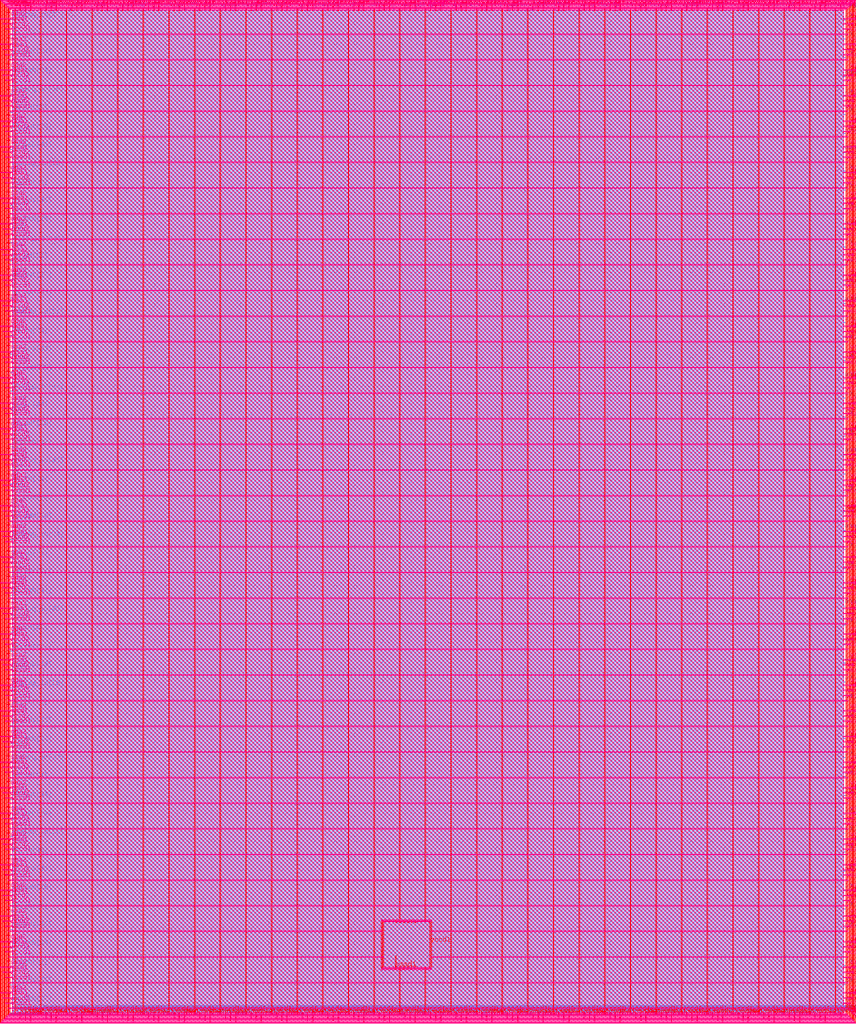
<source format=lef>
##
## LEF for PtnCells ;
## created by Innovus v17.11-s080_1 on Tue Jun 22 11:43:10 2021
##

VERSION 5.8 ;

BUSBITCHARS "[]" ;
DIVIDERCHAR "/" ;

MACRO user_project_wrapper
  CLASS BLOCK ;
  SIZE 2920.0000 BY 3520.0000 ;
  FOREIGN user_project_wrapper 0.0000 0.0000 ;
  ORIGIN 0 0 ;
  SYMMETRY X Y R90 ;
  PIN wb_clk_i
    DIRECTION INPUT ;
    USE SIGNAL ;
    ANTENNAPARTIALCUTAREA 0.04 LAYER via2  ;
    ANTENNAPARTIALMETALAREA 457.553 LAYER met3  ;
    ANTENNAPARTIALMETALSIDEAREA 2441.69 LAYER met3  ;
    ANTENNAPARTIALCUTAREA 0.04 LAYER via3  ;
    ANTENNAPARTIALMETALAREA 18.2358 LAYER met4  ;
    ANTENNAPARTIALMETALSIDEAREA 97.728 LAYER met4  ;
    ANTENNAMODEL OXIDE1 ;
    ANTENNAGATEAREA 0.492 LAYER met4  ;
    ANTENNAMAXAREACAR 37.0646 LAYER met4  ;
    ANTENNAMAXSIDEAREACAR 198.634 LAYER met4  ;
    PORT
      LAYER met2 ;
        RECT 2.7100 -4.8000 3.2700 2.4000 ;
    END
  END wb_clk_i
  PIN wb_rst_i
    DIRECTION INPUT ;
    USE SIGNAL ;
    ANTENNAPARTIALMETALAREA 51.4909 LAYER met2  ;
    ANTENNAPARTIALMETALSIDEAREA 257.057 LAYER met2  ;
    ANTENNAPARTIALCUTAREA 0.04 LAYER via2  ;
    ANTENNAPARTIALMETALAREA 121.952 LAYER met3  ;
    ANTENNAPARTIALMETALSIDEAREA 651.816 LAYER met3  ;
    ANTENNAPARTIALCUTAREA 0.04 LAYER via3  ;
    ANTENNAPARTIALMETALAREA 0.4848 LAYER met4  ;
    ANTENNAPARTIALMETALSIDEAREA 3.056 LAYER met4  ;
    ANTENNAMODEL OXIDE1 ;
    ANTENNAGATEAREA 0.159 LAYER met4  ;
    ANTENNAMAXAREACAR 3.04906 LAYER met4  ;
    ANTENNAMAXSIDEAREACAR 19.2201 LAYER met4  ;
    PORT
      LAYER met2 ;
        RECT 8.2300 -4.8000 8.7900 2.4000 ;
    END
  END wb_rst_i
  PIN wbs_stb_i
    DIRECTION INPUT ;
    USE SIGNAL ;
    ANTENNAPARTIALMETALAREA 50.3389 LAYER met2  ;
    ANTENNAPARTIALMETALSIDEAREA 251.415 LAYER met2  ;
    ANTENNAPARTIALCUTAREA 0.04 LAYER via2  ;
    ANTENNAPARTIALMETALAREA 116.152 LAYER met3  ;
    ANTENNAPARTIALMETALSIDEAREA 619.944 LAYER met3  ;
    ANTENNAPARTIALCUTAREA 0.04 LAYER via3  ;
    ANTENNAPARTIALMETALAREA 1.2168 LAYER met4  ;
    ANTENNAPARTIALMETALSIDEAREA 6.96 LAYER met4  ;
    ANTENNAMODEL OXIDE1 ;
    ANTENNAGATEAREA 0.126 LAYER met4  ;
    ANTENNAMAXAREACAR 110.575 LAYER met4  ;
    ANTENNAMAXSIDEAREACAR 544.789 LAYER met4  ;
    ANTENNAMAXCUTCAR 1.04286 LAYER via4  ;
    PORT
      LAYER met2 ;
        RECT 26.1700 -4.8000 26.7300 2.4000 ;
    END
  END wbs_stb_i
  PIN wbs_cyc_i
    DIRECTION INPUT ;
    USE SIGNAL ;
    ANTENNAPARTIALMETALAREA 53.1165 LAYER met2  ;
    ANTENNAPARTIALMETALSIDEAREA 265.303 LAYER met2  ;
    ANTENNAPARTIALCUTAREA 0.04 LAYER via2  ;
    ANTENNAPARTIALMETALAREA 72.436 LAYER met3  ;
    ANTENNAPARTIALMETALSIDEAREA 386.792 LAYER met3  ;
    ANTENNAPARTIALCUTAREA 0.04 LAYER via3  ;
    ANTENNAPARTIALMETALAREA 0.6516 LAYER met4  ;
    ANTENNAPARTIALMETALSIDEAREA 4.416 LAYER met4  ;
    ANTENNAMODEL OXIDE1 ;
    ANTENNAGATEAREA 0.126 LAYER met4  ;
    ANTENNAMAXAREACAR 136.083 LAYER met4  ;
    ANTENNAMAXSIDEAREACAR 688.627 LAYER met4  ;
    ANTENNAMAXCUTCAR 1.04286 LAYER via4  ;
    PORT
      LAYER met2 ;
        RECT 20.1900 -4.8000 20.7500 2.4000 ;
    END
  END wbs_cyc_i
  PIN wbs_we_i
    DIRECTION INPUT ;
    USE SIGNAL ;
    ANTENNAPARTIALMETALAREA 52.2611 LAYER met2  ;
    ANTENNAPARTIALMETALSIDEAREA 261.026 LAYER met2  ;
    ANTENNAPARTIALCUTAREA 0.04 LAYER via2  ;
    ANTENNAPARTIALMETALAREA 115.192 LAYER met3  ;
    ANTENNAPARTIALMETALSIDEAREA 614.824 LAYER met3  ;
    ANTENNAPARTIALCUTAREA 0.04 LAYER via3  ;
    ANTENNAPARTIALMETALAREA 0.6516 LAYER met4  ;
    ANTENNAPARTIALMETALSIDEAREA 4.416 LAYER met4  ;
    ANTENNAMODEL OXIDE1 ;
    ANTENNAGATEAREA 0.504 LAYER met4  ;
    ANTENNAMAXAREACAR 96.4147 LAYER met4  ;
    ANTENNAMAXSIDEAREACAR 474.976 LAYER met4  ;
    ANTENNAMAXCUTCAR 0.745238 LAYER via4  ;
    PORT
      LAYER met2 ;
        RECT 32.1500 -4.8000 32.7100 2.4000 ;
    END
  END wbs_we_i
  PIN wbs_sel_i[3]
    DIRECTION INPUT ;
    USE SIGNAL ;
    ANTENNAPARTIALMETALAREA 7.815 LAYER met2  ;
    ANTENNAPARTIALMETALSIDEAREA 38.367 LAYER met2  ;
    ANTENNAMODEL OXIDE1 ;
    ANTENNAGATEAREA 0.126 LAYER met2  ;
    ANTENNAMAXAREACAR 83.3492 LAYER met2  ;
    ANTENNAMAXSIDEAREACAR 408.076 LAYER met2  ;
    ANTENNAMAXCUTCAR 0.407937 LAYER via2  ;
    PORT
      LAYER met2 ;
        RECT 126.4500 -4.8000 127.0100 2.4000 ;
    END
  END wbs_sel_i[3]
  PIN wbs_sel_i[2]
    DIRECTION INPUT ;
    USE SIGNAL ;
    ANTENNAPARTIALMETALAREA 53.0814 LAYER met2  ;
    ANTENNAPARTIALMETALSIDEAREA 265.118 LAYER met2  ;
    ANTENNAPARTIALCUTAREA 0.04 LAYER via2  ;
    ANTENNAPARTIALMETALAREA 0.3135 LAYER met3  ;
    ANTENNAPARTIALMETALSIDEAREA 2.048 LAYER met3  ;
    ANTENNAMODEL OXIDE1 ;
    ANTENNAGATEAREA 0.126 LAYER met3  ;
    ANTENNAMAXAREACAR 44.4318 LAYER met3  ;
    ANTENNAMAXSIDEAREACAR 221.163 LAYER met3  ;
    ANTENNAMAXCUTCAR 0.725397 LAYER via3  ;
    PORT
      LAYER met2 ;
        RECT 102.9900 -4.8000 103.5500 2.4000 ;
    END
  END wbs_sel_i[2]
  PIN wbs_sel_i[1]
    DIRECTION INPUT ;
    USE SIGNAL ;
    ANTENNAPARTIALMETALAREA 49.3421 LAYER met2  ;
    ANTENNAPARTIALMETALSIDEAREA 246.432 LAYER met2  ;
    ANTENNAPARTIALCUTAREA 0.04 LAYER via2  ;
    ANTENNAPARTIALMETALAREA 22.294 LAYER met3  ;
    ANTENNAPARTIALMETALSIDEAREA 119.368 LAYER met3  ;
    ANTENNAPARTIALCUTAREA 0.04 LAYER via3  ;
    ANTENNAPARTIALMETALAREA 1.3356 LAYER met4  ;
    ANTENNAPARTIALMETALSIDEAREA 8.064 LAYER met4  ;
    ANTENNAMODEL OXIDE1 ;
    ANTENNAGATEAREA 0.126 LAYER met4  ;
    ANTENNAMAXAREACAR 101.79 LAYER met4  ;
    ANTENNAMAXSIDEAREACAR 522.266 LAYER met4  ;
    ANTENNAMAXCUTCAR 1.04286 LAYER via4  ;
    PORT
      LAYER met2 ;
        RECT 79.5300 -4.8000 80.0900 2.4000 ;
    END
  END wbs_sel_i[1]
  PIN wbs_sel_i[0]
    DIRECTION INPUT ;
    USE SIGNAL ;
    ANTENNAPARTIALMETALAREA 52.137 LAYER met2  ;
    ANTENNAPARTIALMETALSIDEAREA 260.288 LAYER met2  ;
    ANTENNAPARTIALCUTAREA 0.04 LAYER via2  ;
    ANTENNAPARTIALMETALAREA 18.1588 LAYER met3  ;
    ANTENNAPARTIALMETALSIDEAREA 97.784 LAYER met3  ;
    ANTENNAPARTIALCUTAREA 0.04 LAYER via3  ;
    ANTENNAPARTIALMETALAREA 3.4128 LAYER met4  ;
    ANTENNAPARTIALMETALSIDEAREA 18.672 LAYER met4  ;
    ANTENNAMODEL OXIDE1 ;
    ANTENNAGATEAREA 0.126 LAYER met4  ;
    ANTENNAMAXAREACAR 98.1532 LAYER met4  ;
    ANTENNAMAXSIDEAREACAR 506.69 LAYER met4  ;
    ANTENNAMAXCUTCAR 1.04286 LAYER via4  ;
    PORT
      LAYER met2 ;
        RECT 55.6100 -4.8000 56.1700 2.4000 ;
    END
  END wbs_sel_i[0]
  PIN wbs_dat_i[31]
    DIRECTION INPUT ;
    USE SIGNAL ;
    ANTENNAPARTIALMETALAREA 8.9633 LAYER met2  ;
    ANTENNAPARTIALMETALSIDEAREA 44.5375 LAYER met2  ;
    ANTENNAPARTIALCUTAREA 0.04 LAYER via2  ;
    ANTENNAPARTIALMETALAREA 27.2218 LAYER met3  ;
    ANTENNAPARTIALMETALSIDEAREA 146.12 LAYER met3  ;
    ANTENNAPARTIALCUTAREA 0.04 LAYER via3  ;
    ANTENNAPARTIALMETALAREA 0.4638 LAYER met4  ;
    ANTENNAPARTIALMETALSIDEAREA 2.944 LAYER met4  ;
    ANTENNAMODEL OXIDE1 ;
    ANTENNAGATEAREA 0.2475 LAYER met4  ;
    ANTENNAMAXAREACAR 60.0079 LAYER met4  ;
    ANTENNAMAXSIDEAREACAR 303.139 LAYER met4  ;
    ANTENNAMAXCUTCAR 0.530909 LAYER via4  ;
    PORT
      LAYER met2 ;
        RECT 617.2700 -4.8000 617.8300 2.4000 ;
    END
  END wbs_dat_i[31]
  PIN wbs_dat_i[30]
    DIRECTION INPUT ;
    USE SIGNAL ;
    ANTENNAPARTIALMETALAREA 15.4551 LAYER met2  ;
    ANTENNAPARTIALMETALSIDEAREA 76.7935 LAYER met2  ;
    ANTENNAPARTIALCUTAREA 0.04 LAYER via2  ;
    ANTENNAPARTIALMETALAREA 0.883 LAYER met3  ;
    ANTENNAPARTIALMETALSIDEAREA 5.176 LAYER met3  ;
    ANTENNAPARTIALCUTAREA 0.04 LAYER via3  ;
    ANTENNAPARTIALMETALAREA 58.3318 LAYER met4  ;
    ANTENNAPARTIALMETALSIDEAREA 307.448 LAYER met4  ;
    ANTENNAPARTIALCUTAREA 0.64 LAYER via4  ;
    ANTENNAPARTIALMETALAREA 5.872 LAYER met5  ;
    ANTENNAPARTIALMETALSIDEAREA 12.648 LAYER met5  ;
    ANTENNAMODEL OXIDE1 ;
    ANTENNAGATEAREA 0.2475 LAYER met5  ;
    ANTENNAMAXAREACAR 83.7522 LAYER met5  ;
    ANTENNAMAXSIDEAREACAR 344.927 LAYER met5  ;
    PORT
      LAYER met2 ;
        RECT 599.3300 -4.8000 599.8900 2.4000 ;
    END
  END wbs_dat_i[30]
  PIN wbs_dat_i[29]
    DIRECTION INPUT ;
    USE SIGNAL ;
    ANTENNAPARTIALMETALAREA 7.0775 LAYER met2  ;
    ANTENNAPARTIALMETALSIDEAREA 35.1085 LAYER met2  ;
    ANTENNAPARTIALCUTAREA 0.04 LAYER via2  ;
    ANTENNAPARTIALMETALAREA 43.2888 LAYER met3  ;
    ANTENNAPARTIALMETALSIDEAREA 231.792 LAYER met3  ;
    ANTENNAPARTIALCUTAREA 0.04 LAYER via3  ;
    ANTENNAPARTIALMETALAREA 0.3798 LAYER met4  ;
    ANTENNAPARTIALMETALSIDEAREA 2.496 LAYER met4  ;
    ANTENNAMODEL OXIDE1 ;
    ANTENNAGATEAREA 0.2475 LAYER met4  ;
    ANTENNAMAXAREACAR 34.5953 LAYER met4  ;
    ANTENNAMAXSIDEAREACAR 176.291 LAYER met4  ;
    ANTENNAMAXCUTCAR 0.530909 LAYER via4  ;
    PORT
      LAYER met2 ;
        RECT 581.8500 -4.8000 582.4100 2.4000 ;
    END
  END wbs_dat_i[29]
  PIN wbs_dat_i[28]
    DIRECTION INPUT ;
    USE SIGNAL ;
    ANTENNAPARTIALMETALAREA 67.9813 LAYER met2  ;
    ANTENNAPARTIALMETALSIDEAREA 339.391 LAYER met2  ;
    ANTENNAPARTIALCUTAREA 0.04 LAYER via2  ;
    ANTENNAPARTIALMETALAREA 0.5328 LAYER met3  ;
    ANTENNAPARTIALMETALSIDEAREA 3.312 LAYER met3  ;
    ANTENNAMODEL OXIDE1 ;
    ANTENNAGATEAREA 0.2475 LAYER met3  ;
    ANTENNAMAXAREACAR 48.9024 LAYER met3  ;
    ANTENNAMAXSIDEAREACAR 243.701 LAYER met3  ;
    ANTENNAMAXCUTCAR 0.369293 LAYER via3  ;
    PORT
      LAYER met2 ;
        RECT 563.9100 -4.8000 564.4700 2.4000 ;
    END
  END wbs_dat_i[28]
  PIN wbs_dat_i[27]
    DIRECTION INPUT ;
    USE SIGNAL ;
    ANTENNAPARTIALMETALAREA 0.0826 LAYER met2  ;
    ANTENNAPARTIALMETALSIDEAREA 0.2065 LAYER met2  ;
    ANTENNAPARTIALCUTAREA 0.04 LAYER via2  ;
    ANTENNAPARTIALMETALAREA 234.009 LAYER met3  ;
    ANTENNAPARTIALMETALSIDEAREA 1248.98 LAYER met3  ;
    ANTENNAPARTIALCUTAREA 0.04 LAYER via3  ;
    ANTENNAPARTIALMETALAREA 41.1604 LAYER met4  ;
    ANTENNAPARTIALMETALSIDEAREA 216.808 LAYER met4  ;
    ANTENNAPARTIALCUTAREA 0.64 LAYER via4  ;
    ANTENNAPARTIALMETALAREA 7.44 LAYER met5  ;
    ANTENNAPARTIALMETALSIDEAREA 15 LAYER met5  ;
    ANTENNAMODEL OXIDE1 ;
    ANTENNAGATEAREA 0.2475 LAYER met5  ;
    ANTENNAMAXAREACAR 91.0939 LAYER met5  ;
    ANTENNAMAXSIDEAREACAR 355.824 LAYER met5  ;
    PORT
      LAYER met2 ;
        RECT 546.4300 -4.8000 546.9900 2.4000 ;
    END
  END wbs_dat_i[27]
  PIN wbs_dat_i[26]
    DIRECTION INPUT ;
    USE SIGNAL ;
    ANTENNAPARTIALMETALAREA 1.3249 LAYER met2  ;
    ANTENNAPARTIALMETALSIDEAREA 6.3455 LAYER met2  ;
    ANTENNAPARTIALCUTAREA 0.04 LAYER via2  ;
    ANTENNAPARTIALMETALAREA 137.59 LAYER met3  ;
    ANTENNAPARTIALMETALSIDEAREA 734.28 LAYER met3  ;
    ANTENNAPARTIALCUTAREA 0.04 LAYER via3  ;
    ANTENNAPARTIALMETALAREA 2.6166 LAYER met4  ;
    ANTENNAPARTIALMETALSIDEAREA 14.896 LAYER met4  ;
    ANTENNAMODEL OXIDE1 ;
    ANTENNAGATEAREA 0.2475 LAYER met4  ;
    ANTENNAMAXAREACAR 42.1424 LAYER met4  ;
    ANTENNAMAXSIDEAREACAR 217.626 LAYER met4  ;
    ANTENNAMAXCUTCAR 0.530909 LAYER via4  ;
    PORT
      LAYER met2 ;
        RECT 528.4900 -4.8000 529.0500 2.4000 ;
    END
  END wbs_dat_i[26]
  PIN wbs_dat_i[25]
    DIRECTION INPUT ;
    USE SIGNAL ;
    ANTENNAPARTIALMETALAREA 10.3927 LAYER met2  ;
    ANTENNAPARTIALMETALSIDEAREA 51.3835 LAYER met2  ;
    ANTENNAMODEL OXIDE1 ;
    ANTENNAGATEAREA 0.2475 LAYER met2  ;
    ANTENNAMAXAREACAR 43.3986 LAYER met2  ;
    ANTENNAMAXSIDEAREACAR 212.388 LAYER met2  ;
    ANTENNAMAXCUTCAR 0.207677 LAYER via2  ;
    PORT
      LAYER met2 ;
        RECT 511.0100 -4.8000 511.5700 2.4000 ;
    END
  END wbs_dat_i[25]
  PIN wbs_dat_i[24]
    DIRECTION INPUT ;
    USE SIGNAL ;
    ANTENNAPARTIALMETALAREA 3.7105 LAYER met2  ;
    ANTENNAPARTIALMETALSIDEAREA 18.2735 LAYER met2  ;
    ANTENNAPARTIALCUTAREA 0.04 LAYER via2  ;
    ANTENNAPARTIALMETALAREA 62.2708 LAYER met3  ;
    ANTENNAPARTIALMETALSIDEAREA 333.048 LAYER met3  ;
    ANTENNAPARTIALCUTAREA 0.04 LAYER via3  ;
    ANTENNAPARTIALMETALAREA 0.3318 LAYER met4  ;
    ANTENNAPARTIALMETALSIDEAREA 2.24 LAYER met4  ;
    ANTENNAMODEL OXIDE1 ;
    ANTENNAGATEAREA 0.2475 LAYER met4  ;
    ANTENNAMAXAREACAR 34.4523 LAYER met4  ;
    ANTENNAMAXSIDEAREACAR 175.511 LAYER met4  ;
    ANTENNAMAXCUTCAR 0.530909 LAYER via4  ;
    PORT
      LAYER met2 ;
        RECT 493.0700 -4.8000 493.6300 2.4000 ;
    END
  END wbs_dat_i[24]
  PIN wbs_dat_i[23]
    DIRECTION INPUT ;
    USE SIGNAL ;
    ANTENNAPARTIALMETALAREA 15.5409 LAYER met2  ;
    ANTENNAPARTIALMETALSIDEAREA 77.3605 LAYER met2  ;
    ANTENNAMODEL OXIDE1 ;
    ANTENNAGATEAREA 0.2475 LAYER met2  ;
    ANTENNAMAXAREACAR 64.0531 LAYER met2  ;
    ANTENNAMAXSIDEAREACAR 315.705 LAYER met2  ;
    ANTENNAMAXCUTCAR 0.207677 LAYER via2  ;
    PORT
      LAYER met2 ;
        RECT 475.5900 -4.8000 476.1500 2.4000 ;
    END
  END wbs_dat_i[23]
  PIN wbs_dat_i[22]
    DIRECTION INPUT ;
    USE SIGNAL ;
    ANTENNAPARTIALCUTAREA 0.04 LAYER via2  ;
    ANTENNAPARTIALMETALAREA 38.458 LAYER met3  ;
    ANTENNAPARTIALMETALSIDEAREA 207.928 LAYER met3  ;
    ANTENNAPARTIALCUTAREA 0.04 LAYER via3  ;
    ANTENNAPARTIALMETALAREA 7.2558 LAYER met4  ;
    ANTENNAPARTIALMETALSIDEAREA 39.168 LAYER met4  ;
    ANTENNAMODEL OXIDE1 ;
    ANTENNAGATEAREA 0.2475 LAYER met4  ;
    ANTENNAMAXAREACAR 29.3164 LAYER met4  ;
    ANTENNAMAXSIDEAREACAR 158.255 LAYER met4  ;
    PORT
      LAYER met2 ;
        RECT 457.6500 -4.8000 458.2100 2.4000 ;
    END
  END wbs_dat_i[22]
  PIN wbs_dat_i[21]
    DIRECTION INPUT ;
    USE SIGNAL ;
    ANTENNAPARTIALMETALAREA 3.7305 LAYER met2  ;
    ANTENNAPARTIALMETALSIDEAREA 18.4485 LAYER met2  ;
    ANTENNAPARTIALCUTAREA 0.04 LAYER via2  ;
    ANTENNAPARTIALMETALAREA 0.469 LAYER met3  ;
    ANTENNAPARTIALMETALSIDEAREA 2.968 LAYER met3  ;
    ANTENNAPARTIALCUTAREA 0.04 LAYER via3  ;
    ANTENNAPARTIALMETALAREA 1.3032 LAYER met4  ;
    ANTENNAPARTIALMETALSIDEAREA 8.832 LAYER met4  ;
    ANTENNAMODEL OXIDE1 ;
    ANTENNAGATEAREA 0.2475 LAYER met4  ;
    ANTENNAMAXAREACAR 50.3561 LAYER met4  ;
    ANTENNAMAXSIDEAREACAR 260.569 LAYER met4  ;
    ANTENNAMAXCUTCAR 0.530909 LAYER via4  ;
    PORT
      LAYER met2 ;
        RECT 439.7100 -4.8000 440.2700 2.4000 ;
    END
  END wbs_dat_i[21]
  PIN wbs_dat_i[20]
    DIRECTION INPUT ;
    USE SIGNAL ;
    ANTENNAPARTIALMETALAREA 7.3029 LAYER met2  ;
    ANTENNAPARTIALMETALSIDEAREA 36.2355 LAYER met2  ;
    ANTENNAPARTIALCUTAREA 0.04 LAYER via2  ;
    ANTENNAPARTIALMETALAREA 61.987 LAYER met3  ;
    ANTENNAPARTIALMETALSIDEAREA 331.064 LAYER met3  ;
    ANTENNAPARTIALCUTAREA 0.04 LAYER via3  ;
    ANTENNAPARTIALMETALAREA 1.6614 LAYER met4  ;
    ANTENNAPARTIALMETALSIDEAREA 10.272 LAYER met4  ;
    ANTENNAMODEL OXIDE1 ;
    ANTENNAGATEAREA 0.2475 LAYER met4  ;
    ANTENNAMAXAREACAR 25.4734 LAYER met4  ;
    ANTENNAMAXSIDEAREACAR 135.261 LAYER met4  ;
    ANTENNAMAXCUTCAR 0.530909 LAYER via4  ;
    PORT
      LAYER met2 ;
        RECT 422.2300 -4.8000 422.7900 2.4000 ;
    END
  END wbs_dat_i[20]
  PIN wbs_dat_i[19]
    DIRECTION INPUT ;
    USE SIGNAL ;
    ANTENNAPARTIALMETALAREA 8.0337 LAYER met2  ;
    ANTENNAPARTIALMETALSIDEAREA 39.8895 LAYER met2  ;
    ANTENNAPARTIALCUTAREA 0.04 LAYER via2  ;
    ANTENNAPARTIALMETALAREA 68.362 LAYER met3  ;
    ANTENNAPARTIALMETALSIDEAREA 365.064 LAYER met3  ;
    ANTENNAPARTIALCUTAREA 0.04 LAYER via3  ;
    ANTENNAPARTIALMETALAREA 71.0458 LAYER met4  ;
    ANTENNAPARTIALMETALSIDEAREA 375.256 LAYER met4  ;
    ANTENNAPARTIALCUTAREA 0.64 LAYER via4  ;
    ANTENNAPARTIALMETALAREA 5.488 LAYER met5  ;
    ANTENNAPARTIALMETALSIDEAREA 12.072 LAYER met5  ;
    ANTENNAMODEL OXIDE1 ;
    ANTENNAGATEAREA 0.2475 LAYER met5  ;
    ANTENNAMAXAREACAR 66.9275 LAYER met5  ;
    ANTENNAMAXSIDEAREACAR 273.796 LAYER met5  ;
    PORT
      LAYER met2 ;
        RECT 404.2900 -4.8000 404.8500 2.4000 ;
    END
  END wbs_dat_i[19]
  PIN wbs_dat_i[18]
    DIRECTION INPUT ;
    USE SIGNAL ;
    ANTENNAPARTIALMETALAREA 9.1495 LAYER met2  ;
    ANTENNAPARTIALMETALSIDEAREA 45.4685 LAYER met2  ;
    ANTENNAPARTIALCUTAREA 0.04 LAYER via2  ;
    ANTENNAPARTIALMETALAREA 85.4548 LAYER met3  ;
    ANTENNAPARTIALMETALSIDEAREA 456.696 LAYER met3  ;
    ANTENNAPARTIALCUTAREA 0.04 LAYER via3  ;
    ANTENNAPARTIALMETALAREA 8.5848 LAYER met4  ;
    ANTENNAPARTIALMETALSIDEAREA 46.256 LAYER met4  ;
    ANTENNAMODEL OXIDE1 ;
    ANTENNAGATEAREA 0.2475 LAYER met4  ;
    ANTENNAMAXAREACAR 34.6861 LAYER met4  ;
    ANTENNAMAXSIDEAREACAR 186.893 LAYER met4  ;
    PORT
      LAYER met2 ;
        RECT 386.8100 -4.8000 387.3700 2.4000 ;
    END
  END wbs_dat_i[18]
  PIN wbs_dat_i[17]
    DIRECTION INPUT ;
    USE SIGNAL ;
    ANTENNAPARTIALMETALAREA 0.7929 LAYER met2  ;
    ANTENNAPARTIALMETALSIDEAREA 3.6855 LAYER met2  ;
    ANTENNAPARTIALCUTAREA 0.04 LAYER via2  ;
    ANTENNAPARTIALMETALAREA 61.3528 LAYER met3  ;
    ANTENNAPARTIALMETALSIDEAREA 328.152 LAYER met3  ;
    ANTENNAPARTIALCUTAREA 0.04 LAYER via3  ;
    ANTENNAPARTIALMETALAREA 0.3828 LAYER met4  ;
    ANTENNAPARTIALMETALSIDEAREA 2.512 LAYER met4  ;
    ANTENNAMODEL OXIDE1 ;
    ANTENNAGATEAREA 0.2475 LAYER met4  ;
    ANTENNAMAXAREACAR 25.6394 LAYER met4  ;
    ANTENNAMAXSIDEAREACAR 131.188 LAYER met4  ;
    ANTENNAMAXCUTCAR 0.530909 LAYER via4  ;
    PORT
      LAYER met2 ;
        RECT 368.8700 -4.8000 369.4300 2.4000 ;
    END
  END wbs_dat_i[17]
  PIN wbs_dat_i[16]
    DIRECTION INPUT ;
    USE SIGNAL ;
    ANTENNAPARTIALMETALAREA 0.8902 LAYER met2  ;
    ANTENNAPARTIALMETALSIDEAREA 4.172 LAYER met2  ;
    ANTENNAPARTIALCUTAREA 0.04 LAYER via2  ;
    ANTENNAPARTIALMETALAREA 92.0758 LAYER met3  ;
    ANTENNAPARTIALMETALSIDEAREA 492.008 LAYER met3  ;
    ANTENNAPARTIALCUTAREA 0.04 LAYER via3  ;
    ANTENNAPARTIALMETALAREA 7.4868 LAYER met4  ;
    ANTENNAPARTIALMETALSIDEAREA 40.4 LAYER met4  ;
    ANTENNAMODEL OXIDE1 ;
    ANTENNAGATEAREA 0.2475 LAYER met4  ;
    ANTENNAMAXAREACAR 30.2497 LAYER met4  ;
    ANTENNAMAXSIDEAREACAR 163.232 LAYER met4  ;
    PORT
      LAYER met2 ;
        RECT 351.3900 -4.8000 351.9500 2.4000 ;
    END
  END wbs_dat_i[16]
  PIN wbs_dat_i[15]
    DIRECTION INPUT ;
    USE SIGNAL ;
    ANTENNAPARTIALMETALAREA 0.9267 LAYER met2  ;
    ANTENNAPARTIALMETALSIDEAREA 4.4625 LAYER met2  ;
    ANTENNAPARTIALCUTAREA 0.04 LAYER via2  ;
    ANTENNAPARTIALMETALAREA 52.609 LAYER met3  ;
    ANTENNAPARTIALMETALSIDEAREA 281.048 LAYER met3  ;
    ANTENNAPARTIALCUTAREA 0.04 LAYER via3  ;
    ANTENNAPARTIALMETALAREA 0.6516 LAYER met4  ;
    ANTENNAPARTIALMETALSIDEAREA 4.416 LAYER met4  ;
    ANTENNAMODEL OXIDE1 ;
    ANTENNAGATEAREA 0.2475 LAYER met4  ;
    ANTENNAMAXAREACAR 35.5372 LAYER met4  ;
    ANTENNAMAXSIDEAREACAR 180.976 LAYER met4  ;
    ANTENNAMAXCUTCAR 0.530909 LAYER via4  ;
    PORT
      LAYER met2 ;
        RECT 333.4500 -4.8000 334.0100 2.4000 ;
    END
  END wbs_dat_i[15]
  PIN wbs_dat_i[14]
    DIRECTION INPUT ;
    USE SIGNAL ;
    ANTENNAPARTIALMETALAREA 3.1723 LAYER met2  ;
    ANTENNAPARTIALMETALSIDEAREA 15.2285 LAYER met2  ;
    ANTENNAPARTIALCUTAREA 0.04 LAYER via2  ;
    ANTENNAPARTIALMETALAREA 6.748 LAYER met3  ;
    ANTENNAPARTIALMETALSIDEAREA 36.456 LAYER met3  ;
    ANTENNAPARTIALCUTAREA 0.04 LAYER via3  ;
    ANTENNAPARTIALMETALAREA 77.0218 LAYER met4  ;
    ANTENNAPARTIALMETALSIDEAREA 407.128 LAYER met4  ;
    ANTENNAPARTIALCUTAREA 0.64 LAYER via4  ;
    ANTENNAPARTIALMETALAREA 11.744 LAYER met5  ;
    ANTENNAPARTIALMETALSIDEAREA 25.296 LAYER met5  ;
    ANTENNAMODEL OXIDE1 ;
    ANTENNAGATEAREA 0.2475 LAYER met5  ;
    ANTENNAMAXAREACAR 86.5614 LAYER met5  ;
    ANTENNAMAXSIDEAREACAR 294.905 LAYER met5  ;
    PORT
      LAYER met2 ;
        RECT 315.9700 -4.8000 316.5300 2.4000 ;
    END
  END wbs_dat_i[14]
  PIN wbs_dat_i[13]
    DIRECTION INPUT ;
    USE SIGNAL ;
    ANTENNAPARTIALMETALAREA 27.7932 LAYER met2  ;
    ANTENNAPARTIALMETALSIDEAREA 138.215 LAYER met2  ;
    ANTENNAPARTIALCUTAREA 0.04 LAYER via2  ;
    ANTENNAPARTIALMETALAREA 17.7348 LAYER met3  ;
    ANTENNAPARTIALMETALSIDEAREA 95.056 LAYER met3  ;
    ANTENNAMODEL OXIDE1 ;
    ANTENNAGATEAREA 0.2475 LAYER met3  ;
    ANTENNAMAXAREACAR 71.6558 LAYER met3  ;
    ANTENNAMAXSIDEAREACAR 384.065 LAYER met3  ;
    PORT
      LAYER met2 ;
        RECT 298.0300 -4.8000 298.5900 2.4000 ;
    END
  END wbs_dat_i[13]
  PIN wbs_dat_i[12]
    DIRECTION INPUT ;
    USE SIGNAL ;
    ANTENNAPARTIALMETALAREA 13.1351 LAYER met2  ;
    ANTENNAPARTIALMETALSIDEAREA 65.2785 LAYER met2  ;
    ANTENNAPARTIALCUTAREA 0.04 LAYER via2  ;
    ANTENNAPARTIALMETALAREA 68.386 LAYER met3  ;
    ANTENNAPARTIALMETALSIDEAREA 365.192 LAYER met3  ;
    ANTENNAPARTIALCUTAREA 0.04 LAYER via3  ;
    ANTENNAPARTIALMETALAREA 56.7958 LAYER met4  ;
    ANTENNAPARTIALMETALSIDEAREA 299.256 LAYER met4  ;
    ANTENNAPARTIALCUTAREA 0.64 LAYER via4  ;
    ANTENNAPARTIALMETALAREA 21.968 LAYER met5  ;
    ANTENNAPARTIALMETALSIDEAREA 40.632 LAYER met5  ;
    ANTENNAMODEL OXIDE1 ;
    ANTENNAGATEAREA 0.2475 LAYER met5  ;
    ANTENNAMAXAREACAR 108.339 LAYER met5  ;
    ANTENNAMAXSIDEAREACAR 254.271 LAYER met5  ;
    PORT
      LAYER met2 ;
        RECT 280.0900 -4.8000 280.6500 2.4000 ;
    END
  END wbs_dat_i[12]
  PIN wbs_dat_i[11]
    DIRECTION INPUT ;
    USE SIGNAL ;
    ANTENNAPARTIALMETALAREA 18.1823 LAYER met2  ;
    ANTENNAPARTIALMETALSIDEAREA 90.6325 LAYER met2  ;
    ANTENNAPARTIALCUTAREA 0.04 LAYER via2  ;
    ANTENNAPARTIALMETALAREA 64.4338 LAYER met3  ;
    ANTENNAPARTIALMETALSIDEAREA 344.584 LAYER met3  ;
    ANTENNAPARTIALCUTAREA 0.04 LAYER via3  ;
    ANTENNAPARTIALMETALAREA 0.4758 LAYER met4  ;
    ANTENNAPARTIALMETALSIDEAREA 3.008 LAYER met4  ;
    ANTENNAMODEL OXIDE1 ;
    ANTENNAGATEAREA 0.2475 LAYER met4  ;
    ANTENNAMAXAREACAR 16.5008 LAYER met4  ;
    ANTENNAMAXSIDEAREACAR 83.7292 LAYER met4  ;
    ANTENNAMAXCUTCAR 0.530909 LAYER via4  ;
    PORT
      LAYER met2 ;
        RECT 262.6100 -4.8000 263.1700 2.4000 ;
    END
  END wbs_dat_i[11]
  PIN wbs_dat_i[10]
    DIRECTION INPUT ;
    USE SIGNAL ;
    ANTENNAPARTIALMETALAREA 16.4785 LAYER met2  ;
    ANTENNAPARTIALMETALSIDEAREA 82.1135 LAYER met2  ;
    ANTENNAPARTIALCUTAREA 0.04 LAYER via2  ;
    ANTENNAPARTIALMETALAREA 44.743 LAYER met3  ;
    ANTENNAPARTIALMETALSIDEAREA 239.096 LAYER met3  ;
    ANTENNAPARTIALCUTAREA 0.04 LAYER via3  ;
    ANTENNAPARTIALMETALAREA 0.6516 LAYER met4  ;
    ANTENNAPARTIALMETALSIDEAREA 4.416 LAYER met4  ;
    ANTENNAMODEL OXIDE1 ;
    ANTENNAGATEAREA 0.2475 LAYER met4  ;
    ANTENNAMAXAREACAR 88.3271 LAYER met4  ;
    ANTENNAMAXSIDEAREACAR 467.083 LAYER met4  ;
    ANTENNAMAXCUTCAR 0.530909 LAYER via4  ;
    PORT
      LAYER met2 ;
        RECT 244.6700 -4.8000 245.2300 2.4000 ;
    END
  END wbs_dat_i[10]
  PIN wbs_dat_i[9]
    DIRECTION INPUT ;
    USE SIGNAL ;
    ANTENNAPARTIALMETALAREA 14.0705 LAYER met2  ;
    ANTENNAPARTIALMETALSIDEAREA 70.0735 LAYER met2  ;
    ANTENNAPARTIALCUTAREA 0.04 LAYER via2  ;
    ANTENNAPARTIALMETALAREA 184.648 LAYER met3  ;
    ANTENNAPARTIALMETALSIDEAREA 985.256 LAYER met3  ;
    ANTENNAPARTIALCUTAREA 0.04 LAYER via3  ;
    ANTENNAPARTIALMETALAREA 6.6426 LAYER met4  ;
    ANTENNAPARTIALMETALSIDEAREA 36.368 LAYER met4  ;
    ANTENNAMODEL OXIDE1 ;
    ANTENNAGATEAREA 0.2475 LAYER met4  ;
    ANTENNAMAXAREACAR 38.6552 LAYER met4  ;
    ANTENNAMAXSIDEAREACAR 205.224 LAYER met4  ;
    ANTENNAMAXCUTCAR 0.530909 LAYER via4  ;
    PORT
      LAYER met2 ;
        RECT 227.1900 -4.8000 227.7500 2.4000 ;
    END
  END wbs_dat_i[9]
  PIN wbs_dat_i[8]
    DIRECTION INPUT ;
    USE SIGNAL ;
    ANTENNAPARTIALMETALAREA 14.7327 LAYER met2  ;
    ANTENNAPARTIALMETALSIDEAREA 73.3845 LAYER met2  ;
    ANTENNAPARTIALCUTAREA 0.04 LAYER via2  ;
    ANTENNAPARTIALMETALAREA 41.5006 LAYER met3  ;
    ANTENNAPARTIALMETALSIDEAREA 222.744 LAYER met3  ;
    ANTENNAPARTIALCUTAREA 0.04 LAYER via3  ;
    ANTENNAPARTIALMETALAREA 0.8508 LAYER met4  ;
    ANTENNAPARTIALMETALSIDEAREA 5.008 LAYER met4  ;
    ANTENNAMODEL OXIDE1 ;
    ANTENNAGATEAREA 0.2475 LAYER met4  ;
    ANTENNAMAXAREACAR 3.43758 LAYER met4  ;
    ANTENNAMAXSIDEAREACAR 20.2343 LAYER met4  ;
    PORT
      LAYER met2 ;
        RECT 209.2500 -4.8000 209.8100 2.4000 ;
    END
  END wbs_dat_i[8]
  PIN wbs_dat_i[7]
    DIRECTION INPUT ;
    USE SIGNAL ;
    ANTENNAPARTIALMETALAREA 4.2887 LAYER met2  ;
    ANTENNAPARTIALMETALSIDEAREA 21.1645 LAYER met2  ;
    ANTENNAPARTIALCUTAREA 0.04 LAYER via2  ;
    ANTENNAPARTIALMETALAREA 1.918 LAYER met3  ;
    ANTENNAPARTIALMETALSIDEAREA 10.696 LAYER met3  ;
    ANTENNAPARTIALCUTAREA 0.04 LAYER via3  ;
    ANTENNAPARTIALMETALAREA 74.2744 LAYER met4  ;
    ANTENNAPARTIALMETALSIDEAREA 393.416 LAYER met4  ;
    ANTENNAPARTIALCUTAREA 0.64 LAYER via4  ;
    ANTENNAPARTIALMETALAREA 9.184 LAYER met5  ;
    ANTENNAPARTIALMETALSIDEAREA 17.616 LAYER met5  ;
    ANTENNAMODEL OXIDE1 ;
    ANTENNAGATEAREA 0.2475 LAYER met5  ;
    ANTENNAMAXAREACAR 112.551 LAYER met5  ;
    ANTENNAMAXSIDEAREACAR 459.026 LAYER met5  ;
    PORT
      LAYER met2 ;
        RECT 191.7700 -4.8000 192.3300 2.4000 ;
    END
  END wbs_dat_i[7]
  PIN wbs_dat_i[6]
    DIRECTION INPUT ;
    USE SIGNAL ;
    ANTENNAPARTIALMETALAREA 17.0063 LAYER met2  ;
    ANTENNAPARTIALMETALSIDEAREA 84.7525 LAYER met2  ;
    ANTENNAPARTIALCUTAREA 0.04 LAYER via2  ;
    ANTENNAPARTIALMETALAREA 64.36 LAYER met3  ;
    ANTENNAPARTIALMETALSIDEAREA 343.72 LAYER met3  ;
    ANTENNAPARTIALCUTAREA 0.04 LAYER via3  ;
    ANTENNAPARTIALMETALAREA 49.5868 LAYER met4  ;
    ANTENNAPARTIALMETALSIDEAREA 260.808 LAYER met4  ;
    ANTENNAPARTIALCUTAREA 0.64 LAYER via4  ;
    ANTENNAPARTIALMETALAREA 15.984 LAYER met5  ;
    ANTENNAPARTIALMETALSIDEAREA 31.656 LAYER met5  ;
    ANTENNAMODEL OXIDE1 ;
    ANTENNAGATEAREA 0.2475 LAYER met5  ;
    ANTENNAMAXAREACAR 114.53 LAYER met5  ;
    ANTENNAMAXSIDEAREACAR 378.913 LAYER met5  ;
    PORT
      LAYER met2 ;
        RECT 173.8300 -4.8000 174.3900 2.4000 ;
    END
  END wbs_dat_i[6]
  PIN wbs_dat_i[5]
    DIRECTION INPUT ;
    USE SIGNAL ;
    ANTENNAPARTIALMETALAREA 1.3137 LAYER met2  ;
    ANTENNAPARTIALMETALSIDEAREA 6.2895 LAYER met2  ;
    ANTENNAPARTIALCUTAREA 0.04 LAYER via2  ;
    ANTENNAPARTIALMETALAREA 194.152 LAYER met3  ;
    ANTENNAPARTIALMETALSIDEAREA 1035.94 LAYER met3  ;
    ANTENNAPARTIALCUTAREA 0.04 LAYER via3  ;
    ANTENNAPARTIALMETALAREA 0.6516 LAYER met4  ;
    ANTENNAPARTIALMETALSIDEAREA 4.416 LAYER met4  ;
    ANTENNAMODEL OXIDE1 ;
    ANTENNAGATEAREA 0.2475 LAYER met4  ;
    ANTENNAMAXAREACAR 40.8236 LAYER met4  ;
    ANTENNAMAXSIDEAREACAR 221.657 LAYER met4  ;
    ANTENNAMAXCUTCAR 0.530909 LAYER via4  ;
    PORT
      LAYER met2 ;
        RECT 156.3500 -4.8000 156.9100 2.4000 ;
    END
  END wbs_dat_i[5]
  PIN wbs_dat_i[4]
    DIRECTION INPUT ;
    USE SIGNAL ;
    ANTENNAPARTIALMETALAREA 5.1063 LAYER met2  ;
    ANTENNAPARTIALMETALSIDEAREA 25.2525 LAYER met2  ;
    ANTENNAPARTIALCUTAREA 0.04 LAYER via2  ;
    ANTENNAPARTIALMETALAREA 282.561 LAYER met3  ;
    ANTENNAPARTIALMETALSIDEAREA 1507.93 LAYER met3  ;
    ANTENNAPARTIALCUTAREA 0.04 LAYER via3  ;
    ANTENNAPARTIALMETALAREA 12.2928 LAYER met4  ;
    ANTENNAPARTIALMETALSIDEAREA 66.032 LAYER met4  ;
    ANTENNAMODEL OXIDE1 ;
    ANTENNAGATEAREA 0.2475 LAYER met4  ;
    ANTENNAMAXAREACAR 49.6679 LAYER met4  ;
    ANTENNAMAXSIDEAREACAR 266.796 LAYER met4  ;
    PORT
      LAYER met2 ;
        RECT 138.4100 -4.8000 138.9700 2.4000 ;
    END
  END wbs_dat_i[4]
  PIN wbs_dat_i[3]
    DIRECTION INPUT ;
    USE SIGNAL ;
    ANTENNAPARTIALMETALAREA 8.9227 LAYER met2  ;
    ANTENNAPARTIALMETALSIDEAREA 44.2715 LAYER met2  ;
    ANTENNAPARTIALCUTAREA 0.04 LAYER via2  ;
    ANTENNAPARTIALMETALAREA 240.846 LAYER met3  ;
    ANTENNAPARTIALMETALSIDEAREA 1285.45 LAYER met3  ;
    ANTENNAPARTIALCUTAREA 0.04 LAYER via3  ;
    ANTENNAPARTIALMETALAREA 42.7138 LAYER met4  ;
    ANTENNAPARTIALMETALSIDEAREA 224.152 LAYER met4  ;
    ANTENNAPARTIALCUTAREA 0.64 LAYER via4  ;
    ANTENNAPARTIALMETALAREA 13.904 LAYER met5  ;
    ANTENNAPARTIALMETALSIDEAREA 28.536 LAYER met5  ;
    ANTENNAMODEL OXIDE1 ;
    ANTENNAGATEAREA 0.2475 LAYER met5  ;
    ANTENNAMAXAREACAR 86.4204 LAYER met5  ;
    ANTENNAMAXSIDEAREACAR 262.873 LAYER met5  ;
    PORT
      LAYER met2 ;
        RECT 114.9500 -4.8000 115.5100 2.4000 ;
    END
  END wbs_dat_i[3]
  PIN wbs_dat_i[2]
    DIRECTION INPUT ;
    USE SIGNAL ;
    ANTENNAPARTIALMETALAREA 3.5887 LAYER met2  ;
    ANTENNAPARTIALMETALSIDEAREA 17.6645 LAYER met2  ;
    ANTENNAPARTIALCUTAREA 0.04 LAYER via2  ;
    ANTENNAPARTIALMETALAREA 310.302 LAYER met3  ;
    ANTENNAPARTIALMETALSIDEAREA 1655.88 LAYER met3  ;
    ANTENNAPARTIALCUTAREA 0.04 LAYER via3  ;
    ANTENNAPARTIALMETALAREA 15.7938 LAYER met4  ;
    ANTENNAPARTIALMETALSIDEAREA 84.704 LAYER met4  ;
    ANTENNAMODEL OXIDE1 ;
    ANTENNAGATEAREA 0.2475 LAYER met4  ;
    ANTENNAMAXAREACAR 63.8133 LAYER met4  ;
    ANTENNAMAXSIDEAREACAR 342.238 LAYER met4  ;
    PORT
      LAYER met2 ;
        RECT 91.0300 -4.8000 91.5900 2.4000 ;
    END
  END wbs_dat_i[2]
  PIN wbs_dat_i[1]
    DIRECTION INPUT ;
    USE SIGNAL ;
    ANTENNAPARTIALMETALAREA 18.4847 LAYER met2  ;
    ANTENNAPARTIALMETALSIDEAREA 92.1445 LAYER met2  ;
    ANTENNAPARTIALCUTAREA 0.04 LAYER via2  ;
    ANTENNAPARTIALMETALAREA 0.676 LAYER met3  ;
    ANTENNAPARTIALMETALSIDEAREA 4.072 LAYER met3  ;
    ANTENNAPARTIALCUTAREA 0.04 LAYER via3  ;
    ANTENNAPARTIALMETALAREA 3.1048 LAYER met4  ;
    ANTENNAPARTIALMETALSIDEAREA 12.904 LAYER met4  ;
    ANTENNAPARTIALCUTAREA 0.64 LAYER via4  ;
    ANTENNADIFFAREA 0.4347 LAYER met5  ;
    ANTENNAPARTIALMETALAREA 137.248 LAYER met5  ;
    ANTENNAPARTIALMETALSIDEAREA 209.712 LAYER met5  ;
    ANTENNAMODEL OXIDE1 ;
    ANTENNAGATEAREA 0.6822 LAYER met5  ;
    ANTENNAMAXAREACAR 201.184 LAYER met5  ;
    ANTENNAMAXSIDEAREACAR 307.405 LAYER met5  ;
    PORT
      LAYER met2 ;
        RECT 67.5700 -4.8000 68.1300 2.4000 ;
    END
  END wbs_dat_i[1]
  PIN wbs_dat_i[0]
    DIRECTION INPUT ;
    USE SIGNAL ;
    ANTENNAPARTIALMETALAREA 2.9113 LAYER met2  ;
    ANTENNAPARTIALMETALSIDEAREA 14.3955 LAYER met2  ;
    ANTENNAPARTIALCUTAREA 0.04 LAYER via2  ;
    ANTENNAPARTIALMETALAREA 456.261 LAYER met3  ;
    ANTENNAPARTIALMETALSIDEAREA 2434.33 LAYER met3  ;
    ANTENNAPARTIALCUTAREA 0.04 LAYER via3  ;
    ANTENNAPARTIALMETALAREA 7.4388 LAYER met4  ;
    ANTENNAPARTIALMETALSIDEAREA 40.144 LAYER met4  ;
    ANTENNAMODEL OXIDE1 ;
    ANTENNAGATEAREA 0.2475 LAYER met4  ;
    ANTENNAMAXAREACAR 30.0558 LAYER met4  ;
    ANTENNAMAXSIDEAREACAR 162.198 LAYER met4  ;
    PORT
      LAYER met2 ;
        RECT 43.6500 -4.8000 44.2100 2.4000 ;
    END
  END wbs_dat_i[0]
  PIN wbs_adr_i[31]
    DIRECTION INPUT ;
    USE SIGNAL ;
    ANTENNAPARTIALMETALAREA 11.4133 LAYER met2  ;
    ANTENNAPARTIALMETALSIDEAREA 56.7875 LAYER met2  ;
    ANTENNAPARTIALCUTAREA 0.04 LAYER via2  ;
    ANTENNAPARTIALMETALAREA 65.9868 LAYER met3  ;
    ANTENNAPARTIALMETALSIDEAREA 352.4 LAYER met3  ;
    PORT
      LAYER met2 ;
        RECT 611.2900 -4.8000 611.8500 2.4000 ;
    END
  END wbs_adr_i[31]
  PIN wbs_adr_i[30]
    DIRECTION INPUT ;
    USE SIGNAL ;
    ANTENNAPARTIALMETALAREA 9.7095 LAYER met2  ;
    ANTENNAPARTIALMETALSIDEAREA 48.2685 LAYER met2  ;
    ANTENNAPARTIALCUTAREA 0.04 LAYER via2  ;
    ANTENNAPARTIALMETALAREA 61.21 LAYER met3  ;
    ANTENNAPARTIALMETALSIDEAREA 326.92 LAYER met3  ;
    ANTENNAPARTIALCUTAREA 0.04 LAYER via3  ;
    ANTENNAPARTIALMETALAREA 41.6838 LAYER met4  ;
    ANTENNAPARTIALMETALSIDEAREA 222.784 LAYER met4  ;
    PORT
      LAYER met2 ;
        RECT 593.8100 -4.8000 594.3700 2.4000 ;
    END
  END wbs_adr_i[30]
  PIN wbs_adr_i[29]
    DIRECTION INPUT ;
    USE SIGNAL ;
    ANTENNAPARTIALMETALAREA 14.6235 LAYER met2  ;
    ANTENNAPARTIALMETALSIDEAREA 72.8385 LAYER met2  ;
    ANTENNAPARTIALCUTAREA 0.04 LAYER via2  ;
    ANTENNAPARTIALMETALAREA 59.8506 LAYER met3  ;
    ANTENNAPARTIALMETALSIDEAREA 320.144 LAYER met3  ;
    PORT
      LAYER met2 ;
        RECT 575.8700 -4.8000 576.4300 2.4000 ;
    END
  END wbs_adr_i[29]
  PIN wbs_adr_i[28]
    DIRECTION INPUT ;
    USE SIGNAL ;
    ANTENNAPARTIALMETALAREA 6.7543 LAYER met2  ;
    ANTENNAPARTIALMETALSIDEAREA 33.6105 LAYER met2  ;
    ANTENNAPARTIALCUTAREA 0.04 LAYER via2  ;
    ANTENNAPARTIALMETALAREA 283.225 LAYER met3  ;
    ANTENNAPARTIALMETALSIDEAREA 1511 LAYER met3  ;
    ANTENNAPARTIALCUTAREA 0.04 LAYER via3  ;
    ANTENNAPARTIALMETALAREA 60.7398 LAYER met4  ;
    ANTENNAPARTIALMETALSIDEAREA 324.416 LAYER met4  ;
    PORT
      LAYER met2 ;
        RECT 557.9300 -4.8000 558.4900 2.4000 ;
    END
  END wbs_adr_i[28]
  PIN wbs_adr_i[27]
    DIRECTION INPUT ;
    USE SIGNAL ;
    ANTENNAPARTIALMETALAREA 0.8197 LAYER met2  ;
    ANTENNAPARTIALMETALSIDEAREA 3.9375 LAYER met2  ;
    ANTENNAPARTIALCUTAREA 0.04 LAYER via2  ;
    ANTENNAPARTIALMETALAREA 227.59 LAYER met3  ;
    ANTENNAPARTIALMETALSIDEAREA 1214.28 LAYER met3  ;
    ANTENNAPARTIALCUTAREA 0.04 LAYER via3  ;
    ANTENNAPARTIALMETALAREA 1.45345 LAYER met4  ;
    ANTENNAPARTIALMETALSIDEAREA 4.072 LAYER met4  ;
    ANTENNAPARTIALCUTAREA 0.64 LAYER via4  ;
    ANTENNAPARTIALMETALAREA 44.512 LAYER met5  ;
    ANTENNAPARTIALMETALSIDEAREA 70.608 LAYER met5  ;
    PORT
      LAYER met2 ;
        RECT 540.4500 -4.8000 541.0100 2.4000 ;
    END
  END wbs_adr_i[27]
  PIN wbs_adr_i[26]
    DIRECTION INPUT ;
    USE SIGNAL ;
    ANTENNAPARTIALMETALAREA 1.0325 LAYER met2  ;
    ANTENNAPARTIALMETALSIDEAREA 5.0015 LAYER met2  ;
    ANTENNAPARTIALCUTAREA 0.04 LAYER via2  ;
    ANTENNAPARTIALMETALAREA 292.853 LAYER met3  ;
    ANTENNAPARTIALMETALSIDEAREA 1562.35 LAYER met3  ;
    PORT
      LAYER met2 ;
        RECT 522.5100 -4.8000 523.0700 2.4000 ;
    END
  END wbs_adr_i[26]
  PIN wbs_adr_i[25]
    DIRECTION INPUT ;
    USE SIGNAL ;
    ANTENNAPARTIALMETALAREA 6.2739 LAYER met2  ;
    ANTENNAPARTIALMETALSIDEAREA 31.0905 LAYER met2  ;
    ANTENNAPARTIALCUTAREA 0.04 LAYER via2  ;
    ANTENNAPARTIALMETALAREA 62.518 LAYER met3  ;
    ANTENNAPARTIALMETALSIDEAREA 333.896 LAYER met3  ;
    ANTENNAPARTIALCUTAREA 0.04 LAYER via3  ;
    ANTENNAPARTIALMETALAREA 61.5918 LAYER met4  ;
    ANTENNAPARTIALMETALSIDEAREA 328.96 LAYER met4  ;
    PORT
      LAYER met2 ;
        RECT 505.0300 -4.8000 505.5900 2.4000 ;
    END
  END wbs_adr_i[25]
  PIN wbs_adr_i[24]
    DIRECTION INPUT ;
    USE SIGNAL ;
    ANTENNAPARTIALMETALAREA 6.0597 LAYER met2  ;
    ANTENNAPARTIALMETALSIDEAREA 30.0195 LAYER met2  ;
    ANTENNAPARTIALCUTAREA 0.04 LAYER via2  ;
    ANTENNAPARTIALMETALAREA 19.42 LAYER met3  ;
    ANTENNAPARTIALMETALSIDEAREA 104.04 LAYER met3  ;
    ANTENNAPARTIALCUTAREA 0.04 LAYER via3  ;
    ANTENNAPARTIALMETALAREA 3.4608 LAYER met4  ;
    ANTENNAPARTIALMETALSIDEAREA 18.928 LAYER met4  ;
    PORT
      LAYER met2 ;
        RECT 487.0900 -4.8000 487.6500 2.4000 ;
    END
  END wbs_adr_i[24]
  PIN wbs_adr_i[23]
    DIRECTION INPUT ;
    USE SIGNAL ;
    ANTENNAPARTIALMETALAREA 4.5225 LAYER met2  ;
    ANTENNAPARTIALMETALSIDEAREA 22.3335 LAYER met2  ;
    ANTENNAPARTIALCUTAREA 0.04 LAYER via2  ;
    ANTENNAPARTIALMETALAREA 53.368 LAYER met3  ;
    ANTENNAPARTIALMETALSIDEAREA 285.096 LAYER met3  ;
    ANTENNAPARTIALCUTAREA 0.04 LAYER via3  ;
    ANTENNAPARTIALMETALAREA 63.8988 LAYER met4  ;
    ANTENNAPARTIALMETALSIDEAREA 341.264 LAYER met4  ;
    PORT
      LAYER met2 ;
        RECT 469.6100 -4.8000 470.1700 2.4000 ;
    END
  END wbs_adr_i[23]
  PIN wbs_adr_i[22]
    DIRECTION INPUT ;
    USE SIGNAL ;
    ANTENNAPARTIALMETALAREA 11.3167 LAYER met2  ;
    ANTENNAPARTIALMETALSIDEAREA 56.3045 LAYER met2  ;
    ANTENNAPARTIALCUTAREA 0.04 LAYER via2  ;
    ANTENNAPARTIALMETALAREA 64.1928 LAYER met3  ;
    ANTENNAPARTIALMETALSIDEAREA 342.832 LAYER met3  ;
    PORT
      LAYER met2 ;
        RECT 451.6700 -4.8000 452.2300 2.4000 ;
    END
  END wbs_adr_i[22]
  PIN wbs_adr_i[21]
    DIRECTION INPUT ;
    USE SIGNAL ;
    ANTENNAPARTIALMETALAREA 7.2175 LAYER met2  ;
    ANTENNAPARTIALMETALSIDEAREA 35.8085 LAYER met2  ;
    ANTENNAPARTIALCUTAREA 0.04 LAYER via2  ;
    ANTENNAPARTIALMETALAREA 77.0208 LAYER met3  ;
    ANTENNAPARTIALMETALSIDEAREA 411.248 LAYER met3  ;
    PORT
      LAYER met2 ;
        RECT 434.1900 -4.8000 434.7500 2.4000 ;
    END
  END wbs_adr_i[21]
  PIN wbs_adr_i[20]
    DIRECTION INPUT ;
    USE SIGNAL ;
    ANTENNAPARTIALMETALAREA 11.3699 LAYER met2  ;
    ANTENNAPARTIALMETALSIDEAREA 56.5705 LAYER met2  ;
    ANTENNAPARTIALCUTAREA 0.04 LAYER via2  ;
    ANTENNAPARTIALMETALAREA 61.69 LAYER met3  ;
    ANTENNAPARTIALMETALSIDEAREA 329.48 LAYER met3  ;
    ANTENNAPARTIALCUTAREA 0.04 LAYER via3  ;
    ANTENNAPARTIALMETALAREA 50.2926 LAYER met4  ;
    ANTENNAPARTIALMETALSIDEAREA 269.168 LAYER met4  ;
    PORT
      LAYER met2 ;
        RECT 416.2500 -4.8000 416.8100 2.4000 ;
    END
  END wbs_adr_i[20]
  PIN wbs_adr_i[19]
    DIRECTION INPUT ;
    USE SIGNAL ;
    ANTENNAPARTIALMETALAREA 8.3768 LAYER met2  ;
    ANTENNAPARTIALMETALSIDEAREA 41.4645 LAYER met2  ;
    ANTENNAPARTIALCUTAREA 0.04 LAYER via2  ;
    ANTENNAPARTIALMETALAREA 69.6198 LAYER met3  ;
    ANTENNAPARTIALMETALSIDEAREA 371.776 LAYER met3  ;
    PORT
      LAYER met2 ;
        RECT 398.3100 -4.8000 398.8700 2.4000 ;
    END
  END wbs_adr_i[19]
  PIN wbs_adr_i[18]
    DIRECTION INPUT ;
    USE SIGNAL ;
    ANTENNAPARTIALMETALAREA 7.7509 LAYER met2  ;
    ANTENNAPARTIALMETALSIDEAREA 38.4755 LAYER met2  ;
    ANTENNAPARTIALCUTAREA 0.04 LAYER via2  ;
    ANTENNAPARTIALMETALAREA 78.943 LAYER met3  ;
    ANTENNAPARTIALMETALSIDEAREA 421.496 LAYER met3  ;
    ANTENNAPARTIALCUTAREA 0.04 LAYER via3  ;
    ANTENNAPARTIALMETALAREA 54.8838 LAYER met4  ;
    ANTENNAPARTIALMETALSIDEAREA 293.184 LAYER met4  ;
    PORT
      LAYER met2 ;
        RECT 380.8300 -4.8000 381.3900 2.4000 ;
    END
  END wbs_adr_i[18]
  PIN wbs_adr_i[17]
    DIRECTION INPUT ;
    USE SIGNAL ;
    ANTENNAPARTIALMETALAREA 10.4585 LAYER met2  ;
    ANTENNAPARTIALMETALSIDEAREA 52.0135 LAYER met2  ;
    ANTENNAPARTIALCUTAREA 0.04 LAYER via2  ;
    ANTENNAPARTIALMETALAREA 65.2998 LAYER met3  ;
    ANTENNAPARTIALMETALSIDEAREA 348.736 LAYER met3  ;
    PORT
      LAYER met2 ;
        RECT 362.8900 -4.8000 363.4500 2.4000 ;
    END
  END wbs_adr_i[17]
  PIN wbs_adr_i[16]
    DIRECTION INPUT ;
    USE SIGNAL ;
    ANTENNAPARTIALMETALAREA 8.5363 LAYER met2  ;
    ANTENNAPARTIALMETALSIDEAREA 42.4025 LAYER met2  ;
    ANTENNAPARTIALCUTAREA 0.04 LAYER via2  ;
    ANTENNAPARTIALMETALAREA 3.229 LAYER met3  ;
    ANTENNAPARTIALMETALSIDEAREA 17.688 LAYER met3  ;
    ANTENNAPARTIALCUTAREA 0.04 LAYER via3  ;
    ANTENNAPARTIALMETALAREA 1.3924 LAYER met4  ;
    ANTENNAPARTIALMETALSIDEAREA 3.776 LAYER met4  ;
    ANTENNAPARTIALCUTAREA 0.64 LAYER via4  ;
    ANTENNAPARTIALMETALAREA 6.976 LAYER met5  ;
    ANTENNAPARTIALMETALSIDEAREA 14.304 LAYER met5  ;
    PORT
      LAYER met2 ;
        RECT 345.4100 -4.8000 345.9700 2.4000 ;
    END
  END wbs_adr_i[16]
  PIN wbs_adr_i[15]
    DIRECTION INPUT ;
    USE SIGNAL ;
    ANTENNAPARTIALMETALAREA 8.2423 LAYER met2  ;
    ANTENNAPARTIALMETALSIDEAREA 40.9325 LAYER met2  ;
    ANTENNAPARTIALCUTAREA 0.04 LAYER via2  ;
    ANTENNAPARTIALMETALAREA 39.8406 LAYER met3  ;
    ANTENNAPARTIALMETALSIDEAREA 213.424 LAYER met3  ;
    PORT
      LAYER met2 ;
        RECT 327.4700 -4.8000 328.0300 2.4000 ;
    END
  END wbs_adr_i[15]
  PIN wbs_adr_i[14]
    DIRECTION INPUT ;
    USE SIGNAL ;
    ANTENNAPARTIALMETALAREA 32.8353 LAYER met2  ;
    ANTENNAPARTIALMETALSIDEAREA 164.048 LAYER met2  ;
    PORT
      LAYER met2 ;
        RECT 309.9900 -4.8000 310.5500 2.4000 ;
    END
  END wbs_adr_i[14]
  PIN wbs_adr_i[13]
    DIRECTION INPUT ;
    USE SIGNAL ;
    ANTENNAPARTIALMETALAREA 32.6379 LAYER met2  ;
    ANTENNAPARTIALMETALSIDEAREA 163.062 LAYER met2  ;
    PORT
      LAYER met2 ;
        RECT 292.0500 -4.8000 292.6100 2.4000 ;
    END
  END wbs_adr_i[13]
  PIN wbs_adr_i[12]
    DIRECTION INPUT ;
    USE SIGNAL ;
    ANTENNAPARTIALMETALAREA 3.4522 LAYER met2  ;
    ANTENNAPARTIALMETALSIDEAREA 16.982 LAYER met2  ;
    ANTENNAPARTIALCUTAREA 0.04 LAYER via2  ;
    ANTENNAPARTIALMETALAREA 67.6 LAYER met3  ;
    ANTENNAPARTIALMETALSIDEAREA 361 LAYER met3  ;
    ANTENNAPARTIALCUTAREA 0.04 LAYER via3  ;
    ANTENNAPARTIALMETALAREA 62.0928 LAYER met4  ;
    ANTENNAPARTIALMETALSIDEAREA 331.632 LAYER met4  ;
    PORT
      LAYER met2 ;
        RECT 274.5700 -4.8000 275.1300 2.4000 ;
    END
  END wbs_adr_i[12]
  PIN wbs_adr_i[11]
    DIRECTION INPUT ;
    USE SIGNAL ;
    ANTENNAPARTIALMETALAREA 13.1857 LAYER met2  ;
    ANTENNAPARTIALMETALSIDEAREA 65.6495 LAYER met2  ;
    ANTENNAPARTIALCUTAREA 0.04 LAYER via2  ;
    ANTENNAPARTIALMETALAREA 65.4318 LAYER met3  ;
    ANTENNAPARTIALMETALSIDEAREA 349.44 LAYER met3  ;
    PORT
      LAYER met2 ;
        RECT 256.6300 -4.8000 257.1900 2.4000 ;
    END
  END wbs_adr_i[11]
  PIN wbs_adr_i[10]
    DIRECTION INPUT ;
    USE SIGNAL ;
    ANTENNAPARTIALMETALAREA 15.7323 LAYER met2  ;
    ANTENNAPARTIALMETALSIDEAREA 78.3825 LAYER met2  ;
    ANTENNAPARTIALCUTAREA 0.04 LAYER via2  ;
    ANTENNAPARTIALMETALAREA 52.447 LAYER met3  ;
    ANTENNAPARTIALMETALSIDEAREA 280.184 LAYER met3  ;
    ANTENNAPARTIALCUTAREA 0.04 LAYER via3  ;
    ANTENNAPARTIALMETALAREA 26.6136 LAYER met4  ;
    ANTENNAPARTIALMETALSIDEAREA 142.88 LAYER met4  ;
    PORT
      LAYER met2 ;
        RECT 239.1500 -4.8000 239.7100 2.4000 ;
    END
  END wbs_adr_i[10]
  PIN wbs_adr_i[9]
    DIRECTION INPUT ;
    USE SIGNAL ;
    ANTENNAPARTIALMETALAREA 12.5299 LAYER met2  ;
    ANTENNAPARTIALMETALSIDEAREA 62.4785 LAYER met2  ;
    ANTENNAPARTIALCUTAREA 0.04 LAYER via2  ;
    ANTENNAPARTIALMETALAREA 47.6328 LAYER met3  ;
    ANTENNAPARTIALMETALSIDEAREA 254.512 LAYER met3  ;
    PORT
      LAYER met2 ;
        RECT 221.2100 -4.8000 221.7700 2.4000 ;
    END
  END wbs_adr_i[9]
  PIN wbs_adr_i[8]
    DIRECTION INPUT ;
    USE SIGNAL ;
    ANTENNAPARTIALMETALAREA 16.3105 LAYER met2  ;
    ANTENNAPARTIALMETALSIDEAREA 81.2735 LAYER met2  ;
    ANTENNAPARTIALCUTAREA 0.04 LAYER via2  ;
    ANTENNAPARTIALMETALAREA 64.2798 LAYER met3  ;
    ANTENNAPARTIALMETALSIDEAREA 343.296 LAYER met3  ;
    PORT
      LAYER met2 ;
        RECT 203.2700 -4.8000 203.8300 2.4000 ;
    END
  END wbs_adr_i[8]
  PIN wbs_adr_i[7]
    DIRECTION INPUT ;
    USE SIGNAL ;
    ANTENNAPARTIALMETALAREA 11.2577 LAYER met2  ;
    ANTENNAPARTIALMETALSIDEAREA 55.8915 LAYER met2  ;
    ANTENNAPARTIALCUTAREA 0.04 LAYER via2  ;
    ANTENNAPARTIALMETALAREA 65.0178 LAYER met3  ;
    ANTENNAPARTIALMETALSIDEAREA 347.232 LAYER met3  ;
    PORT
      LAYER met2 ;
        RECT 185.7900 -4.8000 186.3500 2.4000 ;
    END
  END wbs_adr_i[7]
  PIN wbs_adr_i[6]
    DIRECTION INPUT ;
    USE SIGNAL ;
    ANTENNAPARTIALMETALAREA 11.0757 LAYER met2  ;
    ANTENNAPARTIALMETALSIDEAREA 54.9815 LAYER met2  ;
    ANTENNAPARTIALCUTAREA 0.04 LAYER via2  ;
    ANTENNAPARTIALMETALAREA 58.978 LAYER met3  ;
    ANTENNAPARTIALMETALSIDEAREA 315.016 LAYER met3  ;
    ANTENNAPARTIALCUTAREA 0.04 LAYER via3  ;
    ANTENNAPARTIALMETALAREA 42.4398 LAYER met4  ;
    ANTENNAPARTIALMETALSIDEAREA 226.816 LAYER met4  ;
    PORT
      LAYER met2 ;
        RECT 167.8500 -4.8000 168.4100 2.4000 ;
    END
  END wbs_adr_i[6]
  PIN wbs_adr_i[5]
    DIRECTION INPUT ;
    USE SIGNAL ;
    ANTENNAPARTIALMETALAREA 2.4351 LAYER met2  ;
    ANTENNAPARTIALMETALSIDEAREA 11.8965 LAYER met2  ;
    ANTENNAPARTIALCUTAREA 0.04 LAYER via2  ;
    ANTENNAPARTIALMETALAREA 282.32 LAYER met3  ;
    ANTENNAPARTIALMETALSIDEAREA 1507.12 LAYER met3  ;
    PORT
      LAYER met2 ;
        RECT 150.3700 -4.8000 150.9300 2.4000 ;
    END
  END wbs_adr_i[5]
  PIN wbs_adr_i[4]
    DIRECTION INPUT ;
    USE SIGNAL ;
    ANTENNAPARTIALMETALAREA 1.4957 LAYER met2  ;
    ANTENNAPARTIALMETALSIDEAREA 7.1995 LAYER met2  ;
    ANTENNAPARTIALCUTAREA 0.04 LAYER via2  ;
    ANTENNAPARTIALMETALAREA 300.77 LAYER met3  ;
    ANTENNAPARTIALMETALSIDEAREA 1604.58 LAYER met3  ;
    PORT
      LAYER met2 ;
        RECT 132.4300 -4.8000 132.9900 2.4000 ;
    END
  END wbs_adr_i[4]
  PIN wbs_adr_i[3]
    DIRECTION INPUT ;
    USE SIGNAL ;
    ANTENNAPARTIALMETALAREA 1.5945 LAYER met2  ;
    ANTENNAPARTIALMETALSIDEAREA 7.7385 LAYER met2  ;
    ANTENNAPARTIALCUTAREA 0.04 LAYER via2  ;
    ANTENNAPARTIALMETALAREA 291.754 LAYER met3  ;
    ANTENNAPARTIALMETALSIDEAREA 1556.49 LAYER met3  ;
    ANTENNAPARTIALCUTAREA 0.04 LAYER via3  ;
    ANTENNAPARTIALMETALAREA 33.0588 LAYER met4  ;
    ANTENNAPARTIALMETALSIDEAREA 176.784 LAYER met4  ;
    PORT
      LAYER met2 ;
        RECT 108.9700 -4.8000 109.5300 2.4000 ;
    END
  END wbs_adr_i[3]
  PIN wbs_adr_i[2]
    DIRECTION INPUT ;
    USE SIGNAL ;
    ANTENNAPARTIALMETALAREA 2.5947 LAYER met2  ;
    ANTENNAPARTIALMETALSIDEAREA 12.6945 LAYER met2  ;
    ANTENNAPARTIALCUTAREA 0.04 LAYER via2  ;
    ANTENNAPARTIALMETALAREA 285.917 LAYER met3  ;
    ANTENNAPARTIALMETALSIDEAREA 1525.36 LAYER met3  ;
    PORT
      LAYER met2 ;
        RECT 85.0500 -4.8000 85.6100 2.4000 ;
    END
  END wbs_adr_i[2]
  PIN wbs_adr_i[1]
    DIRECTION INPUT ;
    USE SIGNAL ;
    ANTENNAPARTIALMETALAREA 10.3731 LAYER met2  ;
    ANTENNAPARTIALMETALSIDEAREA 51.5865 LAYER met2  ;
    ANTENNAPARTIALCUTAREA 0.04 LAYER via2  ;
    ANTENNAPARTIALMETALAREA 172.087 LAYER met3  ;
    ANTENNAPARTIALMETALSIDEAREA 918.736 LAYER met3  ;
    PORT
      LAYER met2 ;
        RECT 61.5900 -4.8000 62.1500 2.4000 ;
    END
  END wbs_adr_i[1]
  PIN wbs_adr_i[0]
    DIRECTION INPUT ;
    USE SIGNAL ;
    ANTENNAPARTIALMETALAREA 5.3189 LAYER met2  ;
    ANTENNAPARTIALMETALSIDEAREA 26.3305 LAYER met2  ;
    ANTENNAPARTIALCUTAREA 0.04 LAYER via2  ;
    ANTENNAPARTIALMETALAREA 219.61 LAYER met3  ;
    ANTENNAPARTIALMETALSIDEAREA 1171.72 LAYER met3  ;
    ANTENNAPARTIALCUTAREA 0.04 LAYER via3  ;
    ANTENNAPARTIALMETALAREA 52.9428 LAYER met4  ;
    ANTENNAPARTIALMETALSIDEAREA 282.832 LAYER met4  ;
    PORT
      LAYER met2 ;
        RECT 38.1300 -4.8000 38.6900 2.4000 ;
    END
  END wbs_adr_i[0]
  PIN wbs_ack_o
    DIRECTION OUTPUT ;
    USE SIGNAL ;
    ANTENNAPARTIALMETALAREA 0.4347 LAYER met2  ;
    ANTENNAPARTIALMETALSIDEAREA 2.0125 LAYER met2  ;
    ANTENNAPARTIALCUTAREA 0.04 LAYER via2  ;
    ANTENNAPARTIALMETALAREA 448.992 LAYER met3  ;
    ANTENNAPARTIALMETALSIDEAREA 2395.56 LAYER met3  ;
    ANTENNAPARTIALCUTAREA 0.04 LAYER via3  ;
    ANTENNADIFFAREA 0.429 LAYER met4  ;
    ANTENNAPARTIALMETALAREA 0.5748 LAYER met4  ;
    ANTENNAPARTIALMETALSIDEAREA 3.536 LAYER met4  ;
    ANTENNAMODEL OXIDE1 ;
    ANTENNAGATEAREA 0.2475 LAYER met4  ;
    ANTENNAMAXAREACAR 50.5499 LAYER met4  ;
    ANTENNAMAXSIDEAREACAR 253.761 LAYER met4  ;
    ANTENNAMAXCUTCAR 0.530909 LAYER via4  ;
    PORT
      LAYER met2 ;
        RECT 14.2100 -4.8000 14.7700 2.4000 ;
    END
  END wbs_ack_o
  PIN wbs_dat_o[31]
    DIRECTION OUTPUT ;
    USE SIGNAL ;
    ANTENNAPARTIALMETALAREA 2.0396 LAYER met2  ;
    ANTENNAPARTIALMETALSIDEAREA 9.919 LAYER met2  ;
    ANTENNAPARTIALCUTAREA 0.04 LAYER via2  ;
    ANTENNADIFFAREA 0.429 LAYER met3  ;
    ANTENNAPARTIALMETALAREA 57.0492 LAYER met3  ;
    ANTENNAPARTIALMETALSIDEAREA 306.144 LAYER met3  ;
    PORT
      LAYER met2 ;
        RECT 623.2500 -4.8000 623.8100 2.4000 ;
    END
  END wbs_dat_o[31]
  PIN wbs_dat_o[30]
    DIRECTION OUTPUT ;
    USE SIGNAL ;
    ANTENNAPARTIALMETALAREA 1.0291 LAYER met2  ;
    ANTENNAPARTIALMETALSIDEAREA 4.8335 LAYER met2  ;
    ANTENNAPARTIALCUTAREA 0.04 LAYER via2  ;
    ANTENNADIFFAREA 0.429 LAYER met3  ;
    ANTENNAPARTIALMETALAREA 69.3534 LAYER met3  ;
    ANTENNAPARTIALMETALSIDEAREA 371.296 LAYER met3  ;
    PORT
      LAYER met2 ;
        RECT 605.3100 -4.8000 605.8700 2.4000 ;
    END
  END wbs_dat_o[30]
  PIN wbs_dat_o[29]
    DIRECTION OUTPUT ;
    USE SIGNAL ;
    ANTENNAPARTIALMETALAREA 2.8621 LAYER met2  ;
    ANTENNAPARTIALMETALSIDEAREA 14.0315 LAYER met2  ;
    ANTENNAPARTIALCUTAREA 0.04 LAYER via2  ;
    ANTENNAPARTIALMETALAREA 65.464 LAYER met3  ;
    ANTENNAPARTIALMETALSIDEAREA 349.608 LAYER met3  ;
    ANTENNAPARTIALCUTAREA 0.04 LAYER via3  ;
    ANTENNADIFFAREA 0.429 LAYER met4  ;
    ANTENNAPARTIALMETALAREA 60.1428 LAYER met4  ;
    ANTENNAPARTIALMETALSIDEAREA 321.232 LAYER met4  ;
    PORT
      LAYER met2 ;
        RECT 587.8300 -4.8000 588.3900 2.4000 ;
    END
  END wbs_dat_o[29]
  PIN wbs_dat_o[28]
    DIRECTION OUTPUT ;
    USE SIGNAL ;
    ANTENNAPARTIALMETALAREA 3.2415 LAYER met2  ;
    ANTENNAPARTIALMETALSIDEAREA 15.9285 LAYER met2  ;
    ANTENNAPARTIALCUTAREA 0.04 LAYER via2  ;
    ANTENNAPARTIALMETALAREA 54.8218 LAYER met3  ;
    ANTENNAPARTIALMETALSIDEAREA 293.32 LAYER met3  ;
    ANTENNAPARTIALCUTAREA 0.04 LAYER via3  ;
    ANTENNADIFFAREA 0.429 LAYER met4  ;
    ANTENNAPARTIALMETALAREA 14.4408 LAYER met4  ;
    ANTENNAPARTIALMETALSIDEAREA 77.488 LAYER met4  ;
    PORT
      LAYER met2 ;
        RECT 569.8900 -4.8000 570.4500 2.4000 ;
    END
  END wbs_dat_o[28]
  PIN wbs_dat_o[27]
    DIRECTION OUTPUT ;
    USE SIGNAL ;
    ANTENNAPARTIALCUTAREA 0.04 LAYER via2  ;
    ANTENNADIFFAREA 0.429 LAYER met3  ;
    ANTENNAPARTIALMETALAREA 278.966 LAYER met3  ;
    ANTENNAPARTIALMETALSIDEAREA 1488.29 LAYER met3  ;
    PORT
      LAYER met2 ;
        RECT 552.4100 -4.8000 552.9700 2.4000 ;
    END
  END wbs_dat_o[27]
  PIN wbs_dat_o[26]
    DIRECTION OUTPUT ;
    USE SIGNAL ;
    ANTENNAPARTIALMETALAREA 2.1427 LAYER met2  ;
    ANTENNAPARTIALMETALSIDEAREA 10.5525 LAYER met2  ;
    ANTENNAPARTIALCUTAREA 0.04 LAYER via2  ;
    ANTENNAPARTIALMETALAREA 289.227 LAYER met3  ;
    ANTENNAPARTIALMETALSIDEAREA 1543.48 LAYER met3  ;
    ANTENNAPARTIALCUTAREA 0.04 LAYER via3  ;
    ANTENNADIFFAREA 0.429 LAYER met4  ;
    ANTENNAPARTIALMETALAREA 50.6748 LAYER met4  ;
    ANTENNAPARTIALMETALSIDEAREA 270.736 LAYER met4  ;
    PORT
      LAYER met2 ;
        RECT 534.4700 -4.8000 535.0300 2.4000 ;
    END
  END wbs_dat_o[26]
  PIN wbs_dat_o[25]
    DIRECTION OUTPUT ;
    USE SIGNAL ;
    ANTENNADIFFAREA 0.429 LAYER met2  ;
    ANTENNAPARTIALMETALAREA 28.8025 LAYER met2  ;
    ANTENNAPARTIALMETALSIDEAREA 143.776 LAYER met2  ;
    PORT
      LAYER met2 ;
        RECT 516.5300 -4.8000 517.0900 2.4000 ;
    END
  END wbs_dat_o[25]
  PIN wbs_dat_o[24]
    DIRECTION OUTPUT ;
    USE SIGNAL ;
    ANTENNAPARTIALMETALAREA 11.7619 LAYER met2  ;
    ANTENNAPARTIALMETALSIDEAREA 58.5305 LAYER met2  ;
    ANTENNAPARTIALCUTAREA 0.04 LAYER via2  ;
    ANTENNADIFFAREA 0.429 LAYER met3  ;
    ANTENNAPARTIALMETALAREA 72.3606 LAYER met3  ;
    ANTENNAPARTIALMETALSIDEAREA 386.864 LAYER met3  ;
    PORT
      LAYER met2 ;
        RECT 499.0500 -4.8000 499.6100 2.4000 ;
    END
  END wbs_dat_o[24]
  PIN wbs_dat_o[23]
    DIRECTION OUTPUT ;
    USE SIGNAL ;
    ANTENNAPARTIALMETALAREA 4.6079 LAYER met2  ;
    ANTENNAPARTIALMETALSIDEAREA 22.7605 LAYER met2  ;
    ANTENNAPARTIALCUTAREA 0.04 LAYER via2  ;
    ANTENNAPARTIALMETALAREA 8.725 LAYER met3  ;
    ANTENNAPARTIALMETALSIDEAREA 47 LAYER met3  ;
    ANTENNAPARTIALCUTAREA 0.04 LAYER via3  ;
    ANTENNAPARTIALMETALAREA 1.45345 LAYER met4  ;
    ANTENNAPARTIALMETALSIDEAREA 4.072 LAYER met4  ;
    ANTENNAPARTIALCUTAREA 0.64 LAYER via4  ;
    ANTENNADIFFAREA 0.429 LAYER met5  ;
    ANTENNAPARTIALMETALAREA 78.736 LAYER met5  ;
    ANTENNAPARTIALMETALSIDEAREA 121.944 LAYER met5  ;
    PORT
      LAYER met2 ;
        RECT 481.1100 -4.8000 481.6700 2.4000 ;
    END
  END wbs_dat_o[23]
  PIN wbs_dat_o[22]
    DIRECTION OUTPUT ;
    USE SIGNAL ;
    ANTENNADIFFAREA 0.429 LAYER met2  ;
    ANTENNAPARTIALMETALAREA 13.3523 LAYER met2  ;
    ANTENNAPARTIALMETALSIDEAREA 66.1815 LAYER met2  ;
    PORT
      LAYER met2 ;
        RECT 463.6300 -4.8000 464.1900 2.4000 ;
    END
  END wbs_dat_o[22]
  PIN wbs_dat_o[21]
    DIRECTION OUTPUT ;
    USE SIGNAL ;
    ANTENNADIFFAREA 0.429 LAYER met2  ;
    ANTENNAPARTIALMETALAREA 0.9797 LAYER met2  ;
    ANTENNAPARTIALMETALSIDEAREA 4.6725 LAYER met2  ;
    PORT
      LAYER met2 ;
        RECT 445.6900 -4.8000 446.2500 2.4000 ;
    END
  END wbs_dat_o[21]
  PIN wbs_dat_o[20]
    DIRECTION OUTPUT ;
    USE SIGNAL ;
    ANTENNAPARTIALMETALAREA 4.0101 LAYER met2  ;
    ANTENNAPARTIALMETALSIDEAREA 19.7715 LAYER met2  ;
    ANTENNAPARTIALCUTAREA 0.04 LAYER via2  ;
    ANTENNADIFFAREA 0.429 LAYER met3  ;
    ANTENNAPARTIALMETALAREA 48.0048 LAYER met3  ;
    ANTENNAPARTIALMETALSIDEAREA 256.496 LAYER met3  ;
    PORT
      LAYER met2 ;
        RECT 428.2100 -4.8000 428.7700 2.4000 ;
    END
  END wbs_dat_o[20]
  PIN wbs_dat_o[19]
    DIRECTION OUTPUT ;
    USE SIGNAL ;
    ANTENNAPARTIALMETALAREA 4.7409 LAYER met2  ;
    ANTENNAPARTIALMETALSIDEAREA 23.4255 LAYER met2  ;
    ANTENNAPARTIALCUTAREA 0.04 LAYER via2  ;
    ANTENNAPARTIALMETALAREA 53.779 LAYER met3  ;
    ANTENNAPARTIALMETALSIDEAREA 287.288 LAYER met3  ;
    ANTENNAPARTIALCUTAREA 0.04 LAYER via3  ;
    ANTENNADIFFAREA 0.429 LAYER met4  ;
    ANTENNAPARTIALMETALAREA 48.1848 LAYER met4  ;
    ANTENNAPARTIALMETALSIDEAREA 257.456 LAYER met4  ;
    PORT
      LAYER met2 ;
        RECT 410.2700 -4.8000 410.8300 2.4000 ;
    END
  END wbs_dat_o[19]
  PIN wbs_dat_o[18]
    DIRECTION OUTPUT ;
    USE SIGNAL ;
    ANTENNAPARTIALMETALAREA 12.6243 LAYER met2  ;
    ANTENNAPARTIALMETALSIDEAREA 62.8425 LAYER met2  ;
    ANTENNAPARTIALCUTAREA 0.04 LAYER via2  ;
    ANTENNADIFFAREA 0.429 LAYER met3  ;
    ANTENNAPARTIALMETALAREA 1.7748 LAYER met3  ;
    ANTENNAPARTIALMETALSIDEAREA 9.936 LAYER met3  ;
    PORT
      LAYER met2 ;
        RECT 392.7900 -4.8000 393.3500 2.4000 ;
    END
  END wbs_dat_o[18]
  PIN wbs_dat_o[17]
    DIRECTION OUTPUT ;
    USE SIGNAL ;
    ANTENNAPARTIALMETALAREA 12.9631 LAYER met2  ;
    ANTENNAPARTIALMETALSIDEAREA 64.5365 LAYER met2  ;
    ANTENNAPARTIALCUTAREA 0.04 LAYER via2  ;
    ANTENNAPARTIALMETALAREA 36.832 LAYER met3  ;
    ANTENNAPARTIALMETALSIDEAREA 196.904 LAYER met3  ;
    ANTENNAPARTIALCUTAREA 0.04 LAYER via3  ;
    ANTENNAPARTIALMETALAREA 4.9828 LAYER met4  ;
    ANTENNAPARTIALMETALSIDEAREA 22.92 LAYER met4  ;
    ANTENNAPARTIALCUTAREA 0.64 LAYER via4  ;
    ANTENNADIFFAREA 0.429 LAYER met5  ;
    ANTENNAPARTIALMETALAREA 58.864 LAYER met5  ;
    ANTENNAPARTIALMETALSIDEAREA 92.136 LAYER met5  ;
    PORT
      LAYER met2 ;
        RECT 374.8500 -4.8000 375.4100 2.4000 ;
    END
  END wbs_dat_o[17]
  PIN wbs_dat_o[16]
    DIRECTION OUTPUT ;
    USE SIGNAL ;
    ANTENNADIFFAREA 0.429 LAYER met2  ;
    ANTENNAPARTIALMETALAREA 16.4803 LAYER met2  ;
    ANTENNAPARTIALMETALSIDEAREA 82.0575 LAYER met2  ;
    PORT
      LAYER met2 ;
        RECT 357.3700 -4.8000 357.9300 2.4000 ;
    END
  END wbs_dat_o[16]
  PIN wbs_dat_o[15]
    DIRECTION OUTPUT ;
    USE SIGNAL ;
    ANTENNAPARTIALMETALAREA 24.3561 LAYER met2  ;
    ANTENNAPARTIALMETALSIDEAREA 121.384 LAYER met2  ;
    ANTENNAPARTIALCUTAREA 0.04 LAYER via2  ;
    ANTENNAPARTIALMETALAREA 1.573 LAYER met3  ;
    ANTENNAPARTIALMETALSIDEAREA 8.856 LAYER met3  ;
    ANTENNAPARTIALCUTAREA 0.04 LAYER via3  ;
    ANTENNADIFFAREA 0.429 LAYER met4  ;
    ANTENNAPARTIALMETALAREA 3.5958 LAYER met4  ;
    ANTENNAPARTIALMETALSIDEAREA 19.648 LAYER met4  ;
    PORT
      LAYER met2 ;
        RECT 339.4300 -4.8000 339.9900 2.4000 ;
    END
  END wbs_dat_o[15]
  PIN wbs_dat_o[14]
    DIRECTION OUTPUT ;
    USE SIGNAL ;
    ANTENNADIFFAREA 0.429 LAYER met2  ;
    ANTENNAPARTIALMETALAREA 26.2131 LAYER met2  ;
    ANTENNAPARTIALMETALSIDEAREA 130.721 LAYER met2  ;
    PORT
      LAYER met2 ;
        RECT 321.4900 -4.8000 322.0500 2.4000 ;
    END
  END wbs_dat_o[14]
  PIN wbs_dat_o[13]
    DIRECTION OUTPUT ;
    USE SIGNAL ;
    ANTENNADIFFAREA 0.429 LAYER met2  ;
    ANTENNAPARTIALMETALAREA 15.9159 LAYER met2  ;
    ANTENNAPARTIALMETALSIDEAREA 79.1175 LAYER met2  ;
    PORT
      LAYER met2 ;
        RECT 304.0100 -4.8000 304.5700 2.4000 ;
    END
  END wbs_dat_o[13]
  PIN wbs_dat_o[12]
    DIRECTION OUTPUT ;
    USE SIGNAL ;
    ANTENNAPARTIALMETALAREA 9.4225 LAYER met2  ;
    ANTENNAPARTIALMETALSIDEAREA 46.8335 LAYER met2  ;
    ANTENNAPARTIALCUTAREA 0.04 LAYER via2  ;
    ANTENNADIFFAREA 0.429 LAYER met3  ;
    ANTENNAPARTIALMETALAREA 23.1648 LAYER met3  ;
    ANTENNAPARTIALMETALSIDEAREA 124.016 LAYER met3  ;
    PORT
      LAYER met2 ;
        RECT 286.0700 -4.8000 286.6300 2.4000 ;
    END
  END wbs_dat_o[12]
  PIN wbs_dat_o[11]
    DIRECTION OUTPUT ;
    USE SIGNAL ;
    ANTENNAPARTIALMETALAREA 1.2773 LAYER met2  ;
    ANTENNAPARTIALMETALSIDEAREA 6.1075 LAYER met2  ;
    ANTENNAPARTIALCUTAREA 0.04 LAYER via2  ;
    ANTENNADIFFAREA 0.429 LAYER met3  ;
    ANTENNAPARTIALMETALAREA 18.7488 LAYER met3  ;
    ANTENNAPARTIALMETALSIDEAREA 100.464 LAYER met3  ;
    PORT
      LAYER met2 ;
        RECT 268.5900 -4.8000 269.1500 2.4000 ;
    END
  END wbs_dat_o[11]
  PIN wbs_dat_o[10]
    DIRECTION OUTPUT ;
    USE SIGNAL ;
    ANTENNADIFFAREA 0.429 LAYER met2  ;
    ANTENNAPARTIALMETALAREA 13.1399 LAYER met2  ;
    ANTENNAPARTIALMETALSIDEAREA 65.3555 LAYER met2  ;
    PORT
      LAYER met2 ;
        RECT 250.6500 -4.8000 251.2100 2.4000 ;
    END
  END wbs_dat_o[10]
  PIN wbs_dat_o[9]
    DIRECTION OUTPUT ;
    USE SIGNAL ;
    ANTENNAPARTIALMETALAREA 8.2605 LAYER met2  ;
    ANTENNAPARTIALMETALSIDEAREA 41.0235 LAYER met2  ;
    ANTENNAPARTIALCUTAREA 0.04 LAYER via2  ;
    ANTENNADIFFAREA 0.429 LAYER met3  ;
    ANTENNAPARTIALMETALAREA 57.2028 LAYER met3  ;
    ANTENNAPARTIALMETALSIDEAREA 305.552 LAYER met3  ;
    PORT
      LAYER met2 ;
        RECT 233.1700 -4.8000 233.7300 2.4000 ;
    END
  END wbs_dat_o[9]
  PIN wbs_dat_o[8]
    DIRECTION OUTPUT ;
    USE SIGNAL ;
    ANTENNAPARTIALMETALAREA 4.8599 LAYER met2  ;
    ANTENNAPARTIALMETALSIDEAREA 24.0205 LAYER met2  ;
    ANTENNAPARTIALCUTAREA 0.04 LAYER via2  ;
    ANTENNADIFFAREA 0.429 LAYER met3  ;
    ANTENNAPARTIALMETALAREA 79.2486 LAYER met3  ;
    ANTENNAPARTIALMETALSIDEAREA 423.6 LAYER met3  ;
    PORT
      LAYER met2 ;
        RECT 215.2300 -4.8000 215.7900 2.4000 ;
    END
  END wbs_dat_o[8]
  PIN wbs_dat_o[7]
    DIRECTION OUTPUT ;
    USE SIGNAL ;
    ANTENNAPARTIALMETALAREA 7.9011 LAYER met2  ;
    ANTENNAPARTIALMETALSIDEAREA 39.0635 LAYER met2  ;
    ANTENNAPARTIALCUTAREA 0.04 LAYER via2  ;
    ANTENNAPARTIALMETALAREA 35.497 LAYER met3  ;
    ANTENNAPARTIALMETALSIDEAREA 189.784 LAYER met3  ;
    ANTENNAPARTIALCUTAREA 0.04 LAYER via3  ;
    ANTENNAPARTIALMETALAREA 2.1898 LAYER met4  ;
    ANTENNAPARTIALMETALSIDEAREA 8.024 LAYER met4  ;
    ANTENNAPARTIALCUTAREA 0.64 LAYER via4  ;
    ANTENNADIFFAREA 0.429 LAYER met5  ;
    ANTENNAPARTIALMETALAREA 48.928 LAYER met5  ;
    ANTENNAPARTIALMETALSIDEAREA 77.232 LAYER met5  ;
    PORT
      LAYER met2 ;
        RECT 197.7500 -4.8000 198.3100 2.4000 ;
    END
  END wbs_dat_o[7]
  PIN wbs_dat_o[6]
    DIRECTION OUTPUT ;
    USE SIGNAL ;
    ANTENNAPARTIALMETALAREA 6.5721 LAYER met2  ;
    ANTENNAPARTIALMETALSIDEAREA 32.5815 LAYER met2  ;
    ANTENNAPARTIALCUTAREA 0.04 LAYER via2  ;
    ANTENNADIFFAREA 0.429 LAYER met3  ;
    ANTENNAPARTIALMETALAREA 68.7018 LAYER met3  ;
    ANTENNAPARTIALMETALSIDEAREA 366.88 LAYER met3  ;
    PORT
      LAYER met2 ;
        RECT 179.8100 -4.8000 180.3700 2.4000 ;
    END
  END wbs_dat_o[6]
  PIN wbs_dat_o[5]
    DIRECTION OUTPUT ;
    USE SIGNAL ;
    ANTENNADIFFAREA 0.429 LAYER met2  ;
    ANTENNAPARTIALMETALAREA 13.8948 LAYER met2  ;
    ANTENNAPARTIALMETALSIDEAREA 68.894 LAYER met2  ;
    PORT
      LAYER met2 ;
        RECT 161.8700 -4.8000 162.4300 2.4000 ;
    END
  END wbs_dat_o[5]
  PIN wbs_dat_o[4]
    DIRECTION OUTPUT ;
    USE SIGNAL ;
    ANTENNAPARTIALMETALAREA 16.2307 LAYER met2  ;
    ANTENNAPARTIALMETALSIDEAREA 80.8745 LAYER met2  ;
    ANTENNAPARTIALCUTAREA 0.04 LAYER via2  ;
    ANTENNADIFFAREA 0.429 LAYER met3  ;
    ANTENNAPARTIALMETALAREA 68.5668 LAYER met3  ;
    ANTENNAPARTIALMETALSIDEAREA 366.16 LAYER met3  ;
    PORT
      LAYER met2 ;
        RECT 144.3900 -4.8000 144.9500 2.4000 ;
    END
  END wbs_dat_o[4]
  PIN wbs_dat_o[3]
    DIRECTION OUTPUT ;
    USE SIGNAL ;
    ANTENNAPARTIALMETALAREA 17.2289 LAYER met2  ;
    ANTENNAPARTIALMETALSIDEAREA 85.8655 LAYER met2  ;
    ANTENNAPARTIALCUTAREA 0.04 LAYER via2  ;
    ANTENNADIFFAREA 0.429 LAYER met3  ;
    ANTENNAPARTIALMETALAREA 34.7568 LAYER met3  ;
    ANTENNAPARTIALMETALSIDEAREA 185.84 LAYER met3  ;
    PORT
      LAYER met2 ;
        RECT 120.9300 -4.8000 121.4900 2.4000 ;
    END
  END wbs_dat_o[3]
  PIN wbs_dat_o[2]
    DIRECTION OUTPUT ;
    USE SIGNAL ;
    ANTENNAPARTIALMETALAREA 2.7599 LAYER met2  ;
    ANTENNAPARTIALMETALSIDEAREA 13.5205 LAYER met2  ;
    ANTENNAPARTIALCUTAREA 0.04 LAYER via2  ;
    ANTENNADIFFAREA 0.429 LAYER met3  ;
    ANTENNAPARTIALMETALAREA 254.222 LAYER met3  ;
    ANTENNAPARTIALMETALSIDEAREA 1356.32 LAYER met3  ;
    PORT
      LAYER met2 ;
        RECT 97.0100 -4.8000 97.5700 2.4000 ;
    END
  END wbs_dat_o[2]
  PIN wbs_dat_o[1]
    DIRECTION OUTPUT ;
    USE SIGNAL ;
    ANTENNAPARTIALMETALAREA 9.1524 LAYER met2  ;
    ANTENNAPARTIALMETALSIDEAREA 45.3075 LAYER met2  ;
    ANTENNAPARTIALCUTAREA 0.04 LAYER via2  ;
    ANTENNAPARTIALMETALAREA 148.862 LAYER met3  ;
    ANTENNAPARTIALMETALSIDEAREA 794.848 LAYER met3  ;
    ANTENNAPARTIALCUTAREA 0.04 LAYER via3  ;
    ANTENNADIFFAREA 0.429 LAYER met4  ;
    ANTENNAPARTIALMETALAREA 14.0748 LAYER met4  ;
    ANTENNAPARTIALMETALSIDEAREA 75.536 LAYER met4  ;
    PORT
      LAYER met2 ;
        RECT 73.5500 -4.8000 74.1100 2.4000 ;
    END
  END wbs_dat_o[1]
  PIN wbs_dat_o[0]
    DIRECTION OUTPUT ;
    USE SIGNAL ;
    ANTENNAPARTIALMETALAREA 16.0613 LAYER met2  ;
    ANTENNAPARTIALMETALSIDEAREA 80.0275 LAYER met2  ;
    ANTENNAPARTIALCUTAREA 0.04 LAYER via2  ;
    ANTENNADIFFAREA 0.429 LAYER met3  ;
    ANTENNAPARTIALMETALAREA 37.0548 LAYER met3  ;
    ANTENNAPARTIALMETALSIDEAREA 198.096 LAYER met3  ;
    PORT
      LAYER met2 ;
        RECT 49.6300 -4.8000 50.1900 2.4000 ;
    END
  END wbs_dat_o[0]
  PIN la_data_in[127]
    DIRECTION INPUT ;
    USE SIGNAL ;
    ANTENNAPARTIALMETALAREA 6.2403 LAYER met2  ;
    ANTENNAPARTIALMETALSIDEAREA 30.9225 LAYER met2  ;
    ANTENNAPARTIALCUTAREA 0.04 LAYER via2  ;
    ANTENNAPARTIALMETALAREA 235.618 LAYER met3  ;
    ANTENNAPARTIALMETALSIDEAREA 1257.1 LAYER met3  ;
    ANTENNAPARTIALCUTAREA 0.04 LAYER via3  ;
    ANTENNAPARTIALMETALAREA 24.5058 LAYER met4  ;
    ANTENNAPARTIALMETALSIDEAREA 131.168 LAYER met4  ;
    PORT
      LAYER met2 ;
        RECT 2881.3900 -4.8000 2881.9500 2.4000 ;
    END
  END la_data_in[127]
  PIN la_data_in[126]
    DIRECTION INPUT ;
    USE SIGNAL ;
    ANTENNAPARTIALMETALAREA 21.0888 LAYER met2  ;
    ANTENNAPARTIALMETALSIDEAREA 105.018 LAYER met2  ;
    ANTENNAPARTIALCUTAREA 0.04 LAYER via2  ;
    ANTENNAPARTIALMETALAREA 32.7318 LAYER met3  ;
    ANTENNAPARTIALMETALSIDEAREA 175.04 LAYER met3  ;
    PORT
      LAYER met2 ;
        RECT 2863.4500 -4.8000 2864.0100 2.4000 ;
    END
  END la_data_in[126]
  PIN la_data_in[125]
    DIRECTION INPUT ;
    USE SIGNAL ;
    ANTENNAPARTIALMETALAREA 17.3801 LAYER met2  ;
    ANTENNAPARTIALMETALSIDEAREA 86.6215 LAYER met2  ;
    ANTENNAPARTIALCUTAREA 0.04 LAYER via2  ;
    ANTENNAPARTIALMETALAREA 13.15 LAYER met3  ;
    ANTENNAPARTIALMETALSIDEAREA 70.6 LAYER met3  ;
    ANTENNAPARTIALCUTAREA 0.04 LAYER via3  ;
    ANTENNAPARTIALMETALAREA 2.6746 LAYER met4  ;
    ANTENNAPARTIALMETALSIDEAREA 11.08 LAYER met4  ;
    ANTENNAPARTIALCUTAREA 0.64 LAYER via4  ;
    ANTENNAPARTIALMETALAREA 120.256 LAYER met5  ;
    ANTENNAPARTIALMETALSIDEAREA 184.224 LAYER met5  ;
    PORT
      LAYER met2 ;
        RECT 2845.5100 -4.8000 2846.0700 2.4000 ;
    END
  END la_data_in[125]
  PIN la_data_in[124]
    DIRECTION INPUT ;
    USE SIGNAL ;
    ANTENNAPARTIALMETALAREA 17.1617 LAYER met2  ;
    ANTENNAPARTIALMETALSIDEAREA 85.5295 LAYER met2  ;
    ANTENNAPARTIALCUTAREA 0.04 LAYER via2  ;
    ANTENNAPARTIALMETALAREA 104.855 LAYER met3  ;
    ANTENNAPARTIALMETALSIDEAREA 559.696 LAYER met3  ;
    PORT
      LAYER met2 ;
        RECT 2828.0300 -4.8000 2828.5900 2.4000 ;
    END
  END la_data_in[124]
  PIN la_data_in[123]
    DIRECTION INPUT ;
    USE SIGNAL ;
    ANTENNAPARTIALMETALAREA 3.2051 LAYER met2  ;
    ANTENNAPARTIALMETALSIDEAREA 15.7465 LAYER met2  ;
    ANTENNAPARTIALCUTAREA 0.04 LAYER via2  ;
    ANTENNAPARTIALMETALAREA 236.648 LAYER met3  ;
    ANTENNAPARTIALMETALSIDEAREA 1262.59 LAYER met3  ;
    PORT
      LAYER met2 ;
        RECT 2810.0900 -4.8000 2810.6500 2.4000 ;
    END
  END la_data_in[123]
  PIN la_data_in[122]
    DIRECTION INPUT ;
    USE SIGNAL ;
    ANTENNAPARTIALMETALAREA 20.6155 LAYER met2  ;
    ANTENNAPARTIALMETALSIDEAREA 102.799 LAYER met2  ;
    ANTENNAPARTIALCUTAREA 0.04 LAYER via2  ;
    ANTENNAPARTIALMETALAREA 77.83 LAYER met3  ;
    ANTENNAPARTIALMETALSIDEAREA 415.56 LAYER met3  ;
    ANTENNAPARTIALCUTAREA 0.04 LAYER via3  ;
    ANTENNAPARTIALMETALAREA 3.4128 LAYER met4  ;
    ANTENNAPARTIALMETALSIDEAREA 18.672 LAYER met4  ;
    PORT
      LAYER met2 ;
        RECT 2792.6100 -4.8000 2793.1700 2.4000 ;
    END
  END la_data_in[122]
  PIN la_data_in[121]
    DIRECTION INPUT ;
    USE SIGNAL ;
    ANTENNAPARTIALMETALAREA 9.8649 LAYER met2  ;
    ANTENNAPARTIALMETALSIDEAREA 49.0455 LAYER met2  ;
    ANTENNAPARTIALCUTAREA 0.04 LAYER via2  ;
    ANTENNAPARTIALMETALAREA 118.618 LAYER met3  ;
    ANTENNAPARTIALMETALSIDEAREA 633.096 LAYER met3  ;
    ANTENNAPARTIALCUTAREA 0.04 LAYER via3  ;
    ANTENNAPARTIALMETALAREA 28.3248 LAYER met4  ;
    ANTENNAPARTIALMETALSIDEAREA 151.536 LAYER met4  ;
    PORT
      LAYER met2 ;
        RECT 2774.6700 -4.8000 2775.2300 2.4000 ;
    END
  END la_data_in[121]
  PIN la_data_in[120]
    DIRECTION INPUT ;
    USE SIGNAL ;
    ANTENNAPARTIALMETALAREA 14.3981 LAYER met2  ;
    ANTENNAPARTIALMETALSIDEAREA 71.7115 LAYER met2  ;
    ANTENNAPARTIALCUTAREA 0.04 LAYER via2  ;
    ANTENNAPARTIALMETALAREA 53.9428 LAYER met3  ;
    ANTENNAPARTIALMETALSIDEAREA 288.632 LAYER met3  ;
    ANTENNAPARTIALCUTAREA 0.04 LAYER via3  ;
    ANTENNAPARTIALMETALAREA 7.3618 LAYER met4  ;
    ANTENNAPARTIALMETALSIDEAREA 35.608 LAYER met4  ;
    ANTENNAPARTIALCUTAREA 0.64 LAYER via4  ;
    ANTENNAPARTIALMETALAREA 52.048 LAYER met5  ;
    ANTENNAPARTIALMETALSIDEAREA 81.912 LAYER met5  ;
    PORT
      LAYER met2 ;
        RECT 2757.1900 -4.8000 2757.7500 2.4000 ;
    END
  END la_data_in[120]
  PIN la_data_in[119]
    DIRECTION INPUT ;
    USE SIGNAL ;
    ANTENNAPARTIALMETALAREA 14.0019 LAYER met2  ;
    ANTENNAPARTIALMETALSIDEAREA 69.7305 LAYER met2  ;
    ANTENNAPARTIALCUTAREA 0.04 LAYER via2  ;
    ANTENNAPARTIALMETALAREA 124.57 LAYER met3  ;
    ANTENNAPARTIALMETALSIDEAREA 664.84 LAYER met3  ;
    ANTENNAPARTIALCUTAREA 0.04 LAYER via3  ;
    ANTENNAPARTIALMETALAREA 3.8368 LAYER met4  ;
    ANTENNAPARTIALMETALSIDEAREA 16.808 LAYER met4  ;
    ANTENNAPARTIALCUTAREA 0.64 LAYER via4  ;
    ANTENNAPARTIALMETALAREA 43.408 LAYER met5  ;
    ANTENNAPARTIALMETALSIDEAREA 68.952 LAYER met5  ;
    PORT
      LAYER met2 ;
        RECT 2739.2500 -4.8000 2739.8100 2.4000 ;
    END
  END la_data_in[119]
  PIN la_data_in[118]
    DIRECTION INPUT ;
    USE SIGNAL ;
    ANTENNAPARTIALMETALAREA 14.7215 LAYER met2  ;
    ANTENNAPARTIALMETALSIDEAREA 73.3285 LAYER met2  ;
    ANTENNAPARTIALCUTAREA 0.04 LAYER via2  ;
    ANTENNAPARTIALMETALAREA 144.349 LAYER met3  ;
    ANTENNAPARTIALMETALSIDEAREA 770.8 LAYER met3  ;
    PORT
      LAYER met2 ;
        RECT 2721.7700 -4.8000 2722.3300 2.4000 ;
    END
  END la_data_in[118]
  PIN la_data_in[117]
    DIRECTION INPUT ;
    USE SIGNAL ;
    ANTENNAPARTIALMETALAREA 13.8899 LAYER met2  ;
    ANTENNAPARTIALMETALSIDEAREA 69.1705 LAYER met2  ;
    ANTENNAPARTIALCUTAREA 0.04 LAYER via2  ;
    ANTENNAPARTIALMETALAREA 89.3538 LAYER met3  ;
    ANTENNAPARTIALMETALSIDEAREA 477.024 LAYER met3  ;
    PORT
      LAYER met2 ;
        RECT 2703.8300 -4.8000 2704.3900 2.4000 ;
    END
  END la_data_in[117]
  PIN la_data_in[116]
    DIRECTION INPUT ;
    USE SIGNAL ;
    ANTENNAPARTIALMETALAREA 14.2161 LAYER met2  ;
    ANTENNAPARTIALMETALSIDEAREA 70.8015 LAYER met2  ;
    ANTENNAPARTIALCUTAREA 0.04 LAYER via2  ;
    ANTENNAPARTIALMETALAREA 104.585 LAYER met3  ;
    ANTENNAPARTIALMETALSIDEAREA 558.256 LAYER met3  ;
    PORT
      LAYER met2 ;
        RECT 2685.8900 -4.8000 2686.4500 2.4000 ;
    END
  END la_data_in[116]
  PIN la_data_in[115]
    DIRECTION INPUT ;
    USE SIGNAL ;
    ANTENNAPARTIALMETALAREA 19.1631 LAYER met2  ;
    ANTENNAPARTIALMETALSIDEAREA 95.3435 LAYER met2  ;
    PORT
      LAYER met2 ;
        RECT 2668.4100 -4.8000 2668.9700 2.4000 ;
    END
  END la_data_in[115]
  PIN la_data_in[114]
    DIRECTION INPUT ;
    USE SIGNAL ;
    ANTENNAPARTIALMETALAREA 6.6519 LAYER met2  ;
    ANTENNAPARTIALMETALSIDEAREA 33.1415 LAYER met2  ;
    PORT
      LAYER met2 ;
        RECT 2650.4700 -4.8000 2651.0300 2.4000 ;
    END
  END la_data_in[114]
  PIN la_data_in[113]
    DIRECTION INPUT ;
    USE SIGNAL ;
    ANTENNAPARTIALMETALAREA 21.9871 LAYER met2  ;
    ANTENNAPARTIALMETALSIDEAREA 109.421 LAYER met2  ;
    ANTENNAPARTIALCUTAREA 0.04 LAYER via2  ;
    ANTENNAPARTIALMETALAREA 2.1408 LAYER met3  ;
    ANTENNAPARTIALMETALSIDEAREA 11.888 LAYER met3  ;
    PORT
      LAYER met2 ;
        RECT 2632.9900 -4.8000 2633.5500 2.4000 ;
    END
  END la_data_in[113]
  PIN la_data_in[112]
    DIRECTION INPUT ;
    USE SIGNAL ;
    ANTENNAPARTIALMETALAREA 5.6971 LAYER met2  ;
    ANTENNAPARTIALMETALSIDEAREA 28.2065 LAYER met2  ;
    ANTENNAPARTIALCUTAREA 0.04 LAYER via2  ;
    ANTENNAPARTIALMETALAREA 63.8268 LAYER met3  ;
    ANTENNAPARTIALMETALSIDEAREA 340.88 LAYER met3  ;
    PORT
      LAYER met2 ;
        RECT 2615.0500 -4.8000 2615.6100 2.4000 ;
    END
  END la_data_in[112]
  PIN la_data_in[111]
    DIRECTION INPUT ;
    USE SIGNAL ;
    ANTENNAPARTIALMETALAREA 2.5679 LAYER met2  ;
    ANTENNAPARTIALMETALSIDEAREA 12.6035 LAYER met2  ;
    PORT
      LAYER met2 ;
        RECT 2597.5700 -4.8000 2598.1300 2.4000 ;
    END
  END la_data_in[111]
  PIN la_data_in[110]
    DIRECTION INPUT ;
    USE SIGNAL ;
    ANTENNAPARTIALMETALAREA 1.9661 LAYER met2  ;
    ANTENNAPARTIALMETALSIDEAREA 9.7125 LAYER met2  ;
    PORT
      LAYER met2 ;
        RECT 2579.6300 -4.8000 2580.1900 2.4000 ;
    END
  END la_data_in[110]
  PIN la_data_in[109]
    DIRECTION INPUT ;
    USE SIGNAL ;
    ANTENNAPARTIALMETALAREA 25.2267 LAYER met2  ;
    ANTENNAPARTIALMETALSIDEAREA 125.78 LAYER met2  ;
    PORT
      LAYER met2 ;
        RECT 2562.1500 -4.8000 2562.7100 2.4000 ;
    END
  END la_data_in[109]
  PIN la_data_in[108]
    DIRECTION INPUT ;
    USE SIGNAL ;
    ANTENNAPARTIALMETALAREA 23.3885 LAYER met2  ;
    ANTENNAPARTIALMETALSIDEAREA 116.589 LAYER met2  ;
    PORT
      LAYER met2 ;
        RECT 2544.2100 -4.8000 2544.7700 2.4000 ;
    END
  END la_data_in[108]
  PIN la_data_in[107]
    DIRECTION INPUT ;
    USE SIGNAL ;
    ANTENNAPARTIALMETALAREA 25.2479 LAYER met2  ;
    ANTENNAPARTIALMETALSIDEAREA 126.004 LAYER met2  ;
    PORT
      LAYER met2 ;
        RECT 2526.7300 -4.8000 2527.2900 2.4000 ;
    END
  END la_data_in[107]
  PIN la_data_in[106]
    DIRECTION INPUT ;
    USE SIGNAL ;
    ANTENNAPARTIALMETALAREA 24.8701 LAYER met2  ;
    ANTENNAPARTIALMETALSIDEAREA 124.072 LAYER met2  ;
    ANTENNAPARTIALCUTAREA 0.04 LAYER via2  ;
    ANTENNAPARTIALMETALAREA 6.6948 LAYER met3  ;
    ANTENNAPARTIALMETALSIDEAREA 36.176 LAYER met3  ;
    PORT
      LAYER met2 ;
        RECT 2508.7900 -4.8000 2509.3500 2.4000 ;
    END
  END la_data_in[106]
  PIN la_data_in[105]
    DIRECTION INPUT ;
    USE SIGNAL ;
    ANTENNAPARTIALMETALAREA 25.1529 LAYER met2  ;
    ANTENNAPARTIALMETALSIDEAREA 125.486 LAYER met2  ;
    ANTENNAPARTIALCUTAREA 0.04 LAYER via2  ;
    ANTENNAPARTIALMETALAREA 5.6838 LAYER met3  ;
    ANTENNAPARTIALMETALSIDEAREA 30.784 LAYER met3  ;
    PORT
      LAYER met2 ;
        RECT 2490.8500 -4.8000 2491.4100 2.4000 ;
    END
  END la_data_in[105]
  PIN la_data_in[104]
    DIRECTION INPUT ;
    USE SIGNAL ;
    ANTENNAPARTIALMETALAREA 26.0151 LAYER met2  ;
    ANTENNAPARTIALMETALSIDEAREA 129.84 LAYER met2  ;
    PORT
      LAYER met2 ;
        RECT 2473.3700 -4.8000 2473.9300 2.4000 ;
    END
  END la_data_in[104]
  PIN la_data_in[103]
    DIRECTION INPUT ;
    USE SIGNAL ;
    ANTENNAPARTIALMETALAREA 1.7015 LAYER met2  ;
    ANTENNAPARTIALMETALSIDEAREA 8.3895 LAYER met2  ;
    PORT
      LAYER met2 ;
        RECT 2455.4300 -4.8000 2455.9900 2.4000 ;
    END
  END la_data_in[103]
  PIN la_data_in[102]
    DIRECTION INPUT ;
    USE SIGNAL ;
    ANTENNAPARTIALMETALAREA 19.2659 LAYER met2  ;
    ANTENNAPARTIALMETALSIDEAREA 96.0505 LAYER met2  ;
    ANTENNAPARTIALCUTAREA 0.04 LAYER via2  ;
    ANTENNAPARTIALMETALAREA 2.47 LAYER met3  ;
    ANTENNAPARTIALMETALSIDEAREA 13.64 LAYER met3  ;
    ANTENNAPARTIALCUTAREA 0.04 LAYER via3  ;
    ANTENNAPARTIALMETALAREA 9.2688 LAYER met4  ;
    ANTENNAPARTIALMETALSIDEAREA 49.904 LAYER met4  ;
    PORT
      LAYER met2 ;
        RECT 2437.9500 -4.8000 2438.5100 2.4000 ;
    END
  END la_data_in[102]
  PIN la_data_in[101]
    DIRECTION INPUT ;
    USE SIGNAL ;
    ANTENNAPARTIALMETALAREA 10.5383 LAYER met2  ;
    ANTENNAPARTIALMETALSIDEAREA 52.5735 LAYER met2  ;
    PORT
      LAYER met2 ;
        RECT 2420.0100 -4.8000 2420.5700 2.4000 ;
    END
  END la_data_in[101]
  PIN la_data_in[100]
    DIRECTION INPUT ;
    USE SIGNAL ;
    ANTENNAPARTIALMETALAREA 1.2325 LAYER met2  ;
    ANTENNAPARTIALMETALSIDEAREA 6.0445 LAYER met2  ;
    PORT
      LAYER met2 ;
        RECT 2402.5300 -4.8000 2403.0900 2.4000 ;
    END
  END la_data_in[100]
  PIN la_data_in[99]
    DIRECTION INPUT ;
    USE SIGNAL ;
    ANTENNAPARTIALMETALAREA 22.2743 LAYER met2  ;
    ANTENNAPARTIALMETALSIDEAREA 111.136 LAYER met2  ;
    PORT
      LAYER met2 ;
        RECT 2384.5900 -4.8000 2385.1500 2.4000 ;
    END
  END la_data_in[99]
  PIN la_data_in[98]
    DIRECTION INPUT ;
    USE SIGNAL ;
    ANTENNAPARTIALMETALAREA 19.1259 LAYER met2  ;
    ANTENNAPARTIALMETALSIDEAREA 95.3505 LAYER met2  ;
    ANTENNAPARTIALCUTAREA 0.04 LAYER via2  ;
    ANTENNAPARTIALMETALAREA 14.428 LAYER met3  ;
    ANTENNAPARTIALMETALSIDEAREA 77.416 LAYER met3  ;
    ANTENNAPARTIALCUTAREA 0.04 LAYER via3  ;
    ANTENNAPARTIALMETALAREA 15.0522 LAYER met4  ;
    ANTENNAPARTIALMETALSIDEAREA 82.16 LAYER met4  ;
    PORT
      LAYER met2 ;
        RECT 2367.1100 -4.8000 2367.6700 2.4000 ;
    END
  END la_data_in[98]
  PIN la_data_in[97]
    DIRECTION INPUT ;
    USE SIGNAL ;
    ANTENNAPARTIALMETALAREA 7.3469 LAYER met2  ;
    ANTENNAPARTIALMETALSIDEAREA 36.6065 LAYER met2  ;
    PORT
      LAYER met2 ;
        RECT 2349.1700 -4.8000 2349.7300 2.4000 ;
    END
  END la_data_in[97]
  PIN la_data_in[96]
    DIRECTION INPUT ;
    USE SIGNAL ;
    ANTENNAPARTIALMETALAREA 18.2339 LAYER met2  ;
    ANTENNAPARTIALMETALSIDEAREA 90.9335 LAYER met2  ;
    PORT
      LAYER met2 ;
        RECT 2331.2300 -4.8000 2331.7900 2.4000 ;
    END
  END la_data_in[96]
  PIN la_data_in[95]
    DIRECTION INPUT ;
    USE SIGNAL ;
    ANTENNAPARTIALMETALAREA 23.0457 LAYER met2  ;
    ANTENNAPARTIALMETALSIDEAREA 114.993 LAYER met2  ;
    PORT
      LAYER met2 ;
        RECT 2313.7500 -4.8000 2314.3100 2.4000 ;
    END
  END la_data_in[95]
  PIN la_data_in[94]
    DIRECTION INPUT ;
    USE SIGNAL ;
    ANTENNAPARTIALMETALAREA 6.2501 LAYER met2  ;
    ANTENNAPARTIALMETALSIDEAREA 31.1325 LAYER met2  ;
    PORT
      LAYER met2 ;
        RECT 2295.8100 -4.8000 2296.3700 2.4000 ;
    END
  END la_data_in[94]
  PIN la_data_in[93]
    DIRECTION INPUT ;
    USE SIGNAL ;
    ANTENNAPARTIALMETALAREA 23.5763 LAYER met2  ;
    ANTENNAPARTIALMETALSIDEAREA 117.646 LAYER met2  ;
    PORT
      LAYER met2 ;
        RECT 2278.3300 -4.8000 2278.8900 2.4000 ;
    END
  END la_data_in[93]
  PIN la_data_in[92]
    DIRECTION INPUT ;
    USE SIGNAL ;
    ANTENNAPARTIALMETALAREA 12.8461 LAYER met2  ;
    ANTENNAPARTIALMETALSIDEAREA 63.9415 LAYER met2  ;
    ANTENNAPARTIALCUTAREA 0.04 LAYER via2  ;
    ANTENNAPARTIALMETALAREA 6.403 LAYER met3  ;
    ANTENNAPARTIALMETALSIDEAREA 34.616 LAYER met3  ;
    ANTENNAPARTIALCUTAREA 0.04 LAYER via3  ;
    ANTENNAPARTIALMETALAREA 29.0568 LAYER met4  ;
    ANTENNAPARTIALMETALSIDEAREA 155.44 LAYER met4  ;
    PORT
      LAYER met2 ;
        RECT 2260.3900 -4.8000 2260.9500 2.4000 ;
    END
  END la_data_in[92]
  PIN la_data_in[91]
    DIRECTION INPUT ;
    USE SIGNAL ;
    ANTENNAPARTIALMETALAREA 5.5893 LAYER met2  ;
    ANTENNAPARTIALMETALSIDEAREA 27.8285 LAYER met2  ;
    PORT
      LAYER met2 ;
        RECT 2242.9100 -4.8000 2243.4700 2.4000 ;
    END
  END la_data_in[91]
  PIN la_data_in[90]
    DIRECTION INPUT ;
    USE SIGNAL ;
    ANTENNAPARTIALMETALAREA 9.7263 LAYER met2  ;
    ANTENNAPARTIALMETALSIDEAREA 48.3525 LAYER met2  ;
    ANTENNAPARTIALCUTAREA 0.04 LAYER via2  ;
    ANTENNAPARTIALMETALAREA 59.458 LAYER met3  ;
    ANTENNAPARTIALMETALSIDEAREA 317.576 LAYER met3  ;
    ANTENNAPARTIALCUTAREA 0.04 LAYER via3  ;
    ANTENNAPARTIALMETALAREA 2.0068 LAYER met4  ;
    ANTENNAPARTIALMETALSIDEAREA 7.048 LAYER met4  ;
    ANTENNAPARTIALCUTAREA 0.64 LAYER via4  ;
    ANTENNAPARTIALMETALAREA 54.448 LAYER met5  ;
    ANTENNAPARTIALMETALSIDEAREA 85.512 LAYER met5  ;
    PORT
      LAYER met2 ;
        RECT 2224.9700 -4.8000 2225.5300 2.4000 ;
    END
  END la_data_in[90]
  PIN la_data_in[89]
    DIRECTION INPUT ;
    USE SIGNAL ;
    ANTENNAPARTIALMETALAREA 9.5847 LAYER met2  ;
    ANTENNAPARTIALMETALSIDEAREA 47.6875 LAYER met2  ;
    PORT
      LAYER met2 ;
        RECT 2207.4900 -4.8000 2208.0500 2.4000 ;
    END
  END la_data_in[89]
  PIN la_data_in[88]
    DIRECTION INPUT ;
    USE SIGNAL ;
    ANTENNAPARTIALMETALAREA 9.0849 LAYER met2  ;
    ANTENNAPARTIALMETALSIDEAREA 45.1885 LAYER met2  ;
    PORT
      LAYER met2 ;
        RECT 2189.5500 -4.8000 2190.1100 2.4000 ;
    END
  END la_data_in[88]
  PIN la_data_in[87]
    DIRECTION INPUT ;
    USE SIGNAL ;
    ANTENNAPARTIALMETALAREA 10.9709 LAYER met2  ;
    ANTENNAPARTIALMETALSIDEAREA 54.5755 LAYER met2  ;
    ANTENNAPARTIALCUTAREA 0.04 LAYER via2  ;
    ANTENNAPARTIALMETALAREA 0.607 LAYER met3  ;
    ANTENNAPARTIALMETALSIDEAREA 3.704 LAYER met3  ;
    ANTENNAPARTIALCUTAREA 0.04 LAYER via3  ;
    ANTENNAPARTIALMETALAREA 1.8238 LAYER met4  ;
    ANTENNAPARTIALMETALSIDEAREA 6.072 LAYER met4  ;
    ANTENNAPARTIALCUTAREA 0.64 LAYER via4  ;
    ANTENNAPARTIALMETALAREA 292.912 LAYER met5  ;
    ANTENNAPARTIALMETALSIDEAREA 443.208 LAYER met5  ;
    PORT
      LAYER met2 ;
        RECT 2172.0700 -4.8000 2172.6300 2.4000 ;
    END
  END la_data_in[87]
  PIN la_data_in[86]
    DIRECTION INPUT ;
    USE SIGNAL ;
    ANTENNAPARTIALMETALAREA 17.2093 LAYER met2  ;
    ANTENNAPARTIALMETALSIDEAREA 85.7675 LAYER met2  ;
    ANTENNAPARTIALCUTAREA 0.04 LAYER via2  ;
    ANTENNAPARTIALMETALAREA 6.172 LAYER met3  ;
    ANTENNAPARTIALMETALSIDEAREA 33.384 LAYER met3  ;
    ANTENNAPARTIALCUTAREA 0.04 LAYER via3  ;
    ANTENNAPARTIALMETALAREA 21.5538 LAYER met4  ;
    ANTENNAPARTIALMETALSIDEAREA 115.424 LAYER met4  ;
    PORT
      LAYER met2 ;
        RECT 2154.1300 -4.8000 2154.6900 2.4000 ;
    END
  END la_data_in[86]
  PIN la_data_in[85]
    DIRECTION INPUT ;
    USE SIGNAL ;
    ANTENNAPARTIALMETALAREA 16.9881 LAYER met2  ;
    ANTENNAPARTIALMETALSIDEAREA 84.8225 LAYER met2  ;
    PORT
      LAYER met2 ;
        RECT 2136.1900 -4.8000 2136.7500 2.4000 ;
    END
  END la_data_in[85]
  PIN la_data_in[84]
    DIRECTION INPUT ;
    USE SIGNAL ;
    ANTENNAPARTIALMETALAREA 27.5217 LAYER met2  ;
    ANTENNAPARTIALMETALSIDEAREA 137.329 LAYER met2  ;
    ANTENNAPARTIALCUTAREA 0.04 LAYER via2  ;
    ANTENNAPARTIALMETALAREA 8.2608 LAYER met3  ;
    ANTENNAPARTIALMETALSIDEAREA 44.528 LAYER met3  ;
    PORT
      LAYER met2 ;
        RECT 2118.7100 -4.8000 2119.2700 2.4000 ;
    END
  END la_data_in[84]
  PIN la_data_in[83]
    DIRECTION INPUT ;
    USE SIGNAL ;
    ANTENNAPARTIALMETALAREA 2.9643 LAYER met2  ;
    ANTENNAPARTIALMETALSIDEAREA 14.7035 LAYER met2  ;
    PORT
      LAYER met2 ;
        RECT 2100.7700 -4.8000 2101.3300 2.4000 ;
    END
  END la_data_in[83]
  PIN la_data_in[82]
    DIRECTION INPUT ;
    USE SIGNAL ;
    ANTENNAPARTIALMETALAREA 22.4673 LAYER met2  ;
    ANTENNAPARTIALMETALSIDEAREA 111.983 LAYER met2  ;
    PORT
      LAYER met2 ;
        RECT 2083.2900 -4.8000 2083.8500 2.4000 ;
    END
  END la_data_in[82]
  PIN la_data_in[81]
    DIRECTION INPUT ;
    USE SIGNAL ;
    ANTENNAPARTIALMETALAREA 18.7467 LAYER met2  ;
    ANTENNAPARTIALMETALSIDEAREA 93.3975 LAYER met2  ;
    ANTENNAPARTIALCUTAREA 0.04 LAYER via2  ;
    ANTENNAPARTIALMETALAREA 0.676 LAYER met3  ;
    ANTENNAPARTIALMETALSIDEAREA 4.072 LAYER met3  ;
    ANTENNAPARTIALCUTAREA 0.04 LAYER via3  ;
    ANTENNAPARTIALMETALAREA 3.5958 LAYER met4  ;
    ANTENNAPARTIALMETALSIDEAREA 19.648 LAYER met4  ;
    PORT
      LAYER met2 ;
        RECT 2065.3500 -4.8000 2065.9100 2.4000 ;
    END
  END la_data_in[81]
  PIN la_data_in[80]
    DIRECTION INPUT ;
    USE SIGNAL ;
    ANTENNAPARTIALMETALAREA 13.1939 LAYER met2  ;
    ANTENNAPARTIALMETALSIDEAREA 65.7335 LAYER met2  ;
    PORT
      LAYER met2 ;
        RECT 2047.8700 -4.8000 2048.4300 2.4000 ;
    END
  END la_data_in[80]
  PIN la_data_in[79]
    DIRECTION INPUT ;
    USE SIGNAL ;
    ANTENNAPARTIALMETALAREA 11.8235 LAYER met2  ;
    ANTENNAPARTIALMETALSIDEAREA 58.9995 LAYER met2  ;
    PORT
      LAYER met2 ;
        RECT 2029.9300 -4.8000 2030.4900 2.4000 ;
    END
  END la_data_in[79]
  PIN la_data_in[78]
    DIRECTION INPUT ;
    USE SIGNAL ;
    ANTENNAPARTIALMETALAREA 28.4313 LAYER met2  ;
    ANTENNAPARTIALMETALSIDEAREA 141.802 LAYER met2  ;
    PORT
      LAYER met2 ;
        RECT 2012.4500 -4.8000 2013.0100 2.4000 ;
    END
  END la_data_in[78]
  PIN la_data_in[77]
    DIRECTION INPUT ;
    USE SIGNAL ;
    ANTENNAPARTIALMETALAREA 17.1547 LAYER met2  ;
    ANTENNAPARTIALMETALSIDEAREA 85.6555 LAYER met2  ;
    PORT
      LAYER met2 ;
        RECT 1994.5100 -4.8000 1995.0700 2.4000 ;
    END
  END la_data_in[77]
  PIN la_data_in[76]
    DIRECTION INPUT ;
    USE SIGNAL ;
    ANTENNAPARTIALMETALAREA 21.9287 LAYER met2  ;
    ANTENNAPARTIALMETALSIDEAREA 109.365 LAYER met2  ;
    ANTENNAPARTIALCUTAREA 0.04 LAYER via2  ;
    ANTENNAPARTIALMETALAREA 1.366 LAYER met3  ;
    ANTENNAPARTIALMETALSIDEAREA 7.752 LAYER met3  ;
    ANTENNAPARTIALCUTAREA 0.04 LAYER via3  ;
    ANTENNAPARTIALMETALAREA 12.9768 LAYER met4  ;
    ANTENNAPARTIALMETALSIDEAREA 69.68 LAYER met4  ;
    PORT
      LAYER met2 ;
        RECT 1976.5700 -4.8000 1977.1300 2.4000 ;
    END
  END la_data_in[76]
  PIN la_data_in[75]
    DIRECTION INPUT ;
    USE SIGNAL ;
    ANTENNAPARTIALMETALAREA 16.7057 LAYER met2  ;
    ANTENNAPARTIALMETALSIDEAREA 83.2405 LAYER met2  ;
    ANTENNAPARTIALCUTAREA 0.04 LAYER via2  ;
    ANTENNAPARTIALMETALAREA 1.6488 LAYER met3  ;
    ANTENNAPARTIALMETALSIDEAREA 9.264 LAYER met3  ;
    PORT
      LAYER met2 ;
        RECT 1959.0900 -4.8000 1959.6500 2.4000 ;
    END
  END la_data_in[75]
  PIN la_data_in[74]
    DIRECTION INPUT ;
    USE SIGNAL ;
    ANTENNAPARTIALMETALAREA 18.2033 LAYER met2  ;
    ANTENNAPARTIALMETALSIDEAREA 90.7375 LAYER met2  ;
    ANTENNAPARTIALCUTAREA 0.04 LAYER via2  ;
    ANTENNAPARTIALMETALAREA 0.26895 LAYER met3  ;
    ANTENNAPARTIALMETALSIDEAREA 1.832 LAYER met3  ;
    ANTENNAPARTIALCUTAREA 0.04 LAYER via3  ;
    ANTENNAPARTIALMETALAREA 2.3148 LAYER met4  ;
    ANTENNAPARTIALMETALSIDEAREA 12.816 LAYER met4  ;
    PORT
      LAYER met2 ;
        RECT 1941.1500 -4.8000 1941.7100 2.4000 ;
    END
  END la_data_in[74]
  PIN la_data_in[73]
    DIRECTION INPUT ;
    USE SIGNAL ;
    ANTENNAPARTIALMETALAREA 15.8051 LAYER met2  ;
    ANTENNAPARTIALMETALSIDEAREA 78.9075 LAYER met2  ;
    PORT
      LAYER met2 ;
        RECT 1923.6700 -4.8000 1924.2300 2.4000 ;
    END
  END la_data_in[73]
  PIN la_data_in[72]
    DIRECTION INPUT ;
    USE SIGNAL ;
    ANTENNAPARTIALMETALAREA 18.9026 LAYER met2  ;
    ANTENNAPARTIALMETALSIDEAREA 94.234 LAYER met2  ;
    ANTENNAPARTIALCUTAREA 0.04 LAYER via2  ;
    ANTENNAPARTIALMETALAREA 22.48 LAYER met3  ;
    ANTENNAPARTIALMETALSIDEAREA 120.36 LAYER met3  ;
    ANTENNAPARTIALCUTAREA 0.04 LAYER via3  ;
    ANTENNAPARTIALMETALAREA 21.3708 LAYER met4  ;
    ANTENNAPARTIALMETALSIDEAREA 114.448 LAYER met4  ;
    PORT
      LAYER met2 ;
        RECT 1905.7300 -4.8000 1906.2900 2.4000 ;
    END
  END la_data_in[72]
  PIN la_data_in[71]
    DIRECTION INPUT ;
    USE SIGNAL ;
    ANTENNAPARTIALMETALAREA 16.1677 LAYER met2  ;
    ANTENNAPARTIALMETALSIDEAREA 80.7205 LAYER met2  ;
    PORT
      LAYER met2 ;
        RECT 1888.2500 -4.8000 1888.8100 2.4000 ;
    END
  END la_data_in[71]
  PIN la_data_in[70]
    DIRECTION INPUT ;
    USE SIGNAL ;
    ANTENNAPARTIALMETALAREA 17.9863 LAYER met2  ;
    ANTENNAPARTIALMETALSIDEAREA 89.6525 LAYER met2  ;
    ANTENNAPARTIALCUTAREA 0.04 LAYER via2  ;
    ANTENNAPARTIALMETALAREA 86.437 LAYER met3  ;
    ANTENNAPARTIALMETALSIDEAREA 461.464 LAYER met3  ;
    ANTENNAPARTIALCUTAREA 0.04 LAYER via3  ;
    ANTENNAPARTIALMETALAREA 26.8368 LAYER met4  ;
    ANTENNAPARTIALMETALSIDEAREA 143.6 LAYER met4  ;
    PORT
      LAYER met2 ;
        RECT 1870.3100 -4.8000 1870.8700 2.4000 ;
    END
  END la_data_in[70]
  PIN la_data_in[69]
    DIRECTION INPUT ;
    USE SIGNAL ;
    ANTENNAPARTIALMETALAREA 14.9651 LAYER met2  ;
    ANTENNAPARTIALMETALSIDEAREA 74.7075 LAYER met2  ;
    PORT
      LAYER met2 ;
        RECT 1852.8300 -4.8000 1853.3900 2.4000 ;
    END
  END la_data_in[69]
  PIN la_data_in[68]
    DIRECTION INPUT ;
    USE SIGNAL ;
    ANTENNAPARTIALMETALAREA 15.4103 LAYER met2  ;
    ANTENNAPARTIALMETALSIDEAREA 76.9335 LAYER met2  ;
    PORT
      LAYER met2 ;
        RECT 1834.8900 -4.8000 1835.4500 2.4000 ;
    END
  END la_data_in[68]
  PIN la_data_in[67]
    DIRECTION INPUT ;
    USE SIGNAL ;
    ANTENNAPARTIALMETALAREA 16.7461 LAYER met2  ;
    ANTENNAPARTIALMETALSIDEAREA 83.5695 LAYER met2  ;
    ANTENNAPARTIALCUTAREA 0.04 LAYER via2  ;
    ANTENNAPARTIALMETALAREA 161.122 LAYER met3  ;
    ANTENNAPARTIALMETALSIDEAREA 859.784 LAYER met3  ;
    ANTENNAPARTIALCUTAREA 0.04 LAYER via3  ;
    ANTENNAPARTIALMETALAREA 25.4208 LAYER met4  ;
    ANTENNAPARTIALMETALSIDEAREA 136.048 LAYER met4  ;
    PORT
      LAYER met2 ;
        RECT 1817.4100 -4.8000 1817.9700 2.4000 ;
    END
  END la_data_in[67]
  PIN la_data_in[66]
    DIRECTION INPUT ;
    USE SIGNAL ;
    ANTENNAPARTIALMETALAREA 14.8699 LAYER met2  ;
    ANTENNAPARTIALMETALSIDEAREA 74.2315 LAYER met2  ;
    PORT
      LAYER met2 ;
        RECT 1799.4700 -4.8000 1800.0300 2.4000 ;
    END
  END la_data_in[66]
  PIN la_data_in[65]
    DIRECTION INPUT ;
    USE SIGNAL ;
    ANTENNAPARTIALMETALAREA 26.6428 LAYER met2  ;
    ANTENNAPARTIALMETALSIDEAREA 132.699 LAYER met2  ;
    ANTENNAPARTIALCUTAREA 0.04 LAYER via2  ;
    ANTENNAPARTIALMETALAREA 5.4078 LAYER met3  ;
    ANTENNAPARTIALMETALSIDEAREA 29.312 LAYER met3  ;
    ANTENNAMODEL OXIDE1 ;
    ANTENNAGATEAREA 0.159 LAYER met3  ;
    ANTENNAMAXAREACAR 34.0113 LAYER met3  ;
    ANTENNAMAXSIDEAREACAR 184.352 LAYER met3  ;
    PORT
      LAYER met2 ;
        RECT 1781.5300 -4.8000 1782.0900 2.4000 ;
    END
  END la_data_in[65]
  PIN la_data_in[64]
    DIRECTION INPUT ;
    USE SIGNAL ;
    ANTENNAPARTIALMETALAREA 19.4255 LAYER met2  ;
    ANTENNAPARTIALMETALSIDEAREA 96.8485 LAYER met2  ;
    ANTENNAPARTIALCUTAREA 0.04 LAYER via2  ;
    ANTENNAPARTIALMETALAREA 36.184 LAYER met3  ;
    ANTENNAPARTIALMETALSIDEAREA 193.448 LAYER met3  ;
    ANTENNAPARTIALCUTAREA 0.04 LAYER via3  ;
    ANTENNAPARTIALMETALAREA 21.5538 LAYER met4  ;
    ANTENNAPARTIALMETALSIDEAREA 115.424 LAYER met4  ;
    ANTENNAMODEL OXIDE1 ;
    ANTENNAGATEAREA 0.492 LAYER met4  ;
    ANTENNAMAXAREACAR 118.85 LAYER met4  ;
    ANTENNAMAXSIDEAREACAR 634.881 LAYER met4  ;
    ANTENNAMAXCUTCAR 0.267073 LAYER via4  ;
    PORT
      LAYER met2 ;
        RECT 1764.0500 -4.8000 1764.6100 2.4000 ;
    END
  END la_data_in[64]
  PIN la_data_in[63]
    DIRECTION INPUT ;
    USE SIGNAL ;
    ANTENNAPARTIALMETALAREA 14.3497 LAYER met2  ;
    ANTENNAPARTIALMETALSIDEAREA 71.5225 LAYER met2  ;
    ANTENNAMODEL OXIDE1 ;
    ANTENNAGATEAREA 0.2475 LAYER met2  ;
    ANTENNAMAXAREACAR 137.542 LAYER met2  ;
    ANTENNAMAXSIDEAREACAR 683.499 LAYER met2  ;
    ANTENNAMAXCUTCAR 0.207677 LAYER via2  ;
    PORT
      LAYER met2 ;
        RECT 1746.1100 -4.8000 1746.6700 2.4000 ;
    END
  END la_data_in[63]
  PIN la_data_in[62]
    DIRECTION INPUT ;
    USE SIGNAL ;
    ANTENNAPARTIALMETALAREA 18.6197 LAYER met2  ;
    ANTENNAPARTIALMETALSIDEAREA 92.561 LAYER met2  ;
    ANTENNAPARTIALCUTAREA 0.04 LAYER via2  ;
    ANTENNAPARTIALMETALAREA 24.619 LAYER met3  ;
    ANTENNAPARTIALMETALSIDEAREA 131.768 LAYER met3  ;
    ANTENNAPARTIALCUTAREA 0.04 LAYER via3  ;
    ANTENNAPARTIALMETALAREA 0.9696 LAYER met4  ;
    ANTENNAPARTIALMETALSIDEAREA 6.112 LAYER met4  ;
    ANTENNAMODEL OXIDE1 ;
    ANTENNAGATEAREA 0.2475 LAYER met4  ;
    ANTENNAMAXAREACAR 3.91758 LAYER met4  ;
    ANTENNAMAXSIDEAREACAR 24.695 LAYER met4  ;
    PORT
      LAYER met2 ;
        RECT 1728.6300 -4.8000 1729.1900 2.4000 ;
    END
  END la_data_in[62]
  PIN la_data_in[61]
    DIRECTION INPUT ;
    USE SIGNAL ;
    ANTENNAPARTIALMETALAREA 33.097 LAYER met2  ;
    ANTENNAPARTIALMETALSIDEAREA 165.088 LAYER met2  ;
    ANTENNAPARTIALCUTAREA 0.04 LAYER via2  ;
    ANTENNAPARTIALMETALAREA 30.4851 LAYER met3  ;
    ANTENNAPARTIALMETALSIDEAREA 163.848 LAYER met3  ;
    ANTENNAPARTIALCUTAREA 0.04 LAYER via3  ;
    ANTENNAPARTIALMETALAREA 1.3998 LAYER met4  ;
    ANTENNAPARTIALMETALSIDEAREA 7.936 LAYER met4  ;
    ANTENNAMODEL OXIDE1 ;
    ANTENNAGATEAREA 0.2475 LAYER met4  ;
    ANTENNAMAXAREACAR 5.65576 LAYER met4  ;
    ANTENNAMAXSIDEAREACAR 32.0646 LAYER met4  ;
    PORT
      LAYER met2 ;
        RECT 1710.6900 -4.8000 1711.2500 2.4000 ;
    END
  END la_data_in[61]
  PIN la_data_in[60]
    DIRECTION INPUT ;
    USE SIGNAL ;
    ANTENNAPARTIALMETALAREA 17.8063 LAYER met2  ;
    ANTENNAPARTIALMETALSIDEAREA 88.8055 LAYER met2  ;
    ANTENNAMODEL OXIDE1 ;
    ANTENNAGATEAREA 0.2475 LAYER met2  ;
    ANTENNAMAXAREACAR 152.611 LAYER met2  ;
    ANTENNAMAXSIDEAREACAR 758.845 LAYER met2  ;
    ANTENNAMAXCUTCAR 0.207677 LAYER via2  ;
    PORT
      LAYER met2 ;
        RECT 1693.2100 -4.8000 1693.7700 2.4000 ;
    END
  END la_data_in[60]
  PIN la_data_in[59]
    DIRECTION INPUT ;
    USE SIGNAL ;
    ANTENNAPARTIALMETALAREA 18.2623 LAYER met2  ;
    ANTENNAPARTIALMETALSIDEAREA 91.1505 LAYER met2  ;
    ANTENNAPARTIALCUTAREA 0.04 LAYER via2  ;
    ANTENNAPARTIALMETALAREA 55.876 LAYER met3  ;
    ANTENNAPARTIALMETALSIDEAREA 298.472 LAYER met3  ;
    ANTENNAPARTIALCUTAREA 0.04 LAYER via3  ;
    ANTENNAPARTIALMETALAREA 16.1994 LAYER met4  ;
    ANTENNAPARTIALMETALSIDEAREA 87.808 LAYER met4  ;
    ANTENNAMODEL OXIDE1 ;
    ANTENNAGATEAREA 0.2475 LAYER met4  ;
    ANTENNAMAXAREACAR 76.9135 LAYER met4  ;
    ANTENNAMAXSIDEAREACAR 411.935 LAYER met4  ;
    ANTENNAMAXCUTCAR 0.530909 LAYER via4  ;
    PORT
      LAYER met2 ;
        RECT 1675.2700 -4.8000 1675.8300 2.4000 ;
    END
  END la_data_in[59]
  PIN la_data_in[58]
    DIRECTION INPUT ;
    USE SIGNAL ;
    ANTENNAPARTIALMETALAREA 20.6435 LAYER met2  ;
    ANTENNAPARTIALMETALSIDEAREA 102.939 LAYER met2  ;
    ANTENNAPARTIALCUTAREA 0.04 LAYER via2  ;
    ANTENNAPARTIALMETALAREA 32.3506 LAYER met3  ;
    ANTENNAPARTIALMETALSIDEAREA 173.944 LAYER met3  ;
    ANTENNAPARTIALCUTAREA 0.04 LAYER via3  ;
    ANTENNAPARTIALMETALAREA 1.8238 LAYER met4  ;
    ANTENNAPARTIALMETALSIDEAREA 6.072 LAYER met4  ;
    ANTENNAPARTIALCUTAREA 0.64 LAYER via4  ;
    ANTENNADIFFAREA 0.4347 LAYER met5  ;
    ANTENNAPARTIALMETALAREA 138.352 LAYER met5  ;
    ANTENNAPARTIALMETALSIDEAREA 211.368 LAYER met5  ;
    ANTENNAMODEL OXIDE1 ;
    ANTENNAGATEAREA 0.6822 LAYER met5  ;
    ANTENNAMAXAREACAR 202.803 LAYER met5  ;
    ANTENNAMAXSIDEAREACAR 309.833 LAYER met5  ;
    PORT
      LAYER met2 ;
        RECT 1657.7900 -4.8000 1658.3500 2.4000 ;
    END
  END la_data_in[58]
  PIN la_data_in[57]
    DIRECTION INPUT ;
    USE SIGNAL ;
    ANTENNAPARTIALMETALAREA 13.1003 LAYER met2  ;
    ANTENNAPARTIALMETALSIDEAREA 65.2225 LAYER met2  ;
    ANTENNAPARTIALCUTAREA 0.04 LAYER via2  ;
    ANTENNAPARTIALMETALAREA 10.543 LAYER met3  ;
    ANTENNAPARTIALMETALSIDEAREA 56.696 LAYER met3  ;
    ANTENNAPARTIALCUTAREA 0.04 LAYER via3  ;
    ANTENNAPARTIALMETALAREA 54.4954 LAYER met4  ;
    ANTENNAPARTIALMETALSIDEAREA 287.928 LAYER met4  ;
    ANTENNAPARTIALCUTAREA 0.64 LAYER via4  ;
    ANTENNAPARTIALMETALAREA 21.328 LAYER met5  ;
    ANTENNAPARTIALMETALSIDEAREA 35.832 LAYER met5  ;
    ANTENNAMODEL OXIDE1 ;
    ANTENNAGATEAREA 0.2475 LAYER met5  ;
    ANTENNAMAXAREACAR 86.1737 LAYER met5  ;
    ANTENNAMAXSIDEAREACAR 144.776 LAYER met5  ;
    PORT
      LAYER met2 ;
        RECT 1639.8500 -4.8000 1640.4100 2.4000 ;
    END
  END la_data_in[57]
  PIN la_data_in[56]
    DIRECTION INPUT ;
    USE SIGNAL ;
    ANTENNAPARTIALMETALAREA 9.3009 LAYER met2  ;
    ANTENNAPARTIALMETALSIDEAREA 46.0425 LAYER met2  ;
    ANTENNAMODEL OXIDE1 ;
    ANTENNAGATEAREA 0.2475 LAYER met2  ;
    ANTENNAMAXAREACAR 46.6929 LAYER met2  ;
    ANTENNAMAXSIDEAREACAR 228.598 LAYER met2  ;
    ANTENNAMAXCUTCAR 0.207677 LAYER via2  ;
    PORT
      LAYER met2 ;
        RECT 1621.9100 -4.8000 1622.4700 2.4000 ;
    END
  END la_data_in[56]
  PIN la_data_in[55]
    DIRECTION INPUT ;
    USE SIGNAL ;
    ANTENNAPARTIALMETALAREA 13.7877 LAYER met2  ;
    ANTENNAPARTIALMETALSIDEAREA 68.593 LAYER met2  ;
    ANTENNAPARTIALCUTAREA 0.04 LAYER via2  ;
    ANTENNAPARTIALMETALAREA 3.166 LAYER met3  ;
    ANTENNAPARTIALMETALSIDEAREA 17.352 LAYER met3  ;
    ANTENNAPARTIALCUTAREA 0.04 LAYER via3  ;
    ANTENNAPARTIALMETALAREA 5.3008 LAYER met4  ;
    ANTENNAPARTIALMETALSIDEAREA 24.616 LAYER met4  ;
    ANTENNAPARTIALCUTAREA 0.64 LAYER via4  ;
    ANTENNADIFFAREA 0.4347 LAYER met5  ;
    ANTENNAPARTIALMETALAREA 155.248 LAYER met5  ;
    ANTENNAPARTIALMETALSIDEAREA 236.712 LAYER met5  ;
    ANTENNAMODEL OXIDE1 ;
    ANTENNAGATEAREA 0.6822 LAYER met5  ;
    ANTENNAMAXAREACAR 227.57 LAYER met5  ;
    ANTENNAMAXSIDEAREACAR 346.983 LAYER met5  ;
    PORT
      LAYER met2 ;
        RECT 1604.4300 -4.8000 1604.9900 2.4000 ;
    END
  END la_data_in[55]
  PIN la_data_in[54]
    DIRECTION INPUT ;
    USE SIGNAL ;
    ANTENNAPARTIALMETALAREA 15.4651 LAYER met2  ;
    ANTENNAPARTIALMETALSIDEAREA 77.1645 LAYER met2  ;
    ANTENNAPARTIALCUTAREA 0.04 LAYER via2  ;
    ANTENNAPARTIALMETALAREA 88.789 LAYER met3  ;
    ANTENNAPARTIALMETALSIDEAREA 474.008 LAYER met3  ;
    ANTENNAPARTIALCUTAREA 0.04 LAYER via3  ;
    ANTENNAPARTIALMETALAREA 28.0408 LAYER met4  ;
    ANTENNAPARTIALMETALSIDEAREA 145.896 LAYER met4  ;
    ANTENNAPARTIALCUTAREA 0.64 LAYER via4  ;
    ANTENNAPARTIALMETALAREA 20.736 LAYER met5  ;
    ANTENNAPARTIALMETALSIDEAREA 38.784 LAYER met5  ;
    ANTENNAMODEL OXIDE1 ;
    ANTENNAGATEAREA 0.2475 LAYER met5  ;
    ANTENNAMAXAREACAR 145.653 LAYER met5  ;
    ANTENNAMAXSIDEAREACAR 470.388 LAYER met5  ;
    PORT
      LAYER met2 ;
        RECT 1586.4900 -4.8000 1587.0500 2.4000 ;
    END
  END la_data_in[54]
  PIN la_data_in[53]
    DIRECTION INPUT ;
    USE SIGNAL ;
    ANTENNAPARTIALMETALAREA 15.1235 LAYER met2  ;
    ANTENNAPARTIALMETALSIDEAREA 75.4565 LAYER met2  ;
    ANTENNAPARTIALCUTAREA 0.04 LAYER via2  ;
    ANTENNAPARTIALMETALAREA 57.6976 LAYER met3  ;
    ANTENNAPARTIALMETALSIDEAREA 309.128 LAYER met3  ;
    ANTENNAPARTIALCUTAREA 0.04 LAYER via3  ;
    ANTENNAPARTIALMETALAREA 11.0118 LAYER met4  ;
    ANTENNAPARTIALMETALSIDEAREA 59.2 LAYER met4  ;
    ANTENNAMODEL OXIDE1 ;
    ANTENNAGATEAREA 0.2475 LAYER met4  ;
    ANTENNAMAXAREACAR 44.4921 LAYER met4  ;
    ANTENNAMAXSIDEAREACAR 239.192 LAYER met4  ;
    PORT
      LAYER met2 ;
        RECT 1569.0100 -4.8000 1569.5700 2.4000 ;
    END
  END la_data_in[53]
  PIN la_data_in[52]
    DIRECTION INPUT ;
    USE SIGNAL ;
    ANTENNAPARTIALMETALAREA 14.0987 LAYER met2  ;
    ANTENNAPARTIALMETALSIDEAREA 70.3325 LAYER met2  ;
    ANTENNAPARTIALCUTAREA 0.04 LAYER via2  ;
    ANTENNAPARTIALMETALAREA 31.723 LAYER met3  ;
    ANTENNAPARTIALMETALSIDEAREA 169.656 LAYER met3  ;
    ANTENNAPARTIALCUTAREA 0.04 LAYER via3  ;
    ANTENNAPARTIALMETALAREA 2.1898 LAYER met4  ;
    ANTENNAPARTIALMETALSIDEAREA 8.024 LAYER met4  ;
    ANTENNAPARTIALCUTAREA 0.64 LAYER via4  ;
    ANTENNADIFFAREA 0.4347 LAYER met5  ;
    ANTENNAPARTIALMETALAREA 413.84 LAYER met5  ;
    ANTENNAPARTIALMETALSIDEAREA 628.44 LAYER met5  ;
    ANTENNAMODEL OXIDE1 ;
    ANTENNAGATEAREA 0.6822 LAYER met5  ;
    ANTENNAMAXAREACAR 629.699 LAYER met5  ;
    ANTENNAMAXSIDEAREACAR 1019.93 LAYER met5  ;
    PORT
      LAYER met2 ;
        RECT 1551.0700 -4.8000 1551.6300 2.4000 ;
    END
  END la_data_in[52]
  PIN la_data_in[51]
    DIRECTION INPUT ;
    USE SIGNAL ;
    ANTENNAPARTIALMETALAREA 1.3741 LAYER met2  ;
    ANTENNAPARTIALMETALSIDEAREA 6.7095 LAYER met2  ;
    ANTENNAPARTIALCUTAREA 0.04 LAYER via2  ;
    ANTENNAPARTIALMETALAREA 21.535 LAYER met3  ;
    ANTENNAPARTIALMETALSIDEAREA 115.32 LAYER met3  ;
    ANTENNAPARTIALCUTAREA 0.04 LAYER via3  ;
    ANTENNAPARTIALMETALAREA 6.2158 LAYER met4  ;
    ANTENNAPARTIALMETALSIDEAREA 29.496 LAYER met4  ;
    ANTENNAPARTIALCUTAREA 0.64 LAYER via4  ;
    ANTENNADIFFAREA 0.4347 LAYER met5  ;
    ANTENNAPARTIALMETALAREA 321.968 LAYER met5  ;
    ANTENNAPARTIALMETALSIDEAREA 490.632 LAYER met5  ;
    ANTENNAMODEL OXIDE1 ;
    ANTENNAGATEAREA 0.6822 LAYER met5  ;
    ANTENNAMAXAREACAR 487.22 LAYER met5  ;
    ANTENNAMAXSIDEAREACAR 776.015 LAYER met5  ;
    PORT
      LAYER met2 ;
        RECT 1533.5900 -4.8000 1534.1500 2.4000 ;
    END
  END la_data_in[51]
  PIN la_data_in[50]
    DIRECTION INPUT ;
    USE SIGNAL ;
    ANTENNAPARTIALMETALAREA 8.8893 LAYER met2  ;
    ANTENNAPARTIALMETALSIDEAREA 44.2855 LAYER met2  ;
    ANTENNAPARTIALCUTAREA 0.04 LAYER via2  ;
    ANTENNAPARTIALMETALAREA 63.0106 LAYER met3  ;
    ANTENNAPARTIALMETALSIDEAREA 337.464 LAYER met3  ;
    ANTENNAPARTIALCUTAREA 0.04 LAYER via3  ;
    ANTENNAPARTIALMETALAREA 1.2954 LAYER met4  ;
    ANTENNAPARTIALMETALSIDEAREA 8.32 LAYER met4  ;
    ANTENNAMODEL OXIDE1 ;
    ANTENNAGATEAREA 0.2475 LAYER met4  ;
    ANTENNAMAXAREACAR 5.23394 LAYER met4  ;
    ANTENNAMAXSIDEAREACAR 33.6162 LAYER met4  ;
    PORT
      LAYER met2 ;
        RECT 1515.6500 -4.8000 1516.2100 2.4000 ;
    END
  END la_data_in[50]
  PIN la_data_in[49]
    DIRECTION INPUT ;
    USE SIGNAL ;
    ANTENNAPARTIALMETALAREA 1.3321 LAYER met2  ;
    ANTENNAPARTIALMETALSIDEAREA 6.4995 LAYER met2  ;
    ANTENNAPARTIALCUTAREA 0.04 LAYER via2  ;
    ANTENNAPARTIALMETALAREA 27.103 LAYER met3  ;
    ANTENNAPARTIALMETALSIDEAREA 145.016 LAYER met3  ;
    ANTENNAPARTIALCUTAREA 0.04 LAYER via3  ;
    ANTENNAPARTIALMETALAREA 2.3064 LAYER met4  ;
    ANTENNAPARTIALMETALSIDEAREA 13.712 LAYER met4  ;
    ANTENNAMODEL OXIDE1 ;
    ANTENNAGATEAREA 0.2475 LAYER met4  ;
    ANTENNAMAXAREACAR 85.1188 LAYER met4  ;
    ANTENNAMAXSIDEAREACAR 450.461 LAYER met4  ;
    ANTENNAMAXCUTCAR 0.530909 LAYER via4  ;
    PORT
      LAYER met2 ;
        RECT 1498.1700 -4.8000 1498.7300 2.4000 ;
    END
  END la_data_in[49]
  PIN la_data_in[48]
    DIRECTION INPUT ;
    USE SIGNAL ;
    ANTENNAPARTIALMETALAREA 20.3018 LAYER met2  ;
    ANTENNAPARTIALMETALSIDEAREA 100.758 LAYER met2  ;
    ANTENNAPARTIALCUTAREA 0.04 LAYER via2  ;
    ANTENNAPARTIALMETALAREA 16.3518 LAYER met3  ;
    ANTENNAPARTIALMETALSIDEAREA 87.68 LAYER met3  ;
    ANTENNAMODEL OXIDE1 ;
    ANTENNAGATEAREA 0.2475 LAYER met3  ;
    ANTENNAMAXAREACAR 66.0679 LAYER met3  ;
    ANTENNAMAXSIDEAREACAR 354.263 LAYER met3  ;
    PORT
      LAYER met2 ;
        RECT 1480.2300 -4.8000 1480.7900 2.4000 ;
    END
  END la_data_in[48]
  PIN la_data_in[47]
    DIRECTION INPUT ;
    USE SIGNAL ;
    ANTENNAPARTIALMETALAREA 33.6456 LAYER met2  ;
    ANTENNAPARTIALMETALSIDEAREA 167.713 LAYER met2  ;
    ANTENNAPARTIALCUTAREA 0.04 LAYER via2  ;
    ANTENNAPARTIALMETALAREA 10.0548 LAYER met3  ;
    ANTENNAPARTIALMETALSIDEAREA 54.096 LAYER met3  ;
    ANTENNAMODEL OXIDE1 ;
    ANTENNAGATEAREA 0.2475 LAYER met3  ;
    ANTENNAMAXAREACAR 40.6255 LAYER met3  ;
    ANTENNAMAXSIDEAREACAR 218.57 LAYER met3  ;
    PORT
      LAYER met2 ;
        RECT 1462.7500 -4.8000 1463.3100 2.4000 ;
    END
  END la_data_in[47]
  PIN la_data_in[46]
    DIRECTION INPUT ;
    USE SIGNAL ;
    ANTENNAPARTIALMETALAREA 2.3525 LAYER met2  ;
    ANTENNAPARTIALMETALSIDEAREA 11.4835 LAYER met2  ;
    ANTENNAPARTIALCUTAREA 0.04 LAYER via2  ;
    ANTENNAPARTIALMETALAREA 23.35 LAYER met3  ;
    ANTENNAPARTIALMETALSIDEAREA 125 LAYER met3  ;
    ANTENNAPARTIALCUTAREA 0.04 LAYER via3  ;
    ANTENNAPARTIALMETALAREA 0.4848 LAYER met4  ;
    ANTENNAPARTIALMETALSIDEAREA 3.056 LAYER met4  ;
    ANTENNAMODEL OXIDE1 ;
    ANTENNAGATEAREA 0.2475 LAYER met4  ;
    ANTENNAMAXAREACAR 1.95879 LAYER met4  ;
    ANTENNAMAXSIDEAREACAR 12.3475 LAYER met4  ;
    PORT
      LAYER met2 ;
        RECT 1444.8100 -4.8000 1445.3700 2.4000 ;
    END
  END la_data_in[46]
  PIN la_data_in[45]
    DIRECTION INPUT ;
    USE SIGNAL ;
    ANTENNAPARTIALMETALAREA 16.9867 LAYER met2  ;
    ANTENNAPARTIALMETALSIDEAREA 84.6545 LAYER met2  ;
    ANTENNAPARTIALCUTAREA 0.04 LAYER via2  ;
    ANTENNAPARTIALMETALAREA 22.177 LAYER met3  ;
    ANTENNAPARTIALMETALSIDEAREA 118.744 LAYER met3  ;
    ANTENNAPARTIALCUTAREA 0.04 LAYER via3  ;
    ANTENNAPARTIALMETALAREA 3.5796 LAYER met4  ;
    ANTENNAPARTIALMETALSIDEAREA 20.032 LAYER met4  ;
    ANTENNAMODEL OXIDE1 ;
    ANTENNAGATEAREA 0.2475 LAYER met4  ;
    ANTENNAMAXAREACAR 14.463 LAYER met4  ;
    ANTENNAMAXSIDEAREACAR 80.9374 LAYER met4  ;
    PORT
      LAYER met2 ;
        RECT 1426.8700 -4.8000 1427.4300 2.4000 ;
    END
  END la_data_in[45]
  PIN la_data_in[44]
    DIRECTION INPUT ;
    USE SIGNAL ;
    ANTENNAPARTIALMETALAREA 4.2621 LAYER met2  ;
    ANTENNAPARTIALMETALSIDEAREA 21.0315 LAYER met2  ;
    ANTENNAPARTIALCUTAREA 0.04 LAYER via2  ;
    ANTENNAPARTIALMETALAREA 9.3096 LAYER met3  ;
    ANTENNAPARTIALMETALSIDEAREA 50.592 LAYER met3  ;
    ANTENNAMODEL OXIDE1 ;
    ANTENNAGATEAREA 0.2475 LAYER met3  ;
    ANTENNAMAXAREACAR 40.082 LAYER met3  ;
    ANTENNAMAXSIDEAREACAR 213.167 LAYER met3  ;
    ANTENNAMAXCUTCAR 0.369293 LAYER via3  ;
    PORT
      LAYER met2 ;
        RECT 1409.3900 -4.8000 1409.9500 2.4000 ;
    END
  END la_data_in[44]
  PIN la_data_in[43]
    DIRECTION INPUT ;
    USE SIGNAL ;
    ANTENNAPARTIALMETALAREA 6.5558 LAYER met2  ;
    ANTENNAPARTIALMETALSIDEAREA 32.382 LAYER met2  ;
    ANTENNAPARTIALCUTAREA 0.04 LAYER via2  ;
    ANTENNAPARTIALMETALAREA 16.7688 LAYER met3  ;
    ANTENNAPARTIALMETALSIDEAREA 89.904 LAYER met3  ;
    ANTENNAMODEL OXIDE1 ;
    ANTENNAGATEAREA 0.2475 LAYER met3  ;
    ANTENNAMAXAREACAR 67.7527 LAYER met3  ;
    ANTENNAMAXSIDEAREACAR 363.248 LAYER met3  ;
    PORT
      LAYER met2 ;
        RECT 1391.4500 -4.8000 1392.0100 2.4000 ;
    END
  END la_data_in[43]
  PIN la_data_in[42]
    DIRECTION INPUT ;
    USE SIGNAL ;
    ANTENNAPARTIALMETALAREA 35.7659 LAYER met2  ;
    ANTENNAPARTIALMETALSIDEAREA 178.314 LAYER met2  ;
    ANTENNAPARTIALCUTAREA 0.04 LAYER via2  ;
    ANTENNAPARTIALMETALAREA 10.8348 LAYER met3  ;
    ANTENNAPARTIALMETALSIDEAREA 58.256 LAYER met3  ;
    ANTENNAMODEL OXIDE1 ;
    ANTENNAGATEAREA 0.2475 LAYER met3  ;
    ANTENNAMAXAREACAR 43.777 LAYER met3  ;
    ANTENNAMAXSIDEAREACAR 235.378 LAYER met3  ;
    PORT
      LAYER met2 ;
        RECT 1373.9700 -4.8000 1374.5300 2.4000 ;
    END
  END la_data_in[42]
  PIN la_data_in[41]
    DIRECTION INPUT ;
    USE SIGNAL ;
    ANTENNAPARTIALMETALAREA 32.0129 LAYER met2  ;
    ANTENNAPARTIALMETALSIDEAREA 159.786 LAYER met2  ;
    ANTENNAPARTIALCUTAREA 0.04 LAYER via2  ;
    ANTENNAPARTIALMETALAREA 10.3506 LAYER met3  ;
    ANTENNAPARTIALMETALSIDEAREA 56.144 LAYER met3  ;
    ANTENNAMODEL OXIDE1 ;
    ANTENNAGATEAREA 0.2475 LAYER met3  ;
    ANTENNAMAXAREACAR 51.5333 LAYER met3  ;
    ANTENNAMAXSIDEAREACAR 271.717 LAYER met3  ;
    ANTENNAMAXCUTCAR 0.369293 LAYER via3  ;
    PORT
      LAYER met2 ;
        RECT 1356.0300 -4.8000 1356.5900 2.4000 ;
    END
  END la_data_in[41]
  PIN la_data_in[40]
    DIRECTION INPUT ;
    USE SIGNAL ;
    ANTENNAPARTIALMETALAREA 15.5251 LAYER met2  ;
    ANTENNAPARTIALMETALSIDEAREA 77.3465 LAYER met2  ;
    ANTENNAPARTIALCUTAREA 0.04 LAYER via2  ;
    ANTENNAPARTIALMETALAREA 12.5388 LAYER met3  ;
    ANTENNAPARTIALMETALSIDEAREA 67.344 LAYER met3  ;
    ANTENNAMODEL OXIDE1 ;
    ANTENNAGATEAREA 0.2475 LAYER met3  ;
    ANTENNAMAXAREACAR 50.6618 LAYER met3  ;
    ANTENNAMAXSIDEAREACAR 272.097 LAYER met3  ;
    PORT
      LAYER met2 ;
        RECT 1338.5500 -4.8000 1339.1100 2.4000 ;
    END
  END la_data_in[40]
  PIN la_data_in[39]
    DIRECTION INPUT ;
    USE SIGNAL ;
    ANTENNAPARTIALMETALAREA 14.2695 LAYER met2  ;
    ANTENNAPARTIALMETALSIDEAREA 71.1865 LAYER met2  ;
    ANTENNAPARTIALCUTAREA 0.04 LAYER via2  ;
    ANTENNAPARTIALMETALAREA 4.8658 LAYER met3  ;
    ANTENNAPARTIALMETALSIDEAREA 26.888 LAYER met3  ;
    ANTENNAPARTIALCUTAREA 0.04 LAYER via3  ;
    ANTENNAPARTIALMETALAREA 21.7128 LAYER met4  ;
    ANTENNAPARTIALMETALSIDEAREA 116.272 LAYER met4  ;
    ANTENNAMODEL OXIDE1 ;
    ANTENNAGATEAREA 0.2475 LAYER met4  ;
    ANTENNAMAXAREACAR 94.0784 LAYER met4  ;
    ANTENNAMAXSIDEAREACAR 499.521 LAYER met4  ;
    ANTENNAMAXCUTCAR 0.530909 LAYER via4  ;
    PORT
      LAYER met2 ;
        RECT 1320.6100 -4.8000 1321.1700 2.4000 ;
    END
  END la_data_in[39]
  PIN la_data_in[38]
    DIRECTION INPUT ;
    USE SIGNAL ;
    ANTENNAPARTIALMETALAREA 12.7349 LAYER met2  ;
    ANTENNAPARTIALMETALSIDEAREA 63.3955 LAYER met2  ;
    ANTENNAPARTIALCUTAREA 0.04 LAYER via2  ;
    ANTENNAPARTIALMETALAREA 7.5708 LAYER met3  ;
    ANTENNAPARTIALMETALSIDEAREA 40.848 LAYER met3  ;
    ANTENNAMODEL OXIDE1 ;
    ANTENNAGATEAREA 0.2475 LAYER met3  ;
    ANTENNAMAXAREACAR 60.0489 LAYER met3  ;
    ANTENNAMAXSIDEAREACAR 308.651 LAYER met3  ;
    ANTENNAMAXCUTCAR 0.369293 LAYER via3  ;
    PORT
      LAYER met2 ;
        RECT 1303.1300 -4.8000 1303.6900 2.4000 ;
    END
  END la_data_in[38]
  PIN la_data_in[37]
    DIRECTION INPUT ;
    USE SIGNAL ;
    ANTENNAPARTIALMETALAREA 32.8821 LAYER met2  ;
    ANTENNAPARTIALMETALSIDEAREA 164.014 LAYER met2  ;
    ANTENNAPARTIALCUTAREA 0.04 LAYER via2  ;
    ANTENNAPARTIALMETALAREA 0.6708 LAYER met3  ;
    ANTENNAPARTIALMETALSIDEAREA 4.048 LAYER met3  ;
    ANTENNAMODEL OXIDE1 ;
    ANTENNAGATEAREA 0.2475 LAYER met3  ;
    ANTENNAMAXAREACAR 33.1091 LAYER met3  ;
    ANTENNAMAXSIDEAREACAR 164.658 LAYER met3  ;
    ANTENNAMAXCUTCAR 0.369293 LAYER via3  ;
    PORT
      LAYER met2 ;
        RECT 1285.1900 -4.8000 1285.7500 2.4000 ;
    END
  END la_data_in[37]
  PIN la_data_in[36]
    DIRECTION INPUT ;
    USE SIGNAL ;
    ANTENNAPARTIALMETALAREA 33.1805 LAYER met2  ;
    ANTENNAPARTIALMETALSIDEAREA 165.624 LAYER met2  ;
    ANTENNAPARTIALCUTAREA 0.04 LAYER via2  ;
    ANTENNAPARTIALMETALAREA 7.7088 LAYER met3  ;
    ANTENNAPARTIALMETALSIDEAREA 41.584 LAYER met3  ;
    ANTENNAMODEL OXIDE1 ;
    ANTENNAGATEAREA 0.2475 LAYER met3  ;
    ANTENNAMAXAREACAR 63.4291 LAYER met3  ;
    ANTENNAMAXSIDEAREACAR 325.737 LAYER met3  ;
    ANTENNAMAXCUTCAR 0.369293 LAYER via3  ;
    PORT
      LAYER met2 ;
        RECT 1267.2500 -4.8000 1267.8100 2.4000 ;
    END
  END la_data_in[36]
  PIN la_data_in[35]
    DIRECTION INPUT ;
    USE SIGNAL ;
    ANTENNAPARTIALMETALAREA 33.4939 LAYER met2  ;
    ANTENNAPARTIALMETALSIDEAREA 166.978 LAYER met2  ;
    ANTENNAPARTIALCUTAREA 0.04 LAYER via2  ;
    ANTENNAPARTIALMETALAREA 8.4888 LAYER met3  ;
    ANTENNAPARTIALMETALSIDEAREA 45.744 LAYER met3  ;
    ANTENNAMODEL OXIDE1 ;
    ANTENNAGATEAREA 0.2475 LAYER met3  ;
    ANTENNAMAXAREACAR 34.2982 LAYER met3  ;
    ANTENNAMAXSIDEAREACAR 184.824 LAYER met3  ;
    PORT
      LAYER met2 ;
        RECT 1249.7700 -4.8000 1250.3300 2.4000 ;
    END
  END la_data_in[35]
  PIN la_data_in[34]
    DIRECTION INPUT ;
    USE SIGNAL ;
    ANTENNAPARTIALMETALAREA 33.0811 LAYER met2  ;
    ANTENNAPARTIALMETALSIDEAREA 165.126 LAYER met2  ;
    ANTENNAPARTIALCUTAREA 0.04 LAYER via2  ;
    ANTENNAPARTIALMETALAREA 0.5328 LAYER met3  ;
    ANTENNAPARTIALMETALSIDEAREA 3.312 LAYER met3  ;
    ANTENNAMODEL OXIDE1 ;
    ANTENNAGATEAREA 0.2475 LAYER met3  ;
    ANTENNAMAXAREACAR 13.7641 LAYER met3  ;
    ANTENNAMAXSIDEAREACAR 66.7535 LAYER met3  ;
    ANTENNAMAXCUTCAR 0.369293 LAYER via3  ;
    PORT
      LAYER met2 ;
        RECT 1231.8300 -4.8000 1232.3900 2.4000 ;
    END
  END la_data_in[34]
  PIN la_data_in[33]
    DIRECTION INPUT ;
    USE SIGNAL ;
    ANTENNAPARTIALMETALAREA 32.8237 LAYER met2  ;
    ANTENNAPARTIALMETALSIDEAREA 163.958 LAYER met2  ;
    ANTENNAPARTIALCUTAREA 0.04 LAYER via2  ;
    ANTENNAPARTIALMETALAREA 28.204 LAYER met3  ;
    ANTENNAPARTIALMETALSIDEAREA 150.888 LAYER met3  ;
    ANTENNAPARTIALCUTAREA 0.04 LAYER via3  ;
    ANTENNAPARTIALMETALAREA 0.7248 LAYER met4  ;
    ANTENNAPARTIALMETALSIDEAREA 4.336 LAYER met4  ;
    ANTENNAMODEL OXIDE1 ;
    ANTENNAGATEAREA 0.2475 LAYER met4  ;
    ANTENNAMAXAREACAR 18.5354 LAYER met4  ;
    ANTENNAMAXSIDEAREACAR 93.5394 LAYER met4  ;
    ANTENNAMAXCUTCAR 0.530909 LAYER via4  ;
    PORT
      LAYER met2 ;
        RECT 1214.3500 -4.8000 1214.9100 2.4000 ;
    END
  END la_data_in[33]
  PIN la_data_in[32]
    DIRECTION INPUT ;
    USE SIGNAL ;
    ANTENNAPARTIALMETALAREA 33.0575 LAYER met2  ;
    ANTENNAPARTIALMETALSIDEAREA 165.126 LAYER met2  ;
    ANTENNAPARTIALCUTAREA 0.04 LAYER via2  ;
    ANTENNAPARTIALMETALAREA 54.1528 LAYER met3  ;
    ANTENNAPARTIALMETALSIDEAREA 289.752 LAYER met3  ;
    ANTENNAPARTIALCUTAREA 0.04 LAYER via3  ;
    ANTENNAPARTIALMETALAREA 0.4848 LAYER met4  ;
    ANTENNAPARTIALMETALSIDEAREA 3.056 LAYER met4  ;
    ANTENNAMODEL OXIDE1 ;
    ANTENNAGATEAREA 0.2475 LAYER met4  ;
    ANTENNAMAXAREACAR 1.95879 LAYER met4  ;
    ANTENNAMAXSIDEAREACAR 12.3475 LAYER met4  ;
    PORT
      LAYER met2 ;
        RECT 1196.4100 -4.8000 1196.9700 2.4000 ;
    END
  END la_data_in[32]
  PIN la_data_in[31]
    DIRECTION INPUT ;
    USE SIGNAL ;
    ANTENNAPARTIALMETALAREA 33.7895 LAYER met2  ;
    ANTENNAPARTIALMETALSIDEAREA 168.829 LAYER met2  ;
    PORT
      LAYER met2 ;
        RECT 1178.9300 -4.8000 1179.4900 2.4000 ;
    END
  END la_data_in[31]
  PIN la_data_in[30]
    DIRECTION INPUT ;
    USE SIGNAL ;
    ANTENNAPARTIALMETALAREA 33.2283 LAYER met2  ;
    ANTENNAPARTIALMETALSIDEAREA 165.98 LAYER met2  ;
    ANTENNAPARTIALCUTAREA 0.04 LAYER via2  ;
    ANTENNAPARTIALMETALAREA 43.7238 LAYER met3  ;
    ANTENNAPARTIALMETALSIDEAREA 233.664 LAYER met3  ;
    PORT
      LAYER met2 ;
        RECT 1160.9900 -4.8000 1161.5500 2.4000 ;
    END
  END la_data_in[30]
  PIN la_data_in[29]
    DIRECTION INPUT ;
    USE SIGNAL ;
    ANTENNAPARTIALMETALAREA 33.6579 LAYER met2  ;
    ANTENNAPARTIALMETALSIDEAREA 168.172 LAYER met2  ;
    PORT
      LAYER met2 ;
        RECT 1143.5100 -4.8000 1144.0700 2.4000 ;
    END
  END la_data_in[29]
  PIN la_data_in[28]
    DIRECTION INPUT ;
    USE SIGNAL ;
    ANTENNAPARTIALMETALAREA 30.6801 LAYER met2  ;
    ANTENNAPARTIALMETALSIDEAREA 153.283 LAYER met2  ;
    PORT
      LAYER met2 ;
        RECT 1125.5700 -4.8000 1126.1300 2.4000 ;
    END
  END la_data_in[28]
  PIN la_data_in[27]
    DIRECTION INPUT ;
    USE SIGNAL ;
    ANTENNAPARTIALMETALAREA 34.1677 LAYER met2  ;
    ANTENNAPARTIALMETALSIDEAREA 170.678 LAYER met2  ;
    ANTENNAPARTIALCUTAREA 0.04 LAYER via2  ;
    ANTENNAPARTIALMETALAREA 59.6358 LAYER met3  ;
    ANTENNAPARTIALMETALSIDEAREA 318.528 LAYER met3  ;
    PORT
      LAYER met2 ;
        RECT 1107.6300 -4.8000 1108.1900 2.4000 ;
    END
  END la_data_in[27]
  PIN la_data_in[26]
    DIRECTION INPUT ;
    USE SIGNAL ;
    ANTENNAPARTIALMETALAREA 34.7429 LAYER met2  ;
    ANTENNAPARTIALMETALSIDEAREA 173.596 LAYER met2  ;
    PORT
      LAYER met2 ;
        RECT 1090.1500 -4.8000 1090.7100 2.4000 ;
    END
  END la_data_in[26]
  PIN la_data_in[25]
    DIRECTION INPUT ;
    USE SIGNAL ;
    ANTENNAPARTIALMETALAREA 33.8261 LAYER met2  ;
    ANTENNAPARTIALMETALSIDEAREA 168.969 LAYER met2  ;
    ANTENNAPARTIALCUTAREA 0.04 LAYER via2  ;
    ANTENNAPARTIALMETALAREA 71.4558 LAYER met3  ;
    ANTENNAPARTIALMETALSIDEAREA 381.568 LAYER met3  ;
    PORT
      LAYER met2 ;
        RECT 1072.2100 -4.8000 1072.7700 2.4000 ;
    END
  END la_data_in[25]
  PIN la_data_in[24]
    DIRECTION INPUT ;
    USE SIGNAL ;
    ANTENNAPARTIALMETALAREA 34.4055 LAYER met2  ;
    ANTENNAPARTIALMETALSIDEAREA 171.91 LAYER met2  ;
    PORT
      LAYER met2 ;
        RECT 1054.7300 -4.8000 1055.2900 2.4000 ;
    END
  END la_data_in[24]
  PIN la_data_in[23]
    DIRECTION INPUT ;
    USE SIGNAL ;
    ANTENNAPARTIALMETALAREA 34.9485 LAYER met2  ;
    ANTENNAPARTIALMETALSIDEAREA 174.507 LAYER met2  ;
    PORT
      LAYER met2 ;
        RECT 1036.7900 -4.8000 1037.3500 2.4000 ;
    END
  END la_data_in[23]
  PIN la_data_in[22]
    DIRECTION INPUT ;
    USE SIGNAL ;
    ANTENNAPARTIALMETALAREA 34.3901 LAYER met2  ;
    ANTENNAPARTIALMETALSIDEAREA 171.672 LAYER met2  ;
    ANTENNAPARTIALCUTAREA 0.04 LAYER via2  ;
    ANTENNAPARTIALMETALAREA 23.9448 LAYER met3  ;
    ANTENNAPARTIALMETALSIDEAREA 128.176 LAYER met3  ;
    PORT
      LAYER met2 ;
        RECT 1019.3100 -4.8000 1019.8700 2.4000 ;
    END
  END la_data_in[22]
  PIN la_data_in[21]
    DIRECTION INPUT ;
    USE SIGNAL ;
    ANTENNAPARTIALMETALAREA 34.458 LAYER met2  ;
    ANTENNAPARTIALMETALSIDEAREA 172.011 LAYER met2  ;
    ANTENNAPARTIALCUTAREA 0.04 LAYER via2  ;
    ANTENNAPARTIALMETALAREA 45.7368 LAYER met3  ;
    ANTENNAPARTIALMETALSIDEAREA 244.4 LAYER met3  ;
    PORT
      LAYER met2 ;
        RECT 1001.3700 -4.8000 1001.9300 2.4000 ;
    END
  END la_data_in[21]
  PIN la_data_in[20]
    DIRECTION INPUT ;
    USE SIGNAL ;
    ANTENNAPARTIALMETALAREA 34.3817 LAYER met2  ;
    ANTENNAPARTIALMETALSIDEAREA 171.79 LAYER met2  ;
    PORT
      LAYER met2 ;
        RECT 983.8900 -4.8000 984.4500 2.4000 ;
    END
  END la_data_in[20]
  PIN la_data_in[19]
    DIRECTION INPUT ;
    USE SIGNAL ;
    ANTENNAPARTIALMETALAREA 35.5717 LAYER met2  ;
    ANTENNAPARTIALMETALSIDEAREA 177.74 LAYER met2  ;
    PORT
      LAYER met2 ;
        RECT 965.9500 -4.8000 966.5100 2.4000 ;
    END
  END la_data_in[19]
  PIN la_data_in[18]
    DIRECTION INPUT ;
    USE SIGNAL ;
    ANTENNAPARTIALMETALAREA 35.2021 LAYER met2  ;
    ANTENNAPARTIALMETALSIDEAREA 175.732 LAYER met2  ;
    ANTENNAPARTIALCUTAREA 0.04 LAYER via2  ;
    ANTENNAPARTIALMETALAREA 1.4988 LAYER met3  ;
    ANTENNAPARTIALMETALSIDEAREA 8.464 LAYER met3  ;
    PORT
      LAYER met2 ;
        RECT 948.4700 -4.8000 949.0300 2.4000 ;
    END
  END la_data_in[18]
  PIN la_data_in[17]
    DIRECTION INPUT ;
    USE SIGNAL ;
    ANTENNAPARTIALMETALAREA 35.0215 LAYER met2  ;
    ANTENNAPARTIALMETALSIDEAREA 174.99 LAYER met2  ;
    PORT
      LAYER met2 ;
        RECT 930.5300 -4.8000 931.0900 2.4000 ;
    END
  END la_data_in[17]
  PIN la_data_in[16]
    DIRECTION INPUT ;
    USE SIGNAL ;
    ANTENNAPARTIALMETALAREA 34.7149 LAYER met2  ;
    ANTENNAPARTIALMETALSIDEAREA 173.456 LAYER met2  ;
    PORT
      LAYER met2 ;
        RECT 912.5900 -4.8000 913.1500 2.4000 ;
    END
  END la_data_in[16]
  PIN la_data_in[15]
    DIRECTION INPUT ;
    USE SIGNAL ;
    ANTENNAPARTIALMETALAREA 35.4527 LAYER met2  ;
    ANTENNAPARTIALMETALSIDEAREA 177.146 LAYER met2  ;
    PORT
      LAYER met2 ;
        RECT 895.1100 -4.8000 895.6700 2.4000 ;
    END
  END la_data_in[15]
  PIN la_data_in[14]
    DIRECTION INPUT ;
    USE SIGNAL ;
    ANTENNAPARTIALMETALAREA 35.4205 LAYER met2  ;
    ANTENNAPARTIALMETALSIDEAREA 176.824 LAYER met2  ;
    ANTENNAPARTIALCUTAREA 0.04 LAYER via2  ;
    ANTENNAPARTIALMETALAREA 53.3028 LAYER met3  ;
    ANTENNAPARTIALMETALSIDEAREA 284.752 LAYER met3  ;
    PORT
      LAYER met2 ;
        RECT 877.1700 -4.8000 877.7300 2.4000 ;
    END
  END la_data_in[14]
  PIN la_data_in[13]
    DIRECTION INPUT ;
    USE SIGNAL ;
    ANTENNAPARTIALMETALAREA 35.4289 LAYER met2  ;
    ANTENNAPARTIALMETALSIDEAREA 177.026 LAYER met2  ;
    PORT
      LAYER met2 ;
        RECT 859.6900 -4.8000 860.2500 2.4000 ;
    END
  END la_data_in[13]
  PIN la_data_in[12]
    DIRECTION INPUT ;
    USE SIGNAL ;
    ANTENNAPARTIALMETALAREA 35.3365 LAYER met2  ;
    ANTENNAPARTIALMETALSIDEAREA 176.404 LAYER met2  ;
    ANTENNAPARTIALCUTAREA 0.04 LAYER via2  ;
    ANTENNAPARTIALMETALAREA 14.3328 LAYER met3  ;
    ANTENNAPARTIALMETALSIDEAREA 76.912 LAYER met3  ;
    PORT
      LAYER met2 ;
        RECT 841.7500 -4.8000 842.3100 2.4000 ;
    END
  END la_data_in[12]
  PIN la_data_in[11]
    DIRECTION INPUT ;
    USE SIGNAL ;
    ANTENNAPARTIALMETALAREA 38.3003 LAYER met2  ;
    ANTENNAPARTIALMETALSIDEAREA 191.383 LAYER met2  ;
    PORT
      LAYER met2 ;
        RECT 824.2700 -4.8000 824.8300 2.4000 ;
    END
  END la_data_in[11]
  PIN la_data_in[10]
    DIRECTION INPUT ;
    USE SIGNAL ;
    ANTENNAPARTIALMETALAREA 35.9525 LAYER met2  ;
    ANTENNAPARTIALMETALSIDEAREA 179.645 LAYER met2  ;
    PORT
      LAYER met2 ;
        RECT 806.3300 -4.8000 806.8900 2.4000 ;
    END
  END la_data_in[10]
  PIN la_data_in[9]
    DIRECTION INPUT ;
    USE SIGNAL ;
    ANTENNAPARTIALMETALAREA 36.2381 LAYER met2  ;
    ANTENNAPARTIALMETALSIDEAREA 181.072 LAYER met2  ;
    PORT
      LAYER met2 ;
        RECT 788.8500 -4.8000 789.4100 2.4000 ;
    END
  END la_data_in[9]
  PIN la_data_in[8]
    DIRECTION INPUT ;
    USE SIGNAL ;
    ANTENNAPARTIALMETALAREA 35.8615 LAYER met2  ;
    ANTENNAPARTIALMETALSIDEAREA 179.029 LAYER met2  ;
    ANTENNAPARTIALCUTAREA 0.04 LAYER via2  ;
    ANTENNAPARTIALMETALAREA 1.0368 LAYER met3  ;
    ANTENNAPARTIALMETALSIDEAREA 6 LAYER met3  ;
    PORT
      LAYER met2 ;
        RECT 770.9100 -4.8000 771.4700 2.4000 ;
    END
  END la_data_in[8]
  PIN la_data_in[7]
    DIRECTION INPUT ;
    USE SIGNAL ;
    ANTENNAPARTIALMETALAREA 34.6687 LAYER met2  ;
    ANTENNAPARTIALMETALSIDEAREA 173.064 LAYER met2  ;
    ANTENNAPARTIALCUTAREA 0.04 LAYER via2  ;
    ANTENNAPARTIALMETALAREA 21.0468 LAYER met3  ;
    ANTENNAPARTIALMETALSIDEAREA 112.72 LAYER met3  ;
    PORT
      LAYER met2 ;
        RECT 752.9700 -4.8000 753.5300 2.4000 ;
    END
  END la_data_in[7]
  PIN la_data_in[6]
    DIRECTION INPUT ;
    USE SIGNAL ;
    ANTENNAPARTIALMETALAREA 30.1829 LAYER met2  ;
    ANTENNAPARTIALMETALSIDEAREA 150.678 LAYER met2  ;
    PORT
      LAYER met2 ;
        RECT 735.4900 -4.8000 736.0500 2.4000 ;
    END
  END la_data_in[6]
  PIN la_data_in[5]
    DIRECTION INPUT ;
    USE SIGNAL ;
    ANTENNAPARTIALMETALAREA 35.7789 LAYER met2  ;
    ANTENNAPARTIALMETALSIDEAREA 178.616 LAYER met2  ;
    ANTENNAPARTIALCUTAREA 0.04 LAYER via2  ;
    ANTENNAPARTIALMETALAREA 26.7948 LAYER met3  ;
    ANTENNAPARTIALMETALSIDEAREA 143.376 LAYER met3  ;
    PORT
      LAYER met2 ;
        RECT 717.5500 -4.8000 718.1100 2.4000 ;
    END
  END la_data_in[5]
  PIN la_data_in[4]
    DIRECTION INPUT ;
    USE SIGNAL ;
    ANTENNAPARTIALMETALAREA 36.2059 LAYER met2  ;
    ANTENNAPARTIALMETALSIDEAREA 180.751 LAYER met2  ;
    ANTENNAPARTIALCUTAREA 0.04 LAYER via2  ;
    ANTENNAPARTIALMETALAREA 28.5438 LAYER met3  ;
    ANTENNAPARTIALMETALSIDEAREA 152.704 LAYER met3  ;
    PORT
      LAYER met2 ;
        RECT 700.0700 -4.8000 700.6300 2.4000 ;
    END
  END la_data_in[4]
  PIN la_data_in[3]
    DIRECTION INPUT ;
    USE SIGNAL ;
    ANTENNAPARTIALMETALAREA 31.1071 LAYER met2  ;
    ANTENNAPARTIALMETALSIDEAREA 155.418 LAYER met2  ;
    PORT
      LAYER met2 ;
        RECT 682.1300 -4.8000 682.6900 2.4000 ;
    END
  END la_data_in[3]
  PIN la_data_in[2]
    DIRECTION INPUT ;
    USE SIGNAL ;
    ANTENNAPARTIALMETALAREA 36.8051 LAYER met2  ;
    ANTENNAPARTIALMETALSIDEAREA 183.746 LAYER met2  ;
    ANTENNAPARTIALCUTAREA 0.04 LAYER via2  ;
    ANTENNAPARTIALMETALAREA 8.1228 LAYER met3  ;
    ANTENNAPARTIALMETALSIDEAREA 43.792 LAYER met3  ;
    PORT
      LAYER met2 ;
        RECT 664.6500 -4.8000 665.2100 2.4000 ;
    END
  END la_data_in[2]
  PIN la_data_in[1]
    DIRECTION INPUT ;
    USE SIGNAL ;
    ANTENNAPARTIALMETALAREA 34.3171 LAYER met2  ;
    ANTENNAPARTIALMETALSIDEAREA 171.188 LAYER met2  ;
    ANTENNAPARTIALCUTAREA 0.04 LAYER via2  ;
    ANTENNAPARTIALMETALAREA 3.7548 LAYER met3  ;
    ANTENNAPARTIALMETALSIDEAREA 20.496 LAYER met3  ;
    PORT
      LAYER met2 ;
        RECT 646.7100 -4.8000 647.2700 2.4000 ;
    END
  END la_data_in[1]
  PIN la_data_in[0]
    DIRECTION INPUT ;
    USE SIGNAL ;
    ANTENNAPARTIALMETALAREA 37.0737 LAYER met2  ;
    ANTENNAPARTIALMETALSIDEAREA 185.132 LAYER met2  ;
    PORT
      LAYER met2 ;
        RECT 629.2300 -4.8000 629.7900 2.4000 ;
    END
  END la_data_in[0]
  PIN la_data_out[127]
    DIRECTION OUTPUT ;
    USE SIGNAL ;
    ANTENNADIFFAREA 0.336 LAYER met2  ;
    ANTENNAPARTIALMETALAREA 14.4055 LAYER met2  ;
    ANTENNAPARTIALMETALSIDEAREA 71.6835 LAYER met2  ;
    PORT
      LAYER met2 ;
        RECT 2886.9100 -4.8000 2887.4700 2.4000 ;
    END
  END la_data_out[127]
  PIN la_data_out[126]
    DIRECTION OUTPUT ;
    USE SIGNAL ;
    ANTENNAPARTIALMETALAREA 6.5175 LAYER met2  ;
    ANTENNAPARTIALMETALSIDEAREA 32.3085 LAYER met2  ;
    ANTENNAPARTIALCUTAREA 0.04 LAYER via2  ;
    ANTENNADIFFAREA 0.336 LAYER met3  ;
    ANTENNAPARTIALMETALAREA 241.292 LAYER met3  ;
    ANTENNAPARTIALMETALSIDEAREA 1287.36 LAYER met3  ;
    PORT
      LAYER met2 ;
        RECT 2869.4300 -4.8000 2869.9900 2.4000 ;
    END
  END la_data_out[126]
  PIN la_data_out[125]
    DIRECTION OUTPUT ;
    USE SIGNAL ;
    ANTENNADIFFAREA 0.336 LAYER met2  ;
    ANTENNAPARTIALMETALAREA 27.0503 LAYER met2  ;
    ANTENNAPARTIALMETALSIDEAREA 134.908 LAYER met2  ;
    PORT
      LAYER met2 ;
        RECT 2851.4900 -4.8000 2852.0500 2.4000 ;
    END
  END la_data_out[125]
  PIN la_data_out[124]
    DIRECTION OUTPUT ;
    USE SIGNAL ;
    ANTENNAPARTIALMETALAREA 10.1197 LAYER met2  ;
    ANTENNAPARTIALMETALSIDEAREA 50.3195 LAYER met2  ;
    ANTENNAPARTIALCUTAREA 0.04 LAYER via2  ;
    ANTENNAPARTIALMETALAREA 79.8148 LAYER met3  ;
    ANTENNAPARTIALMETALSIDEAREA 426.616 LAYER met3  ;
    ANTENNAPARTIALCUTAREA 0.04 LAYER via3  ;
    ANTENNADIFFAREA 0.336 LAYER met4  ;
    ANTENNAPARTIALMETALAREA 1.2168 LAYER met4  ;
    ANTENNAPARTIALMETALSIDEAREA 6.96 LAYER met4  ;
    PORT
      LAYER met2 ;
        RECT 2834.0100 -4.8000 2834.5700 2.4000 ;
    END
  END la_data_out[124]
  PIN la_data_out[123]
    DIRECTION OUTPUT ;
    USE SIGNAL ;
    ANTENNAPARTIALMETALAREA 10.3065 LAYER met2  ;
    ANTENNAPARTIALMETALSIDEAREA 51.2925 LAYER met2  ;
    ANTENNAPARTIALCUTAREA 0.04 LAYER via2  ;
    ANTENNAPARTIALMETALAREA 118.108 LAYER met3  ;
    ANTENNAPARTIALMETALSIDEAREA 630.376 LAYER met3  ;
    ANTENNAPARTIALCUTAREA 0.04 LAYER via3  ;
    ANTENNADIFFAREA 0.336 LAYER met4  ;
    ANTENNAPARTIALMETALAREA 51.5898 LAYER met4  ;
    ANTENNAPARTIALMETALSIDEAREA 275.616 LAYER met4  ;
    PORT
      LAYER met2 ;
        RECT 2816.0700 -4.8000 2816.6300 2.4000 ;
    END
  END la_data_out[123]
  PIN la_data_out[122]
    DIRECTION OUTPUT ;
    USE SIGNAL ;
    ANTENNAPARTIALMETALAREA 51.0879 LAYER met2  ;
    ANTENNAPARTIALMETALSIDEAREA 255.16 LAYER met2  ;
    ANTENNAPARTIALCUTAREA 0.04 LAYER via2  ;
    ANTENNAPARTIALMETALAREA 47.893 LAYER met3  ;
    ANTENNAPARTIALMETALSIDEAREA 255.896 LAYER met3  ;
    ANTENNAPARTIALCUTAREA 0.04 LAYER via3  ;
    ANTENNADIFFAREA 0.336 LAYER met4  ;
    ANTENNAPARTIALMETALAREA 29.3118 LAYER met4  ;
    ANTENNAPARTIALMETALSIDEAREA 156.8 LAYER met4  ;
    PORT
      LAYER met2 ;
        RECT 2798.5900 -4.8000 2799.1500 2.4000 ;
    END
  END la_data_out[122]
  PIN la_data_out[121]
    DIRECTION OUTPUT ;
    USE SIGNAL ;
    ANTENNADIFFAREA 0.336 LAYER met2  ;
    ANTENNAPARTIALMETALAREA 49.0394 LAYER met2  ;
    ANTENNAPARTIALMETALSIDEAREA 244.853 LAYER met2  ;
    PORT
      LAYER met2 ;
        RECT 2780.6500 -4.8000 2781.2100 2.4000 ;
    END
  END la_data_out[121]
  PIN la_data_out[120]
    DIRECTION OUTPUT ;
    USE SIGNAL ;
    ANTENNAPARTIALMETALAREA 53.6919 LAYER met2  ;
    ANTENNAPARTIALMETALSIDEAREA 268.18 LAYER met2  ;
    ANTENNAPARTIALCUTAREA 0.04 LAYER via2  ;
    ANTENNADIFFAREA 0.336 LAYER met3  ;
    ANTENNAPARTIALMETALAREA 64.9788 LAYER met3  ;
    ANTENNAPARTIALMETALSIDEAREA 347.024 LAYER met3  ;
    PORT
      LAYER met2 ;
        RECT 2763.1700 -4.8000 2763.7300 2.4000 ;
    END
  END la_data_out[120]
  PIN la_data_out[119]
    DIRECTION OUTPUT ;
    USE SIGNAL ;
    ANTENNAPARTIALMETALAREA 51.2069 LAYER met2  ;
    ANTENNAPARTIALMETALSIDEAREA 255.756 LAYER met2  ;
    ANTENNAPARTIALCUTAREA 0.04 LAYER via2  ;
    ANTENNADIFFAREA 0.336 LAYER met3  ;
    ANTENNAPARTIALMETALAREA 39.2628 LAYER met3  ;
    ANTENNAPARTIALMETALSIDEAREA 209.872 LAYER met3  ;
    PORT
      LAYER met2 ;
        RECT 2745.2300 -4.8000 2745.7900 2.4000 ;
    END
  END la_data_out[119]
  PIN la_data_out[118]
    DIRECTION OUTPUT ;
    USE SIGNAL ;
    ANTENNAPARTIALMETALAREA 71.9881 LAYER met2  ;
    ANTENNAPARTIALMETALSIDEAREA 359.426 LAYER met2  ;
    ANTENNAPARTIALCUTAREA 0.04 LAYER via2  ;
    ANTENNADIFFAREA 0.336 LAYER met3  ;
    ANTENNAPARTIALMETALAREA 13.7778 LAYER met3  ;
    ANTENNAPARTIALMETALSIDEAREA 73.952 LAYER met3  ;
    PORT
      LAYER met2 ;
        RECT 2727.2900 -4.8000 2727.8500 2.4000 ;
    END
  END la_data_out[118]
  PIN la_data_out[117]
    DIRECTION OUTPUT ;
    USE SIGNAL ;
    ANTENNAPARTIALMETALAREA 34.2039 LAYER met2  ;
    ANTENNAPARTIALMETALSIDEAREA 170.74 LAYER met2  ;
    ANTENNAPARTIALCUTAREA 0.04 LAYER via2  ;
    ANTENNAPARTIALMETALAREA 57.025 LAYER met3  ;
    ANTENNAPARTIALMETALSIDEAREA 304.6 LAYER met3  ;
    ANTENNAPARTIALCUTAREA 0.04 LAYER via3  ;
    ANTENNADIFFAREA 0.336 LAYER met4  ;
    ANTENNAPARTIALMETALAREA 38.8986 LAYER met4  ;
    ANTENNAPARTIALMETALSIDEAREA 208.4 LAYER met4  ;
    PORT
      LAYER met2 ;
        RECT 2709.8100 -4.8000 2710.3700 2.4000 ;
    END
  END la_data_out[117]
  PIN la_data_out[116]
    DIRECTION OUTPUT ;
    USE SIGNAL ;
    ANTENNAPARTIALMETALAREA 19.0839 LAYER met2  ;
    ANTENNAPARTIALMETALSIDEAREA 95.1405 LAYER met2  ;
    ANTENNAPARTIALCUTAREA 0.04 LAYER via2  ;
    ANTENNADIFFAREA 0.336 LAYER met3  ;
    ANTENNAPARTIALMETALAREA 75.1428 LAYER met3  ;
    ANTENNAPARTIALMETALSIDEAREA 401.232 LAYER met3  ;
    PORT
      LAYER met2 ;
        RECT 2691.8700 -4.8000 2692.4300 2.4000 ;
    END
  END la_data_out[116]
  PIN la_data_out[115]
    DIRECTION OUTPUT ;
    USE SIGNAL ;
    ANTENNAPARTIALMETALAREA 47.3583 LAYER met2  ;
    ANTENNAPARTIALMETALSIDEAREA 236.512 LAYER met2  ;
    ANTENNAPARTIALCUTAREA 0.04 LAYER via2  ;
    ANTENNAPARTIALMETALAREA 66.49 LAYER met3  ;
    ANTENNAPARTIALMETALSIDEAREA 355.08 LAYER met3  ;
    ANTENNAPARTIALCUTAREA 0.04 LAYER via3  ;
    ANTENNADIFFAREA 0.336 LAYER met4  ;
    ANTENNAPARTIALMETALAREA 19.1508 LAYER met4  ;
    ANTENNAPARTIALMETALSIDEAREA 102.608 LAYER met4  ;
    PORT
      LAYER met2 ;
        RECT 2674.3900 -4.8000 2674.9500 2.4000 ;
    END
  END la_data_out[115]
  PIN la_data_out[114]
    DIRECTION OUTPUT ;
    USE SIGNAL ;
    ANTENNAPARTIALMETALAREA 12.9771 LAYER met2  ;
    ANTENNAPARTIALMETALSIDEAREA 64.6065 LAYER met2  ;
    ANTENNAPARTIALCUTAREA 0.04 LAYER via2  ;
    ANTENNAPARTIALMETALAREA 105.598 LAYER met3  ;
    ANTENNAPARTIALMETALSIDEAREA 563.656 LAYER met3  ;
    ANTENNAPARTIALCUTAREA 0.04 LAYER via3  ;
    ANTENNADIFFAREA 0.336 LAYER met4  ;
    ANTENNAPARTIALMETALAREA 53.9448 LAYER met4  ;
    ANTENNAPARTIALMETALSIDEAREA 288.176 LAYER met4  ;
    PORT
      LAYER met2 ;
        RECT 2656.4500 -4.8000 2657.0100 2.4000 ;
    END
  END la_data_out[114]
  PIN la_data_out[113]
    DIRECTION OUTPUT ;
    USE SIGNAL ;
    ANTENNAPARTIALMETALAREA 9.1341 LAYER met2  ;
    ANTENNAPARTIALMETALSIDEAREA 45.3915 LAYER met2  ;
    ANTENNAPARTIALCUTAREA 0.04 LAYER via2  ;
    ANTENNAPARTIALMETALAREA 67.858 LAYER met3  ;
    ANTENNAPARTIALMETALSIDEAREA 362.376 LAYER met3  ;
    ANTENNAPARTIALCUTAREA 0.04 LAYER via3  ;
    ANTENNADIFFAREA 0.336 LAYER met4  ;
    ANTENNAPARTIALMETALAREA 30.7518 LAYER met4  ;
    ANTENNAPARTIALMETALSIDEAREA 164.48 LAYER met4  ;
    PORT
      LAYER met2 ;
        RECT 2638.9700 -4.8000 2639.5300 2.4000 ;
    END
  END la_data_out[113]
  PIN la_data_out[112]
    DIRECTION OUTPUT ;
    USE SIGNAL ;
    ANTENNAPARTIALMETALAREA 5.8169 LAYER met2  ;
    ANTENNAPARTIALMETALSIDEAREA 28.9135 LAYER met2  ;
    ANTENNAPARTIALCUTAREA 0.04 LAYER via2  ;
    ANTENNADIFFAREA 0.336 LAYER met3  ;
    ANTENNAPARTIALMETALAREA 314.092 LAYER met3  ;
    ANTENNAPARTIALMETALSIDEAREA 1676.1 LAYER met3  ;
    PORT
      LAYER met2 ;
        RECT 2621.0300 -4.8000 2621.5900 2.4000 ;
    END
  END la_data_out[112]
  PIN la_data_out[111]
    DIRECTION OUTPUT ;
    USE SIGNAL ;
    ANTENNAPARTIALMETALAREA 2.6291 LAYER met2  ;
    ANTENNAPARTIALMETALSIDEAREA 12.9745 LAYER met2  ;
    ANTENNAPARTIALCUTAREA 0.04 LAYER via2  ;
    ANTENNAPARTIALMETALAREA 48.493 LAYER met3  ;
    ANTENNAPARTIALMETALSIDEAREA 259.096 LAYER met3  ;
    ANTENNAPARTIALCUTAREA 0.04 LAYER via3  ;
    ANTENNADIFFAREA 0.336 LAYER met4  ;
    ANTENNAPARTIALMETALAREA 79.2558 LAYER met4  ;
    ANTENNAPARTIALMETALSIDEAREA 423.168 LAYER met4  ;
    PORT
      LAYER met2 ;
        RECT 2603.5500 -4.8000 2604.1100 2.4000 ;
    END
  END la_data_out[111]
  PIN la_data_out[110]
    DIRECTION OUTPUT ;
    USE SIGNAL ;
    ANTENNAPARTIALMETALAREA 38.8323 LAYER met2  ;
    ANTENNAPARTIALMETALSIDEAREA 193.882 LAYER met2  ;
    ANTENNAPARTIALCUTAREA 0.04 LAYER via2  ;
    ANTENNADIFFAREA 0.336 LAYER met3  ;
    ANTENNAPARTIALMETALAREA 15.7128 LAYER met3  ;
    ANTENNAPARTIALMETALSIDEAREA 84.272 LAYER met3  ;
    PORT
      LAYER met2 ;
        RECT 2585.6100 -4.8000 2586.1700 2.4000 ;
    END
  END la_data_out[110]
  PIN la_data_out[109]
    DIRECTION OUTPUT ;
    USE SIGNAL ;
    ANTENNAPARTIALMETALAREA 38.6741 LAYER met2  ;
    ANTENNAPARTIALMETALSIDEAREA 193.092 LAYER met2  ;
    ANTENNAPARTIALCUTAREA 0.04 LAYER via2  ;
    ANTENNADIFFAREA 0.336 LAYER met3  ;
    ANTENNAPARTIALMETALAREA 4.2588 LAYER met3  ;
    ANTENNAPARTIALMETALSIDEAREA 23.184 LAYER met3  ;
    PORT
      LAYER met2 ;
        RECT 2567.6700 -4.8000 2568.2300 2.4000 ;
    END
  END la_data_out[109]
  PIN la_data_out[108]
    DIRECTION OUTPUT ;
    USE SIGNAL ;
    ANTENNADIFFAREA 0.336 LAYER met2  ;
    ANTENNAPARTIALMETALAREA 41.7487 LAYER met2  ;
    ANTENNAPARTIALMETALSIDEAREA 208.282 LAYER met2  ;
    PORT
      LAYER met2 ;
        RECT 2550.1900 -4.8000 2550.7500 2.4000 ;
    END
  END la_data_out[108]
  PIN la_data_out[107]
    DIRECTION OUTPUT ;
    USE SIGNAL ;
    ANTENNAPARTIALMETALAREA 39.1529 LAYER met2  ;
    ANTENNAPARTIALMETALSIDEAREA 195.486 LAYER met2  ;
    ANTENNAPARTIALCUTAREA 0.04 LAYER via2  ;
    ANTENNADIFFAREA 0.336 LAYER met3  ;
    ANTENNAPARTIALMETALAREA 14.6988 LAYER met3  ;
    ANTENNAPARTIALMETALSIDEAREA 78.864 LAYER met3  ;
    PORT
      LAYER met2 ;
        RECT 2532.2500 -4.8000 2532.8100 2.4000 ;
    END
  END la_data_out[107]
  PIN la_data_out[106]
    DIRECTION OUTPUT ;
    USE SIGNAL ;
    ANTENNAPARTIALMETALAREA 7.0075 LAYER met2  ;
    ANTENNAPARTIALMETALSIDEAREA 34.692 LAYER met2  ;
    ANTENNAPARTIALCUTAREA 0.04 LAYER via2  ;
    ANTENNAPARTIALMETALAREA 13.762 LAYER met3  ;
    ANTENNAPARTIALMETALSIDEAREA 73.864 LAYER met3  ;
    ANTENNAPARTIALCUTAREA 0.04 LAYER via3  ;
    ANTENNADIFFAREA 0.336 LAYER met4  ;
    ANTENNAPARTIALMETALAREA 4.6938 LAYER met4  ;
    ANTENNAPARTIALMETALSIDEAREA 25.504 LAYER met4  ;
    PORT
      LAYER met2 ;
        RECT 2514.7700 -4.8000 2515.3300 2.4000 ;
    END
  END la_data_out[106]
  PIN la_data_out[105]
    DIRECTION OUTPUT ;
    USE SIGNAL ;
    ANTENNAPARTIALMETALAREA 43.3266 LAYER met2  ;
    ANTENNAPARTIALMETALSIDEAREA 216.118 LAYER met2  ;
    ANTENNAPARTIALCUTAREA 0.04 LAYER via2  ;
    ANTENNADIFFAREA 0.336 LAYER met3  ;
    ANTENNAPARTIALMETALAREA 14.5158 LAYER met3  ;
    ANTENNAPARTIALMETALSIDEAREA 77.888 LAYER met3  ;
    PORT
      LAYER met2 ;
        RECT 2496.8300 -4.8000 2497.3900 2.4000 ;
    END
  END la_data_out[105]
  PIN la_data_out[104]
    DIRECTION OUTPUT ;
    USE SIGNAL ;
    ANTENNAPARTIALMETALAREA 7.5591 LAYER met2  ;
    ANTENNAPARTIALMETALSIDEAREA 37.5165 LAYER met2  ;
    ANTENNAPARTIALCUTAREA 0.04 LAYER via2  ;
    ANTENNAPARTIALMETALAREA 11.026 LAYER met3  ;
    ANTENNAPARTIALMETALSIDEAREA 59.272 LAYER met3  ;
    ANTENNAPARTIALCUTAREA 0.04 LAYER via3  ;
    ANTENNADIFFAREA 0.336 LAYER met4  ;
    ANTENNAPARTIALMETALAREA 68.9508 LAYER met4  ;
    ANTENNAPARTIALMETALSIDEAREA 368.208 LAYER met4  ;
    PORT
      LAYER met2 ;
        RECT 2479.3500 -4.8000 2479.9100 2.4000 ;
    END
  END la_data_out[104]
  PIN la_data_out[103]
    DIRECTION OUTPUT ;
    USE SIGNAL ;
    ANTENNADIFFAREA 0.336 LAYER met2  ;
    ANTENNAPARTIALMETALAREA 7.4519 LAYER met2  ;
    ANTENNAPARTIALMETALSIDEAREA 37.0335 LAYER met2  ;
    PORT
      LAYER met2 ;
        RECT 2461.4100 -4.8000 2461.9700 2.4000 ;
    END
  END la_data_out[103]
  PIN la_data_out[102]
    DIRECTION OUTPUT ;
    USE SIGNAL ;
    ANTENNADIFFAREA 0.336 LAYER met2  ;
    ANTENNAPARTIALMETALAREA 6.0937 LAYER met2  ;
    ANTENNAPARTIALMETALSIDEAREA 30.1245 LAYER met2  ;
    PORT
      LAYER met2 ;
        RECT 2443.9300 -4.8000 2444.4900 2.4000 ;
    END
  END la_data_out[102]
  PIN la_data_out[101]
    DIRECTION OUTPUT ;
    USE SIGNAL ;
    ANTENNADIFFAREA 0.336 LAYER met2  ;
    ANTENNAPARTIALMETALAREA 51.2393 LAYER met2  ;
    ANTENNAPARTIALMETALSIDEAREA 255.734 LAYER met2  ;
    PORT
      LAYER met2 ;
        RECT 2425.9900 -4.8000 2426.5500 2.4000 ;
    END
  END la_data_out[101]
  PIN la_data_out[100]
    DIRECTION OUTPUT ;
    USE SIGNAL ;
    ANTENNAPARTIALMETALAREA 22.7099 LAYER met2  ;
    ANTENNAPARTIALMETALSIDEAREA 113.271 LAYER met2  ;
    ANTENNAPARTIALCUTAREA 0.04 LAYER via2  ;
    ANTENNAPARTIALMETALAREA 1.297 LAYER met3  ;
    ANTENNAPARTIALMETALSIDEAREA 7.384 LAYER met3  ;
    ANTENNAPARTIALCUTAREA 0.04 LAYER via3  ;
    ANTENNADIFFAREA 0.336 LAYER met4  ;
    ANTENNAPARTIALMETALAREA 37.8168 LAYER met4  ;
    ANTENNAPARTIALMETALSIDEAREA 202.16 LAYER met4  ;
    PORT
      LAYER met2 ;
        RECT 2408.5100 -4.8000 2409.0700 2.4000 ;
    END
  END la_data_out[100]
  PIN la_data_out[99]
    DIRECTION OUTPUT ;
    USE SIGNAL ;
    ANTENNAPARTIALMETALAREA 44.7609 LAYER met2  ;
    ANTENNAPARTIALMETALSIDEAREA 223.29 LAYER met2  ;
    ANTENNAPARTIALCUTAREA 0.04 LAYER via2  ;
    ANTENNADIFFAREA 0.336 LAYER met3  ;
    ANTENNAPARTIALMETALAREA 1.6368 LAYER met3  ;
    ANTENNAPARTIALMETALSIDEAREA 9.2 LAYER met3  ;
    PORT
      LAYER met2 ;
        RECT 2390.5700 -4.8000 2391.1300 2.4000 ;
    END
  END la_data_out[99]
  PIN la_data_out[98]
    DIRECTION OUTPUT ;
    USE SIGNAL ;
    ANTENNAPARTIALMETALAREA 43.0352 LAYER met2  ;
    ANTENNAPARTIALMETALSIDEAREA 214.543 LAYER met2  ;
    ANTENNAPARTIALCUTAREA 0.04 LAYER via2  ;
    ANTENNADIFFAREA 0.336 LAYER met3  ;
    ANTENNAPARTIALMETALAREA 11.0628 LAYER met3  ;
    ANTENNAPARTIALMETALSIDEAREA 59.472 LAYER met3  ;
    PORT
      LAYER met2 ;
        RECT 2372.6300 -4.8000 2373.1900 2.4000 ;
    END
  END la_data_out[98]
  PIN la_data_out[97]
    DIRECTION OUTPUT ;
    USE SIGNAL ;
    ANTENNADIFFAREA 0.336 LAYER met2  ;
    ANTENNAPARTIALMETALAREA 9.8541 LAYER met2  ;
    ANTENNAPARTIALMETALSIDEAREA 48.9265 LAYER met2  ;
    PORT
      LAYER met2 ;
        RECT 2355.1500 -4.8000 2355.7100 2.4000 ;
    END
  END la_data_out[97]
  PIN la_data_out[96]
    DIRECTION OUTPUT ;
    USE SIGNAL ;
    ANTENNAPARTIALMETALAREA 40.3863 LAYER met2  ;
    ANTENNAPARTIALMETALSIDEAREA 201.652 LAYER met2  ;
    ANTENNAPARTIALCUTAREA 0.04 LAYER via2  ;
    ANTENNADIFFAREA 0.336 LAYER met3  ;
    ANTENNAPARTIALMETALAREA 7.0188 LAYER met3  ;
    ANTENNAPARTIALMETALSIDEAREA 37.904 LAYER met3  ;
    PORT
      LAYER met2 ;
        RECT 2337.2100 -4.8000 2337.7700 2.4000 ;
    END
  END la_data_out[96]
  PIN la_data_out[95]
    DIRECTION OUTPUT ;
    USE SIGNAL ;
    ANTENNADIFFAREA 0.336 LAYER met2  ;
    ANTENNAPARTIALMETALAREA 10.6871 LAYER met2  ;
    ANTENNAPARTIALMETALSIDEAREA 53.0915 LAYER met2  ;
    PORT
      LAYER met2 ;
        RECT 2319.7300 -4.8000 2320.2900 2.4000 ;
    END
  END la_data_out[95]
  PIN la_data_out[94]
    DIRECTION OUTPUT ;
    USE SIGNAL ;
    ANTENNADIFFAREA 0.336 LAYER met2  ;
    ANTENNAPARTIALMETALAREA 10.8273 LAYER met2  ;
    ANTENNAPARTIALMETALSIDEAREA 53.9105 LAYER met2  ;
    PORT
      LAYER met2 ;
        RECT 2301.7900 -4.8000 2302.3500 2.4000 ;
    END
  END la_data_out[94]
  PIN la_data_out[93]
    DIRECTION OUTPUT ;
    USE SIGNAL ;
    ANTENNADIFFAREA 0.336 LAYER met2  ;
    ANTENNAPARTIALMETALAREA 10.6633 LAYER met2  ;
    ANTENNAPARTIALMETALSIDEAREA 52.9725 LAYER met2  ;
    PORT
      LAYER met2 ;
        RECT 2284.3100 -4.8000 2284.8700 2.4000 ;
    END
  END la_data_out[93]
  PIN la_data_out[92]
    DIRECTION OUTPUT ;
    USE SIGNAL ;
    ANTENNAPARTIALMETALAREA 41.5243 LAYER met2  ;
    ANTENNAPARTIALMETALSIDEAREA 207.225 LAYER met2  ;
    ANTENNAPARTIALCUTAREA 0.04 LAYER via2  ;
    ANTENNADIFFAREA 0.336 LAYER met3  ;
    ANTENNAPARTIALMETALAREA 6.6948 LAYER met3  ;
    ANTENNAPARTIALMETALSIDEAREA 36.176 LAYER met3  ;
    PORT
      LAYER met2 ;
        RECT 2266.3700 -4.8000 2266.9300 2.4000 ;
    END
  END la_data_out[92]
  PIN la_data_out[91]
    DIRECTION OUTPUT ;
    USE SIGNAL ;
    ANTENNAPARTIALMETALAREA 11.7521 LAYER met2  ;
    ANTENNAPARTIALMETALSIDEAREA 58.4815 LAYER met2  ;
    ANTENNAPARTIALCUTAREA 0.04 LAYER via2  ;
    ANTENNAPARTIALMETALAREA 64.291 LAYER met3  ;
    ANTENNAPARTIALMETALSIDEAREA 343.352 LAYER met3  ;
    ANTENNAPARTIALCUTAREA 0.04 LAYER via3  ;
    ANTENNADIFFAREA 0.336 LAYER met4  ;
    ANTENNAPARTIALMETALAREA 65.1558 LAYER met4  ;
    ANTENNAPARTIALMETALSIDEAREA 347.968 LAYER met4  ;
    PORT
      LAYER met2 ;
        RECT 2248.8900 -4.8000 2249.4500 2.4000 ;
    END
  END la_data_out[91]
  PIN la_data_out[90]
    DIRECTION OUTPUT ;
    USE SIGNAL ;
    ANTENNADIFFAREA 0.336 LAYER met2  ;
    ANTENNAPARTIALMETALAREA 3.2631 LAYER met2  ;
    ANTENNAPARTIALMETALSIDEAREA 16.0895 LAYER met2  ;
    PORT
      LAYER met2 ;
        RECT 2230.9500 -4.8000 2231.5100 2.4000 ;
    END
  END la_data_out[90]
  PIN la_data_out[89]
    DIRECTION OUTPUT ;
    USE SIGNAL ;
    ANTENNAPARTIALMETALAREA 8.0239 LAYER met2  ;
    ANTENNAPARTIALMETALSIDEAREA 39.8405 LAYER met2  ;
    ANTENNAPARTIALCUTAREA 0.04 LAYER via2  ;
    ANTENNAPARTIALMETALAREA 69.052 LAYER met3  ;
    ANTENNAPARTIALMETALSIDEAREA 368.744 LAYER met3  ;
    ANTENNAPARTIALCUTAREA 0.04 LAYER via3  ;
    ANTENNADIFFAREA 0.336 LAYER met4  ;
    ANTENNAPARTIALMETALAREA 70.0806 LAYER met4  ;
    ANTENNAPARTIALMETALSIDEAREA 374.704 LAYER met4  ;
    PORT
      LAYER met2 ;
        RECT 2213.0100 -4.8000 2213.5700 2.4000 ;
    END
  END la_data_out[89]
  PIN la_data_out[88]
    DIRECTION OUTPUT ;
    USE SIGNAL ;
    ANTENNAPARTIALMETALAREA 45.3647 LAYER met2  ;
    ANTENNAPARTIALMETALSIDEAREA 226.544 LAYER met2  ;
    ANTENNAPARTIALCUTAREA 0.04 LAYER via2  ;
    ANTENNAPARTIALMETALAREA 12.727 LAYER met3  ;
    ANTENNAPARTIALMETALSIDEAREA 68.344 LAYER met3  ;
    ANTENNAPARTIALCUTAREA 0.04 LAYER via3  ;
    ANTENNADIFFAREA 0.336 LAYER met4  ;
    ANTENNAPARTIALMETALAREA 4.7598 LAYER met4  ;
    ANTENNAPARTIALMETALSIDEAREA 25.856 LAYER met4  ;
    PORT
      LAYER met2 ;
        RECT 2195.5300 -4.8000 2196.0900 2.4000 ;
    END
  END la_data_out[88]
  PIN la_data_out[87]
    DIRECTION OUTPUT ;
    USE SIGNAL ;
    ANTENNADIFFAREA 0.336 LAYER met2  ;
    ANTENNAPARTIALMETALAREA 3.5263 LAYER met2  ;
    ANTENNAPARTIALMETALSIDEAREA 17.4055 LAYER met2  ;
    PORT
      LAYER met2 ;
        RECT 2177.5900 -4.8000 2178.1500 2.4000 ;
    END
  END la_data_out[87]
  PIN la_data_out[86]
    DIRECTION OUTPUT ;
    USE SIGNAL ;
    ANTENNADIFFAREA 0.336 LAYER met2  ;
    ANTENNAPARTIALMETALAREA 7.2613 LAYER met2  ;
    ANTENNAPARTIALMETALSIDEAREA 35.9625 LAYER met2  ;
    PORT
      LAYER met2 ;
        RECT 2160.1100 -4.8000 2160.6700 2.4000 ;
    END
  END la_data_out[86]
  PIN la_data_out[85]
    DIRECTION OUTPUT ;
    USE SIGNAL ;
    ANTENNAPARTIALMETALAREA 8.3949 LAYER met2  ;
    ANTENNAPARTIALMETALSIDEAREA 41.6955 LAYER met2  ;
    ANTENNAPARTIALCUTAREA 0.04 LAYER via2  ;
    ANTENNADIFFAREA 0.336 LAYER met3  ;
    ANTENNAPARTIALMETALAREA 10.4688 LAYER met3  ;
    ANTENNAPARTIALMETALSIDEAREA 56.304 LAYER met3  ;
    PORT
      LAYER met2 ;
        RECT 2142.1700 -4.8000 2142.7300 2.4000 ;
    END
  END la_data_out[85]
  PIN la_data_out[84]
    DIRECTION OUTPUT ;
    USE SIGNAL ;
    ANTENNAPARTIALMETALAREA 16.8579 LAYER met2  ;
    ANTENNAPARTIALMETALSIDEAREA 84.0105 LAYER met2  ;
    ANTENNAPARTIALCUTAREA 0.04 LAYER via2  ;
    ANTENNAPARTIALMETALAREA 0.676 LAYER met3  ;
    ANTENNAPARTIALMETALSIDEAREA 4.072 LAYER met3  ;
    ANTENNAPARTIALCUTAREA 0.04 LAYER via3  ;
    ANTENNADIFFAREA 0.336 LAYER met4  ;
    ANTENNAPARTIALMETALAREA 53.2128 LAYER met4  ;
    ANTENNAPARTIALMETALSIDEAREA 284.272 LAYER met4  ;
    PORT
      LAYER met2 ;
        RECT 2124.6900 -4.8000 2125.2500 2.4000 ;
    END
  END la_data_out[84]
  PIN la_data_out[83]
    DIRECTION OUTPUT ;
    USE SIGNAL ;
    ANTENNADIFFAREA 0.336 LAYER met2  ;
    ANTENNAPARTIALMETALAREA 3.8475 LAYER met2  ;
    ANTENNAPARTIALMETALSIDEAREA 19.0015 LAYER met2  ;
    PORT
      LAYER met2 ;
        RECT 2106.7500 -4.8000 2107.3100 2.4000 ;
    END
  END la_data_out[83]
  PIN la_data_out[82]
    DIRECTION OUTPUT ;
    USE SIGNAL ;
    ANTENNADIFFAREA 0.336 LAYER met2  ;
    ANTENNAPARTIALMETALAREA 11.8881 LAYER met2  ;
    ANTENNAPARTIALMETALSIDEAREA 58.9785 LAYER met2  ;
    PORT
      LAYER met2 ;
        RECT 2089.2700 -4.8000 2089.8300 2.4000 ;
    END
  END la_data_out[82]
  PIN la_data_out[81]
    DIRECTION OUTPUT ;
    USE SIGNAL ;
    ANTENNAPARTIALMETALAREA 12.0013 LAYER met2  ;
    ANTENNAPARTIALMETALSIDEAREA 59.7275 LAYER met2  ;
    ANTENNAPARTIALCUTAREA 0.04 LAYER via2  ;
    ANTENNAPARTIALMETALAREA 8.335 LAYER met3  ;
    ANTENNAPARTIALMETALSIDEAREA 44.92 LAYER met3  ;
    ANTENNAPARTIALCUTAREA 0.04 LAYER via3  ;
    ANTENNADIFFAREA 0.336 LAYER met4  ;
    ANTENNAPARTIALMETALAREA 65.9118 LAYER met4  ;
    ANTENNAPARTIALMETALSIDEAREA 352 LAYER met4  ;
    PORT
      LAYER met2 ;
        RECT 2071.3300 -4.8000 2071.8900 2.4000 ;
    END
  END la_data_out[81]
  PIN la_data_out[80]
    DIRECTION OUTPUT ;
    USE SIGNAL ;
    ANTENNAPARTIALMETALAREA 10.5481 LAYER met2  ;
    ANTENNAPARTIALMETALSIDEAREA 52.4615 LAYER met2  ;
    ANTENNAPARTIALCUTAREA 0.04 LAYER via2  ;
    ANTENNAPARTIALMETALAREA 94.351 LAYER met3  ;
    ANTENNAPARTIALMETALSIDEAREA 503.672 LAYER met3  ;
    ANTENNAPARTIALCUTAREA 0.04 LAYER via3  ;
    ANTENNADIFFAREA 0.336 LAYER met4  ;
    ANTENNAPARTIALMETALAREA 69.4206 LAYER met4  ;
    ANTENNAPARTIALMETALSIDEAREA 371.184 LAYER met4  ;
    PORT
      LAYER met2 ;
        RECT 2053.8500 -4.8000 2054.4100 2.4000 ;
    END
  END la_data_out[80]
  PIN la_data_out[79]
    DIRECTION OUTPUT ;
    USE SIGNAL ;
    ANTENNADIFFAREA 0.336 LAYER met2  ;
    ANTENNAPARTIALMETALAREA 27.6262 LAYER met2  ;
    ANTENNAPARTIALMETALSIDEAREA 137.669 LAYER met2  ;
    PORT
      LAYER met2 ;
        RECT 2035.9100 -4.8000 2036.4700 2.4000 ;
    END
  END la_data_out[79]
  PIN la_data_out[78]
    DIRECTION OUTPUT ;
    USE SIGNAL ;
    ANTENNAPARTIALMETALAREA 14.5689 LAYER met2  ;
    ANTENNAPARTIALMETALSIDEAREA 72.5445 LAYER met2  ;
    ANTENNAPARTIALCUTAREA 0.04 LAYER via2  ;
    ANTENNAPARTIALMETALAREA 23.59 LAYER met3  ;
    ANTENNAPARTIALMETALSIDEAREA 126.28 LAYER met3  ;
    ANTENNAPARTIALCUTAREA 0.04 LAYER via3  ;
    ANTENNADIFFAREA 0.336 LAYER met4  ;
    ANTENNAPARTIALMETALAREA 61.5516 LAYER met4  ;
    ANTENNAPARTIALMETALSIDEAREA 329.216 LAYER met4  ;
    PORT
      LAYER met2 ;
        RECT 2017.9700 -4.8000 2018.5300 2.4000 ;
    END
  END la_data_out[78]
  PIN la_data_out[77]
    DIRECTION OUTPUT ;
    USE SIGNAL ;
    ANTENNAPARTIALMETALAREA 15.4712 LAYER met2  ;
    ANTENNAPARTIALMETALSIDEAREA 77.077 LAYER met2  ;
    ANTENNAPARTIALCUTAREA 0.04 LAYER via2  ;
    ANTENNAPARTIALMETALAREA 9.805 LAYER met3  ;
    ANTENNAPARTIALMETALSIDEAREA 52.76 LAYER met3  ;
    ANTENNAPARTIALCUTAREA 0.04 LAYER via3  ;
    ANTENNADIFFAREA 0.336 LAYER met4  ;
    ANTENNAPARTIALMETALAREA 14.8548 LAYER met4  ;
    ANTENNAPARTIALMETALSIDEAREA 79.696 LAYER met4  ;
    PORT
      LAYER met2 ;
        RECT 2000.4900 -4.8000 2001.0500 2.4000 ;
    END
  END la_data_out[77]
  PIN la_data_out[76]
    DIRECTION OUTPUT ;
    USE SIGNAL ;
    ANTENNAPARTIALMETALAREA 13.1731 LAYER met2  ;
    ANTENNAPARTIALMETALSIDEAREA 65.576 LAYER met2  ;
    ANTENNAPARTIALCUTAREA 0.04 LAYER via2  ;
    ANTENNADIFFAREA 0.336 LAYER met3  ;
    ANTENNAPARTIALMETALAREA 21.9198 LAYER met3  ;
    ANTENNAPARTIALMETALSIDEAREA 117.376 LAYER met3  ;
    PORT
      LAYER met2 ;
        RECT 1982.5500 -4.8000 1983.1100 2.4000 ;
    END
  END la_data_out[76]
  PIN la_data_out[75]
    DIRECTION OUTPUT ;
    USE SIGNAL ;
    ANTENNAPARTIALMETALAREA 51.5163 LAYER met2  ;
    ANTENNAPARTIALMETALSIDEAREA 257.302 LAYER met2  ;
    ANTENNAPARTIALCUTAREA 0.04 LAYER via2  ;
    ANTENNADIFFAREA 0.336 LAYER met3  ;
    ANTENNAPARTIALMETALAREA 74.2476 LAYER met3  ;
    ANTENNAPARTIALMETALSIDEAREA 396.928 LAYER met3  ;
    PORT
      LAYER met2 ;
        RECT 1965.0700 -4.8000 1965.6300 2.4000 ;
    END
  END la_data_out[75]
  PIN la_data_out[74]
    DIRECTION OUTPUT ;
    USE SIGNAL ;
    ANTENNAPARTIALMETALAREA 19.3081 LAYER met2  ;
    ANTENNAPARTIALMETALSIDEAREA 96.3795 LAYER met2  ;
    ANTENNAPARTIALCUTAREA 0.04 LAYER via2  ;
    ANTENNAPARTIALMETALAREA 159.832 LAYER met3  ;
    ANTENNAPARTIALMETALSIDEAREA 852.904 LAYER met3  ;
    ANTENNAPARTIALCUTAREA 0.04 LAYER via3  ;
    ANTENNAPARTIALMETALAREA 2.1898 LAYER met4  ;
    ANTENNAPARTIALMETALSIDEAREA 8.024 LAYER met4  ;
    ANTENNAPARTIALCUTAREA 0.64 LAYER via4  ;
    ANTENNADIFFAREA 0.336 LAYER met5  ;
    ANTENNAPARTIALMETALAREA 201.616 LAYER met5  ;
    ANTENNAPARTIALMETALSIDEAREA 306.264 LAYER met5  ;
    PORT
      LAYER met2 ;
        RECT 1947.1300 -4.8000 1947.6900 2.4000 ;
    END
  END la_data_out[74]
  PIN la_data_out[73]
    DIRECTION OUTPUT ;
    USE SIGNAL ;
    ANTENNAPARTIALMETALAREA 51.7487 LAYER met2  ;
    ANTENNAPARTIALMETALSIDEAREA 258.465 LAYER met2  ;
    ANTENNAPARTIALCUTAREA 0.04 LAYER via2  ;
    ANTENNADIFFAREA 0.336 LAYER met3  ;
    ANTENNAPARTIALMETALAREA 90.1176 LAYER met3  ;
    ANTENNAPARTIALMETALSIDEAREA 481.568 LAYER met3  ;
    PORT
      LAYER met2 ;
        RECT 1929.6500 -4.8000 1930.2100 2.4000 ;
    END
  END la_data_out[73]
  PIN la_data_out[72]
    DIRECTION OUTPUT ;
    USE SIGNAL ;
    ANTENNAPARTIALMETALAREA 17.4937 LAYER met2  ;
    ANTENNAPARTIALMETALSIDEAREA 87.3075 LAYER met2  ;
    ANTENNAPARTIALCUTAREA 0.04 LAYER via2  ;
    ANTENNAPARTIALMETALAREA 91.522 LAYER met3  ;
    ANTENNAPARTIALMETALSIDEAREA 488.584 LAYER met3  ;
    ANTENNAPARTIALCUTAREA 0.04 LAYER via3  ;
    ANTENNAPARTIALMETALAREA 2.5636 LAYER met4  ;
    ANTENNAPARTIALMETALSIDEAREA 10.488 LAYER met4  ;
    ANTENNAPARTIALCUTAREA 0.64 LAYER via4  ;
    ANTENNADIFFAREA 0.336 LAYER met5  ;
    ANTENNAPARTIALMETALAREA 94.864 LAYER met5  ;
    ANTENNAPARTIALMETALSIDEAREA 146.136 LAYER met5  ;
    PORT
      LAYER met2 ;
        RECT 1911.7100 -4.8000 1912.2700 2.4000 ;
    END
  END la_data_out[72]
  PIN la_data_out[71]
    DIRECTION OUTPUT ;
    USE SIGNAL ;
    ANTENNAPARTIALMETALAREA 43.4553 LAYER met2  ;
    ANTENNAPARTIALMETALSIDEAREA 217.116 LAYER met2  ;
    ANTENNAPARTIALCUTAREA 0.04 LAYER via2  ;
    ANTENNAPARTIALMETALAREA 125.083 LAYER met3  ;
    ANTENNAPARTIALMETALSIDEAREA 667.576 LAYER met3  ;
    ANTENNAPARTIALCUTAREA 0.04 LAYER via3  ;
    ANTENNAPARTIALMETALAREA 12.2788 LAYER met4  ;
    ANTENNAPARTIALMETALSIDEAREA 61.832 LAYER met4  ;
    ANTENNAPARTIALCUTAREA 0.64 LAYER via4  ;
    ANTENNADIFFAREA 0.336 LAYER met5  ;
    ANTENNAPARTIALMETALAREA 162.64 LAYER met5  ;
    ANTENNAPARTIALMETALSIDEAREA 247.8 LAYER met5  ;
    PORT
      LAYER met2 ;
        RECT 1894.2300 -4.8000 1894.7900 2.4000 ;
    END
  END la_data_out[71]
  PIN la_data_out[70]
    DIRECTION OUTPUT ;
    USE SIGNAL ;
    ANTENNADIFFAREA 0.336 LAYER met2  ;
    ANTENNAPARTIALMETALAREA 43.8713 LAYER met2  ;
    ANTENNAPARTIALMETALSIDEAREA 219.012 LAYER met2  ;
    PORT
      LAYER met2 ;
        RECT 1876.2900 -4.8000 1876.8500 2.4000 ;
    END
  END la_data_out[70]
  PIN la_data_out[69]
    DIRECTION OUTPUT ;
    USE SIGNAL ;
    ANTENNAPARTIALMETALAREA 16.3091 LAYER met2  ;
    ANTENNAPARTIALMETALSIDEAREA 81.2665 LAYER met2  ;
    ANTENNAPARTIALCUTAREA 0.04 LAYER via2  ;
    ANTENNAPARTIALMETALAREA 12.751 LAYER met3  ;
    ANTENNAPARTIALMETALSIDEAREA 68.472 LAYER met3  ;
    ANTENNAPARTIALCUTAREA 0.04 LAYER via3  ;
    ANTENNADIFFAREA 0.336 LAYER met4  ;
    ANTENNAPARTIALMETALAREA 59.2998 LAYER met4  ;
    ANTENNAPARTIALMETALSIDEAREA 316.736 LAYER met4  ;
    PORT
      LAYER met2 ;
        RECT 1858.3500 -4.8000 1858.9100 2.4000 ;
    END
  END la_data_out[69]
  PIN la_data_out[68]
    DIRECTION OUTPUT ;
    USE SIGNAL ;
    ANTENNADIFFAREA 0.336 LAYER met2  ;
    ANTENNAPARTIALMETALAREA 12.2413 LAYER met2  ;
    ANTENNAPARTIALMETALSIDEAREA 60.9805 LAYER met2  ;
    PORT
      LAYER met2 ;
        RECT 1840.8700 -4.8000 1841.4300 2.4000 ;
    END
  END la_data_out[68]
  PIN la_data_out[67]
    DIRECTION OUTPUT ;
    USE SIGNAL ;
    ANTENNADIFFAREA 0.336 LAYER met2  ;
    ANTENNAPARTIALMETALAREA 16.7946 LAYER met2  ;
    ANTENNAPARTIALMETALSIDEAREA 83.629 LAYER met2  ;
    PORT
      LAYER met2 ;
        RECT 1822.9300 -4.8000 1823.4900 2.4000 ;
    END
  END la_data_out[67]
  PIN la_data_out[66]
    DIRECTION OUTPUT ;
    USE SIGNAL ;
    ANTENNAPARTIALMETALAREA 52.6405 LAYER met2  ;
    ANTENNAPARTIALMETALSIDEAREA 262.923 LAYER met2  ;
    ANTENNAPARTIALCUTAREA 0.04 LAYER via2  ;
    ANTENNADIFFAREA 0.336 LAYER met3  ;
    ANTENNAPARTIALMETALAREA 79.8798 LAYER met3  ;
    ANTENNAPARTIALMETALSIDEAREA 426.496 LAYER met3  ;
    PORT
      LAYER met2 ;
        RECT 1805.4500 -4.8000 1806.0100 2.4000 ;
    END
  END la_data_out[66]
  PIN la_data_out[65]
    DIRECTION OUTPUT ;
    USE SIGNAL ;
    ANTENNAPARTIALMETALAREA 17.1617 LAYER met2  ;
    ANTENNAPARTIALMETALSIDEAREA 85.5295 LAYER met2  ;
    ANTENNAPARTIALCUTAREA 0.04 LAYER via2  ;
    ANTENNAPARTIALMETALAREA 0.331 LAYER met3  ;
    ANTENNAPARTIALMETALSIDEAREA 2.232 LAYER met3  ;
    ANTENNAPARTIALCUTAREA 0.04 LAYER via3  ;
    ANTENNAPARTIALMETALAREA 1.45345 LAYER met4  ;
    ANTENNAPARTIALMETALSIDEAREA 4.072 LAYER met4  ;
    ANTENNAPARTIALCUTAREA 0.64 LAYER via4  ;
    ANTENNADIFFAREA 0.336 LAYER met5  ;
    ANTENNAPARTIALMETALAREA 38.992 LAYER met5  ;
    ANTENNAPARTIALMETALSIDEAREA 62.328 LAYER met5  ;
    PORT
      LAYER met2 ;
        RECT 1787.5100 -4.8000 1788.0700 2.4000 ;
    END
  END la_data_out[65]
  PIN la_data_out[64]
    DIRECTION OUTPUT ;
    USE SIGNAL ;
    ANTENNADIFFAREA 0.336 LAYER met2  ;
    ANTENNAPARTIALMETALAREA 47.3454 LAYER met2  ;
    ANTENNAPARTIALMETALSIDEAREA 236.383 LAYER met2  ;
    PORT
      LAYER met2 ;
        RECT 1770.0300 -4.8000 1770.5900 2.4000 ;
    END
  END la_data_out[64]
  PIN la_data_out[63]
    DIRECTION OUTPUT ;
    USE SIGNAL ;
    ANTENNAPARTIALMETALAREA 48.0025 LAYER met2  ;
    ANTENNAPARTIALMETALSIDEAREA 239.852 LAYER met2  ;
    ANTENNAPARTIALCUTAREA 0.04 LAYER via2  ;
    ANTENNADIFFAREA 0.336 LAYER met3  ;
    ANTENNAPARTIALMETALAREA 134.708 LAYER met3  ;
    ANTENNAPARTIALMETALSIDEAREA 718.912 LAYER met3  ;
    PORT
      LAYER met2 ;
        RECT 1752.0900 -4.8000 1752.6500 2.4000 ;
    END
  END la_data_out[63]
  PIN la_data_out[62]
    DIRECTION OUTPUT ;
    USE SIGNAL ;
    ANTENNAPARTIALMETALAREA 48.3441 LAYER met2  ;
    ANTENNAPARTIALMETALSIDEAREA 241.56 LAYER met2  ;
    ANTENNAPARTIALCUTAREA 0.04 LAYER via2  ;
    ANTENNADIFFAREA 0.336 LAYER met3  ;
    ANTENNAPARTIALMETALAREA 75.4158 LAYER met3  ;
    ANTENNAPARTIALMETALSIDEAREA 402.688 LAYER met3  ;
    PORT
      LAYER met2 ;
        RECT 1734.6100 -4.8000 1735.1700 2.4000 ;
    END
  END la_data_out[62]
  PIN la_data_out[61]
    DIRECTION OUTPUT ;
    USE SIGNAL ;
    ANTENNAPARTIALMETALAREA 48.6647 LAYER met2  ;
    ANTENNAPARTIALMETALSIDEAREA 243.162 LAYER met2  ;
    ANTENNAPARTIALCUTAREA 0.04 LAYER via2  ;
    ANTENNADIFFAREA 0.336 LAYER met3  ;
    ANTENNAPARTIALMETALAREA 130.946 LAYER met3  ;
    ANTENNAPARTIALMETALSIDEAREA 699.792 LAYER met3  ;
    PORT
      LAYER met2 ;
        RECT 1716.6700 -4.8000 1717.2300 2.4000 ;
    END
  END la_data_out[61]
  PIN la_data_out[60]
    DIRECTION OUTPUT ;
    USE SIGNAL ;
    ANTENNAPARTIALMETALAREA 11.9089 LAYER met2  ;
    ANTENNAPARTIALMETALSIDEAREA 59.2655 LAYER met2  ;
    ANTENNAPARTIALCUTAREA 0.04 LAYER via2  ;
    ANTENNADIFFAREA 0.336 LAYER met3  ;
    ANTENNAPARTIALMETALAREA 3.4308 LAYER met3  ;
    ANTENNAPARTIALMETALSIDEAREA 18.768 LAYER met3  ;
    PORT
      LAYER met2 ;
        RECT 1699.1900 -4.8000 1699.7500 2.4000 ;
    END
  END la_data_out[60]
  PIN la_data_out[59]
    DIRECTION OUTPUT ;
    USE SIGNAL ;
    ANTENNAPARTIALMETALAREA 47.8317 LAYER met2  ;
    ANTENNAPARTIALMETALSIDEAREA 238.997 LAYER met2  ;
    ANTENNAPARTIALCUTAREA 0.04 LAYER via2  ;
    ANTENNAPARTIALMETALAREA 71.971 LAYER met3  ;
    ANTENNAPARTIALMETALSIDEAREA 384.312 LAYER met3  ;
    ANTENNAPARTIALCUTAREA 0.04 LAYER via3  ;
    ANTENNADIFFAREA 0.336 LAYER met4  ;
    ANTENNAPARTIALMETALAREA 0.5328 LAYER met4  ;
    ANTENNAPARTIALMETALSIDEAREA 3.312 LAYER met4  ;
    PORT
      LAYER met2 ;
        RECT 1681.2500 -4.8000 1681.8100 2.4000 ;
    END
  END la_data_out[59]
  PIN la_data_out[58]
    DIRECTION OUTPUT ;
    USE SIGNAL ;
    ANTENNADIFFAREA 0.336 LAYER met2  ;
    ANTENNAPARTIALMETALAREA 73.8 LAYER met2  ;
    ANTENNAPARTIALMETALSIDEAREA 368.774 LAYER met2  ;
    PORT
      LAYER met2 ;
        RECT 1663.3100 -4.8000 1663.8700 2.4000 ;
    END
  END la_data_out[58]
  PIN la_data_out[57]
    DIRECTION OUTPUT ;
    USE SIGNAL ;
    ANTENNAPARTIALMETALAREA 52.1547 LAYER met2  ;
    ANTENNAPARTIALMETALSIDEAREA 260.495 LAYER met2  ;
    ANTENNAPARTIALCUTAREA 0.04 LAYER via2  ;
    ANTENNADIFFAREA 0.336 LAYER met3  ;
    ANTENNAPARTIALMETALAREA 61.2948 LAYER met3  ;
    ANTENNAPARTIALMETALSIDEAREA 327.376 LAYER met3  ;
    PORT
      LAYER met2 ;
        RECT 1645.8300 -4.8000 1646.3900 2.4000 ;
    END
  END la_data_out[57]
  PIN la_data_out[56]
    DIRECTION OUTPUT ;
    USE SIGNAL ;
    ANTENNADIFFAREA 0.336 LAYER met2  ;
    ANTENNAPARTIALMETALAREA 69.0582 LAYER met2  ;
    ANTENNAPARTIALMETALSIDEAREA 345.065 LAYER met2  ;
    PORT
      LAYER met2 ;
        RECT 1627.8900 -4.8000 1628.4500 2.4000 ;
    END
  END la_data_out[56]
  PIN la_data_out[55]
    DIRECTION OUTPUT ;
    USE SIGNAL ;
    ANTENNAPARTIALMETALAREA 49.7959 LAYER met2  ;
    ANTENNAPARTIALMETALSIDEAREA 248.818 LAYER met2  ;
    ANTENNAPARTIALCUTAREA 0.04 LAYER via2  ;
    ANTENNADIFFAREA 0.336 LAYER met3  ;
    ANTENNAPARTIALMETALAREA 90.7278 LAYER met3  ;
    ANTENNAPARTIALMETALSIDEAREA 484.352 LAYER met3  ;
    PORT
      LAYER met2 ;
        RECT 1610.4100 -4.8000 1610.9700 2.4000 ;
    END
  END la_data_out[55]
  PIN la_data_out[54]
    DIRECTION OUTPUT ;
    USE SIGNAL ;
    ANTENNAPARTIALMETALAREA 46.0173 LAYER met2  ;
    ANTENNAPARTIALMETALSIDEAREA 229.926 LAYER met2  ;
    ANTENNAPARTIALCUTAREA 0.04 LAYER via2  ;
    ANTENNAPARTIALMETALAREA 77.077 LAYER met3  ;
    ANTENNAPARTIALMETALSIDEAREA 411.544 LAYER met3  ;
    ANTENNAPARTIALCUTAREA 0.04 LAYER via3  ;
    ANTENNADIFFAREA 0.336 LAYER met4  ;
    ANTENNAPARTIALMETALAREA 3.7788 LAYER met4  ;
    ANTENNAPARTIALMETALSIDEAREA 20.624 LAYER met4  ;
    PORT
      LAYER met2 ;
        RECT 1592.4700 -4.8000 1593.0300 2.4000 ;
    END
  END la_data_out[54]
  PIN la_data_out[53]
    DIRECTION OUTPUT ;
    USE SIGNAL ;
    ANTENNAPARTIALMETALAREA 57.7155 LAYER met2  ;
    ANTENNAPARTIALMETALSIDEAREA 288.298 LAYER met2  ;
    ANTENNAPARTIALCUTAREA 0.04 LAYER via2  ;
    ANTENNADIFFAREA 0.336 LAYER met3  ;
    ANTENNAPARTIALMETALAREA 8.7648 LAYER met3  ;
    ANTENNAPARTIALMETALSIDEAREA 47.216 LAYER met3  ;
    PORT
      LAYER met2 ;
        RECT 1574.9900 -4.8000 1575.5500 2.4000 ;
    END
  END la_data_out[53]
  PIN la_data_out[52]
    DIRECTION OUTPUT ;
    USE SIGNAL ;
    ANTENNAPARTIALMETALAREA 52.8533 LAYER met2  ;
    ANTENNAPARTIALMETALSIDEAREA 263.988 LAYER met2  ;
    ANTENNAPARTIALCUTAREA 0.04 LAYER via2  ;
    ANTENNADIFFAREA 0.336 LAYER met3  ;
    ANTENNAPARTIALMETALAREA 11.1588 LAYER met3  ;
    ANTENNAPARTIALMETALSIDEAREA 59.984 LAYER met3  ;
    PORT
      LAYER met2 ;
        RECT 1557.0500 -4.8000 1557.6100 2.4000 ;
    END
  END la_data_out[52]
  PIN la_data_out[51]
    DIRECTION OUTPUT ;
    USE SIGNAL ;
    ANTENNAPARTIALMETALAREA 45.7119 LAYER met2  ;
    ANTENNAPARTIALMETALSIDEAREA 228.281 LAYER met2  ;
    ANTENNAPARTIALCUTAREA 0.04 LAYER via2  ;
    ANTENNADIFFAREA 0.336 LAYER met3  ;
    ANTENNAPARTIALMETALAREA 58.7886 LAYER met3  ;
    ANTENNAPARTIALMETALSIDEAREA 314.48 LAYER met3  ;
    PORT
      LAYER met2 ;
        RECT 1539.5700 -4.8000 1540.1300 2.4000 ;
    END
  END la_data_out[51]
  PIN la_data_out[50]
    DIRECTION OUTPUT ;
    USE SIGNAL ;
    ANTENNAPARTIALMETALAREA 45.9947 LAYER met2  ;
    ANTENNAPARTIALMETALSIDEAREA 229.694 LAYER met2  ;
    ANTENNAPARTIALCUTAREA 0.04 LAYER via2  ;
    ANTENNADIFFAREA 0.336 LAYER met3  ;
    ANTENNAPARTIALMETALAREA 18.7296 LAYER met3  ;
    ANTENNAPARTIALMETALSIDEAREA 100.832 LAYER met3  ;
    PORT
      LAYER met2 ;
        RECT 1521.6300 -4.8000 1522.1900 2.4000 ;
    END
  END la_data_out[50]
  PIN la_data_out[49]
    DIRECTION OUTPUT ;
    USE SIGNAL ;
    ANTENNAPARTIALMETALAREA 46.0635 LAYER met2  ;
    ANTENNAPARTIALMETALSIDEAREA 230.156 LAYER met2  ;
    ANTENNAPARTIALCUTAREA 0.04 LAYER via2  ;
    ANTENNAPARTIALMETALAREA 70.1518 LAYER met3  ;
    ANTENNAPARTIALMETALSIDEAREA 375.08 LAYER met3  ;
    ANTENNAPARTIALCUTAREA 0.04 LAYER via3  ;
    ANTENNADIFFAREA 0.336 LAYER met4  ;
    ANTENNAPARTIALMETALAREA 14.2098 LAYER met4  ;
    ANTENNAPARTIALMETALSIDEAREA 76.256 LAYER met4  ;
    PORT
      LAYER met2 ;
        RECT 1503.6900 -4.8000 1504.2500 2.4000 ;
    END
  END la_data_out[49]
  PIN la_data_out[48]
    DIRECTION OUTPUT ;
    USE SIGNAL ;
    ANTENNAPARTIALMETALAREA 44.9113 LAYER met2  ;
    ANTENNAPARTIALMETALSIDEAREA 224.396 LAYER met2  ;
    ANTENNAPARTIALCUTAREA 0.04 LAYER via2  ;
    ANTENNAPARTIALMETALAREA 4.354 LAYER met3  ;
    ANTENNAPARTIALMETALSIDEAREA 23.688 LAYER met3  ;
    ANTENNAPARTIALCUTAREA 0.04 LAYER via3  ;
    ANTENNADIFFAREA 0.336 LAYER met4  ;
    ANTENNAPARTIALMETALAREA 6.1656 LAYER met4  ;
    ANTENNAPARTIALMETALSIDEAREA 33.824 LAYER met4  ;
    PORT
      LAYER met2 ;
        RECT 1486.2100 -4.8000 1486.7700 2.4000 ;
    END
  END la_data_out[48]
  PIN la_data_out[47]
    DIRECTION OUTPUT ;
    USE SIGNAL ;
    ANTENNADIFFAREA 0.336 LAYER met2  ;
    ANTENNAPARTIALMETALAREA 19.2698 LAYER met2  ;
    ANTENNAPARTIALMETALSIDEAREA 96.005 LAYER met2  ;
    PORT
      LAYER met2 ;
        RECT 1468.2700 -4.8000 1468.8300 2.4000 ;
    END
  END la_data_out[47]
  PIN la_data_out[46]
    DIRECTION OUTPUT ;
    USE SIGNAL ;
    ANTENNAPARTIALMETALAREA 13.3315 LAYER met2  ;
    ANTENNAPARTIALMETALSIDEAREA 66.4965 LAYER met2  ;
    ANTENNAPARTIALCUTAREA 0.04 LAYER via2  ;
    ANTENNAPARTIALMETALAREA 10.405 LAYER met3  ;
    ANTENNAPARTIALMETALSIDEAREA 55.96 LAYER met3  ;
    ANTENNAPARTIALCUTAREA 0.04 LAYER via3  ;
    ANTENNADIFFAREA 0.336 LAYER met4  ;
    ANTENNAPARTIALMETALAREA 45.8688 LAYER met4  ;
    ANTENNAPARTIALMETALSIDEAREA 245.104 LAYER met4  ;
    PORT
      LAYER met2 ;
        RECT 1450.7900 -4.8000 1451.3500 2.4000 ;
    END
  END la_data_out[46]
  PIN la_data_out[45]
    DIRECTION OUTPUT ;
    USE SIGNAL ;
    ANTENNAPARTIALMETALAREA 28.0103 LAYER met2  ;
    ANTENNAPARTIALMETALSIDEAREA 139.772 LAYER met2  ;
    ANTENNAPARTIALCUTAREA 0.04 LAYER via2  ;
    ANTENNADIFFAREA 0.336 LAYER met3  ;
    ANTENNAPARTIALMETALAREA 9.5028 LAYER met3  ;
    ANTENNAPARTIALMETALSIDEAREA 51.152 LAYER met3  ;
    PORT
      LAYER met2 ;
        RECT 1432.8500 -4.8000 1433.4100 2.4000 ;
    END
  END la_data_out[45]
  PIN la_data_out[44]
    DIRECTION OUTPUT ;
    USE SIGNAL ;
    ANTENNAPARTIALMETALAREA 13.1383 LAYER met2  ;
    ANTENNAPARTIALMETALSIDEAREA 65.5305 LAYER met2  ;
    ANTENNAPARTIALCUTAREA 0.04 LAYER via2  ;
    ANTENNAPARTIALMETALAREA 4.402 LAYER met3  ;
    ANTENNAPARTIALMETALSIDEAREA 23.944 LAYER met3  ;
    ANTENNAPARTIALCUTAREA 0.04 LAYER via3  ;
    ANTENNADIFFAREA 0.336 LAYER met4  ;
    ANTENNAPARTIALMETALAREA 67.3596 LAYER met4  ;
    ANTENNAPARTIALMETALSIDEAREA 360.192 LAYER met4  ;
    PORT
      LAYER met2 ;
        RECT 1415.3700 -4.8000 1415.9300 2.4000 ;
    END
  END la_data_out[44]
  PIN la_data_out[43]
    DIRECTION OUTPUT ;
    USE SIGNAL ;
    ANTENNAPARTIALMETALAREA 10.5325 LAYER met2  ;
    ANTENNAPARTIALMETALSIDEAREA 52.2655 LAYER met2  ;
    ANTENNAPARTIALCUTAREA 0.04 LAYER via2  ;
    ANTENNAPARTIALMETALAREA 14.251 LAYER met3  ;
    ANTENNAPARTIALMETALSIDEAREA 76.472 LAYER met3  ;
    ANTENNAPARTIALCUTAREA 0.04 LAYER via3  ;
    ANTENNADIFFAREA 0.336 LAYER met4  ;
    ANTENNAPARTIALMETALAREA 13.1598 LAYER met4  ;
    ANTENNAPARTIALMETALSIDEAREA 70.656 LAYER met4  ;
    PORT
      LAYER met2 ;
        RECT 1397.4300 -4.8000 1397.9900 2.4000 ;
    END
  END la_data_out[43]
  PIN la_data_out[42]
    DIRECTION OUTPUT ;
    USE SIGNAL ;
    ANTENNADIFFAREA 0.336 LAYER met2  ;
    ANTENNAPARTIALMETALAREA 24.636 LAYER met2  ;
    ANTENNAPARTIALMETALSIDEAREA 122.836 LAYER met2  ;
    PORT
      LAYER met2 ;
        RECT 1379.9500 -4.8000 1380.5100 2.4000 ;
    END
  END la_data_out[42]
  PIN la_data_out[41]
    DIRECTION OUTPUT ;
    USE SIGNAL ;
    ANTENNADIFFAREA 0.336 LAYER met2  ;
    ANTENNAPARTIALMETALAREA 38.4792 LAYER met2  ;
    ANTENNAPARTIALMETALSIDEAREA 192.052 LAYER met2  ;
    PORT
      LAYER met2 ;
        RECT 1362.0100 -4.8000 1362.5700 2.4000 ;
    END
  END la_data_out[41]
  PIN la_data_out[40]
    DIRECTION OUTPUT ;
    USE SIGNAL ;
    ANTENNADIFFAREA 0.336 LAYER met2  ;
    ANTENNAPARTIALMETALAREA 28.5604 LAYER met2  ;
    ANTENNAPARTIALMETALSIDEAREA 142.576 LAYER met2  ;
    PORT
      LAYER met2 ;
        RECT 1344.0700 -4.8000 1344.6300 2.4000 ;
    END
  END la_data_out[40]
  PIN la_data_out[39]
    DIRECTION OUTPUT ;
    USE SIGNAL ;
    ANTENNADIFFAREA 0.336 LAYER met2  ;
    ANTENNAPARTIALMETALAREA 30.7494 LAYER met2  ;
    ANTENNAPARTIALMETALSIDEAREA 153.167 LAYER met2  ;
    PORT
      LAYER met2 ;
        RECT 1326.5900 -4.8000 1327.1500 2.4000 ;
    END
  END la_data_out[39]
  PIN la_data_out[38]
    DIRECTION OUTPUT ;
    USE SIGNAL ;
    ANTENNAPARTIALMETALAREA 29.2353 LAYER met2  ;
    ANTENNAPARTIALMETALSIDEAREA 145.898 LAYER met2  ;
    ANTENNAPARTIALCUTAREA 0.04 LAYER via2  ;
    ANTENNADIFFAREA 0.336 LAYER met3  ;
    ANTENNAPARTIALMETALAREA 7.0188 LAYER met3  ;
    ANTENNAPARTIALMETALSIDEAREA 37.904 LAYER met3  ;
    PORT
      LAYER met2 ;
        RECT 1308.6500 -4.8000 1309.2100 2.4000 ;
    END
  END la_data_out[38]
  PIN la_data_out[37]
    DIRECTION OUTPUT ;
    USE SIGNAL ;
    ANTENNADIFFAREA 0.336 LAYER met2  ;
    ANTENNAPARTIALMETALAREA 46.2956 LAYER met2  ;
    ANTENNAPARTIALMETALSIDEAREA 231.252 LAYER met2  ;
    PORT
      LAYER met2 ;
        RECT 1291.1700 -4.8000 1291.7300 2.4000 ;
    END
  END la_data_out[37]
  PIN la_data_out[36]
    DIRECTION OUTPUT ;
    USE SIGNAL ;
    ANTENNAPARTIALMETALAREA 47.6133 LAYER met2  ;
    ANTENNAPARTIALMETALSIDEAREA 237.906 LAYER met2  ;
    ANTENNAPARTIALCUTAREA 0.04 LAYER via2  ;
    ANTENNADIFFAREA 0.336 LAYER met3  ;
    ANTENNAPARTIALMETALAREA 17.6418 LAYER met3  ;
    ANTENNAPARTIALMETALSIDEAREA 94.56 LAYER met3  ;
    PORT
      LAYER met2 ;
        RECT 1273.2300 -4.8000 1273.7900 2.4000 ;
    END
  END la_data_out[36]
  PIN la_data_out[35]
    DIRECTION OUTPUT ;
    USE SIGNAL ;
    ANTENNADIFFAREA 0.336 LAYER met2  ;
    ANTENNAPARTIALMETALAREA 46.0826 LAYER met2  ;
    ANTENNAPARTIALMETALSIDEAREA 230.069 LAYER met2  ;
    PORT
      LAYER met2 ;
        RECT 1255.7500 -4.8000 1256.3100 2.4000 ;
    END
  END la_data_out[35]
  PIN la_data_out[34]
    DIRECTION OUTPUT ;
    USE SIGNAL ;
    ANTENNAPARTIALMETALAREA 45.1087 LAYER met2  ;
    ANTENNAPARTIALMETALSIDEAREA 225.382 LAYER met2  ;
    ANTENNAPARTIALCUTAREA 0.04 LAYER via2  ;
    ANTENNADIFFAREA 0.336 LAYER met3  ;
    ANTENNAPARTIALMETALAREA 28.0818 LAYER met3  ;
    ANTENNAPARTIALMETALSIDEAREA 150.24 LAYER met3  ;
    PORT
      LAYER met2 ;
        RECT 1237.8100 -4.8000 1238.3700 2.4000 ;
    END
  END la_data_out[34]
  PIN la_data_out[33]
    DIRECTION OUTPUT ;
    USE SIGNAL ;
    ANTENNADIFFAREA 0.336 LAYER met2  ;
    ANTENNAPARTIALMETALAREA 52.6276 LAYER met2  ;
    ANTENNAPARTIALMETALSIDEAREA 262.794 LAYER met2  ;
    PORT
      LAYER met2 ;
        RECT 1220.3300 -4.8000 1220.8900 2.4000 ;
    END
  END la_data_out[33]
  PIN la_data_out[32]
    DIRECTION OUTPUT ;
    USE SIGNAL ;
    ANTENNADIFFAREA 0.336 LAYER met2  ;
    ANTENNAPARTIALMETALAREA 53.5992 LAYER met2  ;
    ANTENNAPARTIALMETALSIDEAREA 267.652 LAYER met2  ;
    PORT
      LAYER met2 ;
        RECT 1202.3900 -4.8000 1202.9500 2.4000 ;
    END
  END la_data_out[32]
  PIN la_data_out[31]
    DIRECTION OUTPUT ;
    USE SIGNAL ;
    ANTENNAPARTIALMETALAREA 45.9849 LAYER met2  ;
    ANTENNAPARTIALMETALSIDEAREA 229.646 LAYER met2  ;
    ANTENNAPARTIALCUTAREA 0.04 LAYER via2  ;
    ANTENNADIFFAREA 0.429 LAYER met3  ;
    ANTENNAPARTIALMETALAREA 3.0168 LAYER met3  ;
    ANTENNAPARTIALMETALSIDEAREA 16.56 LAYER met3  ;
    ANTENNAMODEL OXIDE1 ;
    ANTENNAGATEAREA 0.621 LAYER met3  ;
    ANTENNAMAXAREACAR 50.6543 LAYER met3  ;
    ANTENNAMAXSIDEAREACAR 245.362 LAYER met3  ;
    ANTENNAMAXCUTCAR 0.472349 LAYER via3  ;
    PORT
      LAYER met2 ;
        RECT 1184.9100 -4.8000 1185.4700 2.4000 ;
    END
  END la_data_out[31]
  PIN la_data_out[30]
    DIRECTION OUTPUT ;
    USE SIGNAL ;
    ANTENNAPARTIALMETALAREA 45.5075 LAYER met2  ;
    ANTENNAPARTIALMETALSIDEAREA 227.258 LAYER met2  ;
    ANTENNAPARTIALCUTAREA 0.04 LAYER via2  ;
    ANTENNAPARTIALMETALAREA 26.407 LAYER met3  ;
    ANTENNAPARTIALMETALSIDEAREA 141.304 LAYER met3  ;
    ANTENNAPARTIALCUTAREA 0.04 LAYER via3  ;
    ANTENNADIFFAREA 0.429 LAYER met4  ;
    ANTENNAPARTIALMETALAREA 47.1786 LAYER met4  ;
    ANTENNAPARTIALMETALSIDEAREA 252.08 LAYER met4  ;
    ANTENNAMODEL OXIDE1 ;
    ANTENNAGATEAREA 0.8685 LAYER met4  ;
    ANTENNAMAXAREACAR 54.3219 LAYER met4  ;
    ANTENNAMAXSIDEAREACAR 290.248 LAYER met4  ;
    PORT
      LAYER met2 ;
        RECT 1166.9700 -4.8000 1167.5300 2.4000 ;
    END
  END la_data_out[30]
  PIN la_data_out[29]
    DIRECTION OUTPUT ;
    USE SIGNAL ;
    ANTENNAPARTIALMETALAREA 46.0404 LAYER met2  ;
    ANTENNAPARTIALMETALSIDEAREA 230.041 LAYER met2  ;
    ANTENNAPARTIALCUTAREA 0.04 LAYER via2  ;
    ANTENNADIFFAREA 0.429 LAYER met3  ;
    ANTENNAPARTIALMETALAREA 52.5108 LAYER met3  ;
    ANTENNAPARTIALMETALSIDEAREA 280.528 LAYER met3  ;
    ANTENNAMODEL OXIDE1 ;
    ANTENNAGATEAREA 0.747 LAYER met3  ;
    ANTENNAMAXAREACAR 101.765 LAYER met3  ;
    ANTENNAMAXSIDEAREACAR 522.807 LAYER met3  ;
    ANTENNAMAXCUTCAR 0.461485 LAYER via3  ;
    PORT
      LAYER met2 ;
        RECT 1149.0300 -4.8000 1149.5900 2.4000 ;
    END
  END la_data_out[29]
  PIN la_data_out[28]
    DIRECTION OUTPUT ;
    USE SIGNAL ;
    ANTENNAPARTIALMETALAREA 44.4157 LAYER met2  ;
    ANTENNAPARTIALMETALSIDEAREA 221.918 LAYER met2  ;
    ANTENNAPARTIALCUTAREA 0.04 LAYER via2  ;
    ANTENNAPARTIALMETALAREA 58.816 LAYER met3  ;
    ANTENNAPARTIALMETALSIDEAREA 314.152 LAYER met3  ;
    ANTENNAPARTIALCUTAREA 0.04 LAYER via3  ;
    ANTENNADIFFAREA 0.429 LAYER met4  ;
    ANTENNAPARTIALMETALAREA 32.1564 LAYER met4  ;
    ANTENNAPARTIALMETALSIDEAREA 172.432 LAYER met4  ;
    ANTENNAMODEL OXIDE1 ;
    ANTENNAGATEAREA 0.747 LAYER met4  ;
    ANTENNAMAXAREACAR 78.2347 LAYER met4  ;
    ANTENNAMAXSIDEAREACAR 411.372 LAYER met4  ;
    ANTENNAMAXCUTCAR 1.04286 LAYER via4  ;
    PORT
      LAYER met2 ;
        RECT 1131.5500 -4.8000 1132.1100 2.4000 ;
    END
  END la_data_out[28]
  PIN la_data_out[27]
    DIRECTION OUTPUT ;
    USE SIGNAL ;
    ANTENNADIFFAREA 0.429 LAYER met2  ;
    ANTENNAPARTIALMETALAREA 49.0536 LAYER met2  ;
    ANTENNAPARTIALMETALSIDEAREA 244.517 LAYER met2  ;
    ANTENNAMODEL OXIDE1 ;
    ANTENNAGATEAREA 0.621 LAYER met2  ;
    ANTENNAMAXAREACAR 90.3025 LAYER met2  ;
    ANTENNAMAXSIDEAREACAR 440.227 LAYER met2  ;
    ANTENNAPARTIALCUTAREA 0.04 LAYER via2  ;
    ANTENNAMAXCUTCAR 0.715332 LAYER via2  ;
    ANTENNADIFFAREA 0.429 LAYER met3  ;
    ANTENNAPARTIALMETALAREA 7.339 LAYER met3  ;
    ANTENNAPARTIALMETALSIDEAREA 39.608 LAYER met3  ;
    ANTENNAGATEAREA 0.621 LAYER met3  ;
    ANTENNAMAXAREACAR 102.12 LAYER met3  ;
    ANTENNAMAXSIDEAREACAR 504.008 LAYER met3  ;
    ANTENNAPARTIALCUTAREA 0.04 LAYER via3  ;
    ANTENNAMAXCUTCAR 0.779744 LAYER via3  ;
    ANTENNADIFFAREA 0.429 LAYER met4  ;
    ANTENNAPARTIALMETALAREA 10.0107 LAYER met4  ;
    ANTENNAPARTIALMETALSIDEAREA 53.856 LAYER met4  ;
    ANTENNAGATEAREA 0.747 LAYER met4  ;
    ANTENNAMAXAREACAR 115.522 LAYER met4  ;
    ANTENNAMAXSIDEAREACAR 576.105 LAYER met4  ;
    ANTENNAMAXCUTCAR 0.779744 LAYER via4  ;
    PORT
      LAYER met2 ;
        RECT 1113.6100 -4.8000 1114.1700 2.4000 ;
    END
  END la_data_out[27]
  PIN la_data_out[26]
    DIRECTION OUTPUT ;
    USE SIGNAL ;
    ANTENNAPARTIALMETALAREA 56.9915 LAYER met2  ;
    ANTENNAPARTIALMETALSIDEAREA 284.399 LAYER met2  ;
    ANTENNAPARTIALCUTAREA 0.08 LAYER via2  ;
    ANTENNAPARTIALMETALAREA 4.78 LAYER met3  ;
    ANTENNAPARTIALMETALSIDEAREA 26.896 LAYER met3  ;
    ANTENNAMODEL OXIDE1 ;
    ANTENNAGATEAREA 0.747 LAYER met3  ;
    ANTENNAMAXAREACAR 6.39893 LAYER met3  ;
    ANTENNAMAXSIDEAREACAR 36.0054 LAYER met3  ;
    ANTENNAPARTIALCUTAREA 0.04 LAYER via3  ;
    ANTENNAMAXCUTCAR 0.0535475 LAYER via3  ;
    ANTENNADIFFAREA 0.429 LAYER met4  ;
    ANTENNAPARTIALMETALAREA 5.4258 LAYER met4  ;
    ANTENNAPARTIALMETALSIDEAREA 29.408 LAYER met4  ;
    ANTENNAGATEAREA 0.747 LAYER met4  ;
    ANTENNAMAXAREACAR 13.6624 LAYER met4  ;
    ANTENNAMAXSIDEAREACAR 75.3735 LAYER met4  ;
    ANTENNAMAXCUTCAR 0.0535475 LAYER via4  ;
    PORT
      LAYER met2 ;
        RECT 1096.1300 -4.8000 1096.6900 2.4000 ;
    END
  END la_data_out[26]
  PIN la_data_out[25]
    DIRECTION OUTPUT ;
    USE SIGNAL ;
    ANTENNAPARTIALMETALAREA 15.2089 LAYER met2  ;
    ANTENNAPARTIALMETALSIDEAREA 75.8835 LAYER met2  ;
    ANTENNAPARTIALCUTAREA 0.04 LAYER via2  ;
    ANTENNAPARTIALMETALAREA 0.255 LAYER met3  ;
    ANTENNAPARTIALMETALSIDEAREA 1.808 LAYER met3  ;
    ANTENNAPARTIALCUTAREA 0.04 LAYER via3  ;
    ANTENNADIFFAREA 0.429 LAYER met4  ;
    ANTENNAPARTIALMETALAREA 8.3538 LAYER met4  ;
    ANTENNAPARTIALMETALSIDEAREA 45.024 LAYER met4  ;
    ANTENNAMODEL OXIDE1 ;
    ANTENNAGATEAREA 0.747 LAYER met4  ;
    ANTENNAMAXAREACAR 96.0721 LAYER met4  ;
    ANTENNAMAXSIDEAREACAR 486.678 LAYER met4  ;
    ANTENNAMAXCUTCAR 0.778944 LAYER via4  ;
    PORT
      LAYER met2 ;
        RECT 1078.1900 -4.8000 1078.7500 2.4000 ;
    END
  END la_data_out[25]
  PIN la_data_out[24]
    DIRECTION OUTPUT ;
    USE SIGNAL ;
    ANTENNAPARTIALMETALAREA 48.5455 LAYER met2  ;
    ANTENNAPARTIALMETALSIDEAREA 242.449 LAYER met2  ;
    ANTENNAPARTIALCUTAREA 0.04 LAYER via2  ;
    ANTENNAPARTIALMETALAREA 3.367 LAYER met3  ;
    ANTENNAPARTIALMETALSIDEAREA 18.424 LAYER met3  ;
    ANTENNAPARTIALCUTAREA 0.04 LAYER via3  ;
    ANTENNAPARTIALMETALAREA 26.1946 LAYER met4  ;
    ANTENNAPARTIALMETALSIDEAREA 136.52 LAYER met4  ;
    ANTENNAPARTIALCUTAREA 0.64 LAYER via4  ;
    ANTENNADIFFAREA 0.429 LAYER met5  ;
    ANTENNAPARTIALMETALAREA 25.744 LAYER met5  ;
    ANTENNAPARTIALMETALSIDEAREA 42.456 LAYER met5  ;
    ANTENNAMODEL OXIDE1 ;
    ANTENNAGATEAREA 0.441 LAYER met5  ;
    ANTENNAMAXAREACAR 58.3764 LAYER met5  ;
    ANTENNAMAXSIDEAREACAR 96.2721 LAYER met5  ;
    PORT
      LAYER met2 ;
        RECT 1060.7100 -4.8000 1061.2700 2.4000 ;
    END
  END la_data_out[24]
  PIN la_data_out[23]
    DIRECTION OUTPUT ;
    USE SIGNAL ;
    ANTENNAPARTIALMETALAREA 50.3795 LAYER met2  ;
    ANTENNAPARTIALMETALSIDEAREA 251.618 LAYER met2  ;
    ANTENNAPARTIALCUTAREA 0.04 LAYER via2  ;
    ANTENNAPARTIALMETALAREA 17.947 LAYER met3  ;
    ANTENNAPARTIALMETALSIDEAREA 96.184 LAYER met3  ;
    ANTENNAPARTIALCUTAREA 0.04 LAYER via3  ;
    ANTENNADIFFAREA 0.429 LAYER met4  ;
    ANTENNAPARTIALMETALAREA 33.5994 LAYER met4  ;
    ANTENNAPARTIALMETALSIDEAREA 180.608 LAYER met4  ;
    ANTENNAMODEL OXIDE1 ;
    ANTENNAGATEAREA 0.8685 LAYER met4  ;
    ANTENNAMAXAREACAR 38.6867 LAYER met4  ;
    ANTENNAMAXSIDEAREACAR 207.954 LAYER met4  ;
    PORT
      LAYER met2 ;
        RECT 1042.7700 -4.8000 1043.3300 2.4000 ;
    END
  END la_data_out[23]
  PIN la_data_out[22]
    DIRECTION OUTPUT ;
    USE SIGNAL ;
    ANTENNAPARTIALMETALAREA 46.0003 LAYER met2  ;
    ANTENNAPARTIALMETALSIDEAREA 229.722 LAYER met2  ;
    ANTENNAPARTIALCUTAREA 0.04 LAYER via2  ;
    ANTENNADIFFAREA 0.429 LAYER met3  ;
    ANTENNAPARTIALMETALAREA 19.2147 LAYER met3  ;
    ANTENNAPARTIALMETALSIDEAREA 102.944 LAYER met3  ;
    ANTENNAMODEL OXIDE1 ;
    ANTENNAGATEAREA 0.747 LAYER met3  ;
    ANTENNAMAXAREACAR 25.7225 LAYER met3  ;
    ANTENNAMAXSIDEAREACAR 137.81 LAYER met3  ;
    PORT
      LAYER met2 ;
        RECT 1025.2900 -4.8000 1025.8500 2.4000 ;
    END
  END la_data_out[22]
  PIN la_data_out[21]
    DIRECTION OUTPUT ;
    USE SIGNAL ;
    ANTENNAPARTIALMETALAREA 45.6113 LAYER met2  ;
    ANTENNAPARTIALMETALSIDEAREA 227.896 LAYER met2  ;
    ANTENNAPARTIALCUTAREA 0.04 LAYER via2  ;
    ANTENNAPARTIALMETALAREA 56.4988 LAYER met3  ;
    ANTENNAPARTIALMETALSIDEAREA 302.264 LAYER met3  ;
    ANTENNAPARTIALCUTAREA 0.04 LAYER via3  ;
    ANTENNADIFFAREA 0.429 LAYER met4  ;
    ANTENNAPARTIALMETALAREA 22.9233 LAYER met4  ;
    ANTENNAPARTIALMETALSIDEAREA 123.664 LAYER met4  ;
    ANTENNAMODEL OXIDE1 ;
    ANTENNAGATEAREA 0.9945 LAYER met4  ;
    ANTENNAMAXAREACAR 88.4383 LAYER met4  ;
    ANTENNAMAXSIDEAREACAR 462.298 LAYER met4  ;
    ANTENNAMAXCUTCAR 0.638219 LAYER via4  ;
    PORT
      LAYER met2 ;
        RECT 1007.3500 -4.8000 1007.9100 2.4000 ;
    END
  END la_data_out[21]
  PIN la_data_out[20]
    DIRECTION OUTPUT ;
    USE SIGNAL ;
    ANTENNAPARTIALMETALAREA 47.0573 LAYER met2  ;
    ANTENNAPARTIALMETALSIDEAREA 235.008 LAYER met2  ;
    ANTENNAPARTIALCUTAREA 0.04 LAYER via2  ;
    ANTENNAPARTIALMETALAREA 54.6778 LAYER met3  ;
    ANTENNAPARTIALMETALSIDEAREA 292.552 LAYER met3  ;
    ANTENNAPARTIALCUTAREA 0.04 LAYER via3  ;
    ANTENNADIFFAREA 0.429 LAYER met4  ;
    ANTENNAPARTIALMETALAREA 5.2668 LAYER met4  ;
    ANTENNAPARTIALMETALSIDEAREA 28.56 LAYER met4  ;
    ANTENNAMODEL OXIDE1 ;
    ANTENNAGATEAREA 0.747 LAYER met4  ;
    ANTENNAMAXAREACAR 7.0506 LAYER met4  ;
    ANTENNAMAXSIDEAREACAR 38.2329 LAYER met4  ;
    PORT
      LAYER met2 ;
        RECT 989.4100 -4.8000 989.9700 2.4000 ;
    END
  END la_data_out[20]
  PIN la_data_out[19]
    DIRECTION OUTPUT ;
    USE SIGNAL ;
    ANTENNAPARTIALMETALAREA 46.589 LAYER met2  ;
    ANTENNAPARTIALMETALSIDEAREA 232.666 LAYER met2  ;
    ANTENNAPARTIALCUTAREA 0.04 LAYER via2  ;
    ANTENNAPARTIALMETALAREA 12.613 LAYER met3  ;
    ANTENNAPARTIALMETALSIDEAREA 67.736 LAYER met3  ;
    ANTENNAPARTIALCUTAREA 0.04 LAYER via3  ;
    ANTENNADIFFAREA 0.429 LAYER met4  ;
    ANTENNAPARTIALMETALAREA 32.5842 LAYER met4  ;
    ANTENNAPARTIALMETALSIDEAREA 175.184 LAYER met4  ;
    ANTENNAMODEL OXIDE1 ;
    ANTENNAGATEAREA 0.9945 LAYER met4  ;
    ANTENNAMAXAREACAR 57.9684 LAYER met4  ;
    ANTENNAMAXSIDEAREACAR 300.498 LAYER met4  ;
    ANTENNAMAXCUTCAR 1.04286 LAYER via4  ;
    PORT
      LAYER met2 ;
        RECT 971.9300 -4.8000 972.4900 2.4000 ;
    END
  END la_data_out[19]
  PIN la_data_out[18]
    DIRECTION OUTPUT ;
    USE SIGNAL ;
    ANTENNAPARTIALMETALAREA 48.4937 LAYER met2  ;
    ANTENNAPARTIALMETALSIDEAREA 242.189 LAYER met2  ;
    ANTENNAPARTIALCUTAREA 0.04 LAYER via2  ;
    ANTENNAPARTIALMETALAREA 11.371 LAYER met3  ;
    ANTENNAPARTIALMETALSIDEAREA 61.112 LAYER met3  ;
    ANTENNAPARTIALCUTAREA 0.04 LAYER via3  ;
    ANTENNADIFFAREA 0.429 LAYER met4  ;
    ANTENNAPARTIALMETALAREA 33.2115 LAYER met4  ;
    ANTENNAPARTIALMETALSIDEAREA 178.064 LAYER met4  ;
    ANTENNAMODEL OXIDE1 ;
    ANTENNAGATEAREA 0.747 LAYER met4  ;
    ANTENNAMAXAREACAR 44.4598 LAYER met4  ;
    ANTENNAMAXSIDEAREACAR 238.372 LAYER met4  ;
    PORT
      LAYER met2 ;
        RECT 953.9900 -4.8000 954.5500 2.4000 ;
    END
  END la_data_out[18]
  PIN la_data_out[17]
    DIRECTION OUTPUT ;
    USE SIGNAL ;
    ANTENNAPARTIALMETALAREA 61.4924 LAYER met2  ;
    ANTENNAPARTIALMETALSIDEAREA 306.894 LAYER met2  ;
    ANTENNAPARTIALCUTAREA 0.08 LAYER via2  ;
    ANTENNAPARTIALMETALAREA 14.8732 LAYER met3  ;
    ANTENNAPARTIALMETALSIDEAREA 80.256 LAYER met3  ;
    ANTENNAMODEL OXIDE1 ;
    ANTENNAGATEAREA 0.9945 LAYER met3  ;
    ANTENNAMAXAREACAR 14.9555 LAYER met3  ;
    ANTENNAMAXSIDEAREACAR 80.6999 LAYER met3  ;
    ANTENNAPARTIALCUTAREA 0.04 LAYER via3  ;
    ANTENNAMAXCUTCAR 0.0402212 LAYER via3  ;
    ANTENNADIFFAREA 0.429 LAYER met4  ;
    ANTENNAPARTIALMETALAREA 6.5478 LAYER met4  ;
    ANTENNAPARTIALMETALSIDEAREA 35.392 LAYER met4  ;
    ANTENNAGATEAREA 0.9945 LAYER met4  ;
    ANTENNAMAXAREACAR 21.5395 LAYER met4  ;
    ANTENNAMAXSIDEAREACAR 116.288 LAYER met4  ;
    ANTENNAMAXCUTCAR 0.0402212 LAYER via4  ;
    PORT
      LAYER met2 ;
        RECT 936.5100 -4.8000 937.0700 2.4000 ;
    END
  END la_data_out[17]
  PIN la_data_out[16]
    DIRECTION OUTPUT ;
    USE SIGNAL ;
    ANTENNAPARTIALMETALAREA 45.5621 LAYER met2  ;
    ANTENNAPARTIALMETALSIDEAREA 227.532 LAYER met2  ;
    ANTENNAPARTIALCUTAREA 0.04 LAYER via2  ;
    ANTENNAPARTIALMETALAREA 0.26895 LAYER met3  ;
    ANTENNAPARTIALMETALSIDEAREA 1.832 LAYER met3  ;
    ANTENNAPARTIALCUTAREA 0.04 LAYER via3  ;
    ANTENNADIFFAREA 0.429 LAYER met4  ;
    ANTENNAPARTIALMETALAREA 5.1726 LAYER met4  ;
    ANTENNAPARTIALMETALSIDEAREA 28.528 LAYER met4  ;
    ANTENNAMODEL OXIDE1 ;
    ANTENNAGATEAREA 0.747 LAYER met4  ;
    ANTENNAMAXAREACAR 94.6286 LAYER met4  ;
    ANTENNAMAXSIDEAREACAR 467.194 LAYER met4  ;
    ANTENNAMAXCUTCAR 1.41387 LAYER via4  ;
    PORT
      LAYER met2 ;
        RECT 918.5700 -4.8000 919.1300 2.4000 ;
    END
  END la_data_out[16]
  PIN la_data_out[15]
    DIRECTION OUTPUT ;
    USE SIGNAL ;
    ANTENNAPARTIALMETALAREA 47.2339 LAYER met2  ;
    ANTENNAPARTIALMETALSIDEAREA 236.008 LAYER met2  ;
    ANTENNAPARTIALCUTAREA 0.04 LAYER via2  ;
    ANTENNAPARTIALMETALAREA 116.856 LAYER met3  ;
    ANTENNAPARTIALMETALSIDEAREA 624.168 LAYER met3  ;
    ANTENNAPARTIALCUTAREA 0.04 LAYER via3  ;
    ANTENNADIFFAREA 0.429 LAYER met4  ;
    ANTENNAPARTIALMETALAREA 41.0034 LAYER met4  ;
    ANTENNAPARTIALMETALSIDEAREA 219.616 LAYER met4  ;
    ANTENNAMODEL OXIDE1 ;
    ANTENNAGATEAREA 0.9945 LAYER met4  ;
    ANTENNAMAXAREACAR 41.2302 LAYER met4  ;
    ANTENNAMAXSIDEAREACAR 220.831 LAYER met4  ;
    PORT
      LAYER met2 ;
        RECT 901.0900 -4.8000 901.6500 2.4000 ;
    END
  END la_data_out[15]
  PIN la_data_out[14]
    DIRECTION OUTPUT ;
    USE SIGNAL ;
    ANTENNAPARTIALMETALAREA 47.6495 LAYER met2  ;
    ANTENNAPARTIALMETALSIDEAREA 237.968 LAYER met2  ;
    ANTENNAPARTIALCUTAREA 0.04 LAYER via2  ;
    ANTENNAPARTIALMETALAREA 0.538 LAYER met3  ;
    ANTENNAPARTIALMETALSIDEAREA 3.336 LAYER met3  ;
    ANTENNAPARTIALCUTAREA 0.04 LAYER via3  ;
    ANTENNADIFFAREA 0.429 LAYER met4  ;
    ANTENNAPARTIALMETALAREA 29.97 LAYER met4  ;
    ANTENNAPARTIALMETALSIDEAREA 162.192 LAYER met4  ;
    ANTENNAMODEL OXIDE1 ;
    ANTENNAGATEAREA 0.747 LAYER met4  ;
    ANTENNAMAXAREACAR 84.9096 LAYER met4  ;
    ANTENNAMAXSIDEAREACAR 441.16 LAYER met4  ;
    ANTENNAMAXCUTCAR 0.665585 LAYER via4  ;
    PORT
      LAYER met2 ;
        RECT 883.1500 -4.8000 883.7100 2.4000 ;
    END
  END la_data_out[14]
  PIN la_data_out[13]
    DIRECTION OUTPUT ;
    USE SIGNAL ;
    ANTENNAPARTIALMETALAREA 47.8679 LAYER met2  ;
    ANTENNAPARTIALMETALSIDEAREA 239.061 LAYER met2  ;
    ANTENNAPARTIALCUTAREA 0.04 LAYER via2  ;
    ANTENNAPARTIALMETALAREA 57.0718 LAYER met3  ;
    ANTENNAPARTIALMETALSIDEAREA 305.32 LAYER met3  ;
    ANTENNAPARTIALCUTAREA 0.04 LAYER via3  ;
    ANTENNADIFFAREA 0.429 LAYER met4  ;
    ANTENNAPARTIALMETALAREA 25.8687 LAYER met4  ;
    ANTENNAPARTIALMETALSIDEAREA 138.432 LAYER met4  ;
    ANTENNAMODEL OXIDE1 ;
    ANTENNAGATEAREA 0.9945 LAYER met4  ;
    ANTENNAMAXAREACAR 26.0118 LAYER met4  ;
    ANTENNAMAXSIDEAREACAR 139.198 LAYER met4  ;
    PORT
      LAYER met2 ;
        RECT 865.6700 -4.8000 866.2300 2.4000 ;
    END
  END la_data_out[13]
  PIN la_data_out[12]
    DIRECTION OUTPUT ;
    USE SIGNAL ;
    ANTENNAPARTIALMETALAREA 56.1305 LAYER met2  ;
    ANTENNAPARTIALMETALSIDEAREA 280.255 LAYER met2  ;
    ANTENNAPARTIALCUTAREA 0.04 LAYER via2  ;
    ANTENNAPARTIALMETALAREA 13.5941 LAYER met3  ;
    ANTENNAPARTIALMETALSIDEAREA 72.96 LAYER met3  ;
    ANTENNAPARTIALCUTAREA 0.08 LAYER via3  ;
    ANTENNADIFFAREA 0.429 LAYER met4  ;
    ANTENNAPARTIALMETALAREA 42.6144 LAYER met4  ;
    ANTENNAPARTIALMETALSIDEAREA 228.688 LAYER met4  ;
    ANTENNAMODEL OXIDE1 ;
    ANTENNAGATEAREA 0.747 LAYER met4  ;
    ANTENNAMAXAREACAR 57.0474 LAYER met4  ;
    ANTENNAMAXSIDEAREACAR 306.142 LAYER met4  ;
    PORT
      LAYER met2 ;
        RECT 847.7300 -4.8000 848.2900 2.4000 ;
    END
  END la_data_out[12]
  PIN la_data_out[11]
    DIRECTION OUTPUT ;
    USE SIGNAL ;
    ANTENNAPARTIALMETALAREA 50.5643 LAYER met2  ;
    ANTENNAPARTIALMETALSIDEAREA 252.542 LAYER met2  ;
    ANTENNAPARTIALCUTAREA 0.04 LAYER via2  ;
    ANTENNADIFFAREA 0.429 LAYER met3  ;
    ANTENNAPARTIALMETALAREA 11.7949 LAYER met3  ;
    ANTENNAPARTIALMETALSIDEAREA 63.368 LAYER met3  ;
    ANTENNAMODEL OXIDE1 ;
    ANTENNAGATEAREA 0.126 LAYER met3  ;
    ANTENNAMAXAREACAR 93.6103 LAYER met3  ;
    ANTENNAMAXSIDEAREACAR 502.921 LAYER met3  ;
    ANTENNAPARTIALCUTAREA 0.04 LAYER via3  ;
    ANTENNAMAXCUTCAR 0.31746 LAYER via3  ;
    ANTENNADIFFAREA 0.429 LAYER met4  ;
    ANTENNAPARTIALMETALAREA 13.2078 LAYER met4  ;
    ANTENNAPARTIALMETALSIDEAREA 70.912 LAYER met4  ;
    ANTENNAGATEAREA 0.9945 LAYER met4  ;
    ANTENNAMAXAREACAR 106.891 LAYER met4  ;
    ANTENNAMAXSIDEAREACAR 574.225 LAYER met4  ;
    ANTENNAMAXCUTCAR 0.31746 LAYER via4  ;
    PORT
      LAYER met2 ;
        RECT 830.2500 -4.8000 830.8100 2.4000 ;
    END
  END la_data_out[11]
  PIN la_data_out[10]
    DIRECTION OUTPUT ;
    USE SIGNAL ;
    ANTENNAPARTIALMETALAREA 53.1135 LAYER met2  ;
    ANTENNAPARTIALMETALSIDEAREA 265.171 LAYER met2  ;
    ANTENNAPARTIALCUTAREA 0.04 LAYER via2  ;
    ANTENNAPARTIALMETALAREA 4.747 LAYER met3  ;
    ANTENNAPARTIALMETALSIDEAREA 25.784 LAYER met3  ;
    ANTENNAPARTIALCUTAREA 0.04 LAYER via3  ;
    ANTENNADIFFAREA 0.429 LAYER met4  ;
    ANTENNAPARTIALMETALAREA 14.2035 LAYER met4  ;
    ANTENNAPARTIALMETALSIDEAREA 76.688 LAYER met4  ;
    ANTENNAMODEL OXIDE1 ;
    ANTENNAGATEAREA 0.747 LAYER met4  ;
    ANTENNAMAXAREACAR 19.0141 LAYER met4  ;
    ANTENNAMAXSIDEAREACAR 102.661 LAYER met4  ;
    PORT
      LAYER met2 ;
        RECT 812.3100 -4.8000 812.8700 2.4000 ;
    END
  END la_data_out[10]
  PIN la_data_out[9]
    DIRECTION OUTPUT ;
    USE SIGNAL ;
    ANTENNAPARTIALMETALAREA 53.9031 LAYER met2  ;
    ANTENNAPARTIALMETALSIDEAREA 269.118 LAYER met2  ;
    ANTENNAPARTIALCUTAREA 0.04 LAYER via2  ;
    ANTENNAPARTIALMETALAREA 4.402 LAYER met3  ;
    ANTENNAPARTIALMETALSIDEAREA 23.944 LAYER met3  ;
    ANTENNAPARTIALCUTAREA 0.04 LAYER via3  ;
    ANTENNADIFFAREA 0.429 LAYER met4  ;
    ANTENNAPARTIALMETALAREA 17.7186 LAYER met4  ;
    ANTENNAPARTIALMETALSIDEAREA 95.44 LAYER met4  ;
    ANTENNAMODEL OXIDE1 ;
    ANTENNAGATEAREA 0.9945 LAYER met4  ;
    ANTENNAMAXAREACAR 17.8166 LAYER met4  ;
    ANTENNAMAXSIDEAREACAR 95.9678 LAYER met4  ;
    PORT
      LAYER met2 ;
        RECT 794.3700 -4.8000 794.9300 2.4000 ;
    END
  END la_data_out[9]
  PIN la_data_out[8]
    DIRECTION OUTPUT ;
    USE SIGNAL ;
    ANTENNAPARTIALMETALAREA 38.1461 LAYER met2  ;
    ANTENNAPARTIALMETALSIDEAREA 190.334 LAYER met2  ;
    ANTENNAPARTIALCUTAREA 0.04 LAYER via2  ;
    ANTENNAPARTIALMETALAREA 3.022 LAYER met3  ;
    ANTENNAPARTIALMETALSIDEAREA 16.584 LAYER met3  ;
    ANTENNAPARTIALCUTAREA 0.04 LAYER via3  ;
    ANTENNADIFFAREA 0.429 LAYER met4  ;
    ANTENNAPARTIALMETALAREA 21.8895 LAYER met4  ;
    ANTENNAPARTIALMETALSIDEAREA 117.68 LAYER met4  ;
    ANTENNAMODEL OXIDE1 ;
    ANTENNAGATEAREA 0.747 LAYER met4  ;
    ANTENNAMAXAREACAR 29.3032 LAYER met4  ;
    ANTENNAMAXSIDEAREACAR 157.537 LAYER met4  ;
    PORT
      LAYER met2 ;
        RECT 776.8900 -4.8000 777.4500 2.4000 ;
    END
  END la_data_out[8]
  PIN la_data_out[7]
    DIRECTION OUTPUT ;
    USE SIGNAL ;
    ANTENNAPARTIALMETALAREA 45.5145 LAYER met2  ;
    ANTENNAPARTIALMETALSIDEAREA 227.294 LAYER met2  ;
    ANTENNAPARTIALCUTAREA 0.04 LAYER via2  ;
    ANTENNAPARTIALMETALAREA 0.2509 LAYER met3  ;
    ANTENNAPARTIALMETALSIDEAREA 1.808 LAYER met3  ;
    ANTENNAPARTIALCUTAREA 0.04 LAYER via3  ;
    ANTENNAPARTIALMETALAREA 2.1898 LAYER met4  ;
    ANTENNAPARTIALMETALSIDEAREA 8.024 LAYER met4  ;
    ANTENNAPARTIALCUTAREA 0.64 LAYER via4  ;
    ANTENNADIFFAREA 0.429 LAYER met5  ;
    ANTENNAPARTIALMETALAREA 118.816 LAYER met5  ;
    ANTENNAPARTIALMETALSIDEAREA 182.064 LAYER met5  ;
    ANTENNAMODEL OXIDE1 ;
    ANTENNAGATEAREA 0.9945 LAYER met5  ;
    ANTENNAMAXAREACAR 173.276 LAYER met5  ;
    ANTENNAMAXSIDEAREACAR 439.93 LAYER met5  ;
    PORT
      LAYER met2 ;
        RECT 758.9500 -4.8000 759.5100 2.4000 ;
    END
  END la_data_out[7]
  PIN la_data_out[6]
    DIRECTION OUTPUT ;
    USE SIGNAL ;
    ANTENNAPARTIALMETALAREA 40.0363 LAYER met2  ;
    ANTENNAPARTIALMETALSIDEAREA 199.902 LAYER met2  ;
    ANTENNAPARTIALCUTAREA 0.04 LAYER via2  ;
    ANTENNAPARTIALMETALAREA 0.883 LAYER met3  ;
    ANTENNAPARTIALMETALSIDEAREA 5.176 LAYER met3  ;
    ANTENNAPARTIALCUTAREA 0.04 LAYER via3  ;
    ANTENNADIFFAREA 0.429 LAYER met4  ;
    ANTENNAPARTIALMETALAREA 20.1618 LAYER met4  ;
    ANTENNAPARTIALMETALSIDEAREA 108 LAYER met4  ;
    ANTENNAMODEL OXIDE1 ;
    ANTENNAGATEAREA 0.747 LAYER met4  ;
    ANTENNAMAXAREACAR 26.9904 LAYER met4  ;
    ANTENNAMAXSIDEAREACAR 144.578 LAYER met4  ;
    PORT
      LAYER met2 ;
        RECT 741.4700 -4.8000 742.0300 2.4000 ;
    END
  END la_data_out[6]
  PIN la_data_out[5]
    DIRECTION OUTPUT ;
    USE SIGNAL ;
    ANTENNAPARTIALMETALAREA 45.4669 LAYER met2  ;
    ANTENNAPARTIALMETALSIDEAREA 227.056 LAYER met2  ;
    ANTENNAPARTIALCUTAREA 0.04 LAYER via2  ;
    ANTENNAPARTIALMETALAREA 0.745 LAYER met3  ;
    ANTENNAPARTIALMETALSIDEAREA 4.44 LAYER met3  ;
    ANTENNAPARTIALCUTAREA 0.04 LAYER via3  ;
    ANTENNADIFFAREA 0.429 LAYER met4  ;
    ANTENNAPARTIALMETALAREA 28.1382 LAYER met4  ;
    ANTENNAPARTIALMETALSIDEAREA 151.952 LAYER met4  ;
    ANTENNAMODEL OXIDE1 ;
    ANTENNAGATEAREA 0.9945 LAYER met4  ;
    ANTENNAMAXAREACAR 28.2938 LAYER met4  ;
    ANTENNAMAXSIDEAREACAR 152.792 LAYER met4  ;
    PORT
      LAYER met2 ;
        RECT 723.5300 -4.8000 724.0900 2.4000 ;
    END
  END la_data_out[5]
  PIN la_data_out[4]
    DIRECTION OUTPUT ;
    USE SIGNAL ;
    ANTENNADIFFAREA 0.429 LAYER met2  ;
    ANTENNAPARTIALMETALAREA 66.135 LAYER met2  ;
    ANTENNAPARTIALMETALSIDEAREA 329.987 LAYER met2  ;
    ANTENNAMODEL OXIDE1 ;
    ANTENNAGATEAREA 0.57 LAYER met2  ;
    ANTENNAMAXAREACAR 122.994 LAYER met2  ;
    ANTENNAMAXSIDEAREACAR 604.543 LAYER met2  ;
    ANTENNAMAXCUTCAR 0.407937 LAYER via2  ;
    PORT
      LAYER met2 ;
        RECT 706.0500 -4.8000 706.6100 2.4000 ;
    END
  END la_data_out[4]
  PIN la_data_out[3]
    DIRECTION OUTPUT ;
    USE SIGNAL ;
    ANTENNAPARTIALMETALAREA 47.4311 LAYER met2  ;
    ANTENNAPARTIALMETALSIDEAREA 236.876 LAYER met2  ;
    ANTENNAPARTIALCUTAREA 0.04 LAYER via2  ;
    ANTENNADIFFAREA 0.429 LAYER met3  ;
    ANTENNAPARTIALMETALAREA 62.2488 LAYER met3  ;
    ANTENNAPARTIALMETALSIDEAREA 332.464 LAYER met3  ;
    ANTENNAMODEL OXIDE1 ;
    ANTENNAGATEAREA 0.9945 LAYER met3  ;
    ANTENNAMAXAREACAR 89.8685 LAYER met3  ;
    ANTENNAMAXSIDEAREACAR 459.938 LAYER met3  ;
    ANTENNAMAXCUTCAR 0.626729 LAYER via3  ;
    PORT
      LAYER met2 ;
        RECT 688.1100 -4.8000 688.6700 2.4000 ;
    END
  END la_data_out[3]
  PIN la_data_out[2]
    DIRECTION OUTPUT ;
    USE SIGNAL ;
    ANTENNAPARTIALMETALAREA 46.3475 LAYER met2  ;
    ANTENNAPARTIALMETALSIDEAREA 231.458 LAYER met2  ;
    ANTENNAPARTIALCUTAREA 0.04 LAYER via2  ;
    ANTENNAPARTIALMETALAREA 32.8798 LAYER met3  ;
    ANTENNAPARTIALMETALSIDEAREA 176.296 LAYER met3  ;
    ANTENNAPARTIALCUTAREA 0.04 LAYER via3  ;
    ANTENNADIFFAREA 0.429 LAYER met4  ;
    ANTENNAPARTIALMETALAREA 17.7828 LAYER met4  ;
    ANTENNAPARTIALMETALSIDEAREA 95.312 LAYER met4  ;
    ANTENNAMODEL OXIDE1 ;
    ANTENNAGATEAREA 0.747 LAYER met4  ;
    ANTENNAMAXAREACAR 23.8056 LAYER met4  ;
    ANTENNAMAXSIDEAREACAR 127.593 LAYER met4  ;
    PORT
      LAYER met2 ;
        RECT 670.6300 -4.8000 671.1900 2.4000 ;
    END
  END la_data_out[2]
  PIN la_data_out[1]
    DIRECTION OUTPUT ;
    USE SIGNAL ;
    ANTENNAPARTIALMETALAREA 48.9305 LAYER met2  ;
    ANTENNAPARTIALMETALSIDEAREA 244.374 LAYER met2  ;
    ANTENNAPARTIALCUTAREA 0.04 LAYER via2  ;
    ANTENNAPARTIALMETALAREA 28.1836 LAYER met3  ;
    ANTENNAPARTIALMETALSIDEAREA 151.72 LAYER met3  ;
    ANTENNAPARTIALCUTAREA 0.04 LAYER via3  ;
    ANTENNADIFFAREA 0.429 LAYER met4  ;
    ANTENNAPARTIALMETALAREA 16.9017 LAYER met4  ;
    ANTENNAPARTIALMETALSIDEAREA 90.608 LAYER met4  ;
    ANTENNAMODEL OXIDE1 ;
    ANTENNAGATEAREA 0.8175 LAYER met4  ;
    ANTENNAMAXAREACAR 20.6749 LAYER met4  ;
    ANTENNAMAXSIDEAREACAR 110.835 LAYER met4  ;
    PORT
      LAYER met2 ;
        RECT 652.6900 -4.8000 653.2500 2.4000 ;
    END
  END la_data_out[1]
  PIN la_data_out[0]
    DIRECTION OUTPUT ;
    USE SIGNAL ;
    ANTENNAPARTIALMETALAREA 53.0605 LAYER met2  ;
    ANTENNAPARTIALMETALSIDEAREA 265.023 LAYER met2  ;
    ANTENNAPARTIALCUTAREA 0.04 LAYER via2  ;
    ANTENNAPARTIALMETALAREA 1.78 LAYER met3  ;
    ANTENNAPARTIALMETALSIDEAREA 9.96 LAYER met3  ;
    ANTENNAPARTIALCUTAREA 0.04 LAYER via3  ;
    ANTENNADIFFAREA 0.429 LAYER met4  ;
    ANTENNAPARTIALMETALAREA 28.1736 LAYER met4  ;
    ANTENNAPARTIALMETALSIDEAREA 151.2 LAYER met4  ;
    ANTENNAMODEL OXIDE1 ;
    ANTENNAGATEAREA 1.1325 LAYER met4  ;
    ANTENNAMAXAREACAR 24.8774 LAYER met4  ;
    ANTENNAMAXSIDEAREACAR 133.51 LAYER met4  ;
    PORT
      LAYER met2 ;
        RECT 634.7500 -4.8000 635.3100 2.4000 ;
    END
  END la_data_out[0]
  PIN la_oenb[127]
    DIRECTION INPUT ;
    USE SIGNAL ;
    ANTENNAPARTIALMETALAREA 62.8703 LAYER met2  ;
    ANTENNAPARTIALMETALSIDEAREA 314.233 LAYER met2  ;
    PORT
      LAYER met2 ;
        RECT 2892.8900 -4.8000 2893.4500 2.4000 ;
    END
  END la_oenb[127]
  PIN la_oenb[126]
    DIRECTION INPUT ;
    USE SIGNAL ;
    ANTENNAPARTIALMETALAREA 54.0293 LAYER met2  ;
    ANTENNAPARTIALMETALSIDEAREA 270.029 LAYER met2  ;
    PORT
      LAYER met2 ;
        RECT 2875.4100 -4.8000 2875.9700 2.4000 ;
    END
  END la_oenb[126]
  PIN la_oenb[125]
    DIRECTION INPUT ;
    USE SIGNAL ;
    ANTENNAPARTIALMETALAREA 37.1369 LAYER met2  ;
    ANTENNAPARTIALMETALSIDEAREA 185.406 LAYER met2  ;
    ANTENNAPARTIALCUTAREA 0.04 LAYER via2  ;
    ANTENNAPARTIALMETALAREA 32.1348 LAYER met3  ;
    ANTENNAPARTIALMETALSIDEAREA 171.856 LAYER met3  ;
    PORT
      LAYER met2 ;
        RECT 2857.4700 -4.8000 2858.0300 2.4000 ;
    END
  END la_oenb[125]
  PIN la_oenb[124]
    DIRECTION INPUT ;
    USE SIGNAL ;
    ANTENNAPARTIALMETALAREA 45.4137 LAYER met2  ;
    ANTENNAPARTIALMETALSIDEAREA 226.951 LAYER met2  ;
    PORT
      LAYER met2 ;
        RECT 2839.9900 -4.8000 2840.5500 2.4000 ;
    END
  END la_oenb[124]
  PIN la_oenb[123]
    DIRECTION INPUT ;
    USE SIGNAL ;
    ANTENNAPARTIALMETALAREA 49.1377 LAYER met2  ;
    ANTENNAPARTIALMETALSIDEAREA 245.41 LAYER met2  ;
    ANTENNAPARTIALCUTAREA 0.04 LAYER via2  ;
    ANTENNAPARTIALMETALAREA 73.7436 LAYER met3  ;
    ANTENNAPARTIALMETALSIDEAREA 394.24 LAYER met3  ;
    PORT
      LAYER met2 ;
        RECT 2822.0500 -4.8000 2822.6100 2.4000 ;
    END
  END la_oenb[123]
  PIN la_oenb[122]
    DIRECTION INPUT ;
    USE SIGNAL ;
    ANTENNAPARTIALMETALAREA 46.8599 LAYER met2  ;
    ANTENNAPARTIALMETALSIDEAREA 234.02 LAYER met2  ;
    ANTENNAPARTIALCUTAREA 0.04 LAYER via2  ;
    ANTENNAPARTIALMETALAREA 31.7628 LAYER met3  ;
    ANTENNAPARTIALMETALSIDEAREA 169.872 LAYER met3  ;
    PORT
      LAYER met2 ;
        RECT 2804.1100 -4.8000 2804.6700 2.4000 ;
    END
  END la_oenb[122]
  PIN la_oenb[121]
    DIRECTION INPUT ;
    USE SIGNAL ;
    ANTENNAPARTIALMETALAREA 48.6533 LAYER met2  ;
    ANTENNAPARTIALMETALSIDEAREA 242.988 LAYER met2  ;
    ANTENNAPARTIALCUTAREA 0.04 LAYER via2  ;
    ANTENNAPARTIALMETALAREA 35.932 LAYER met3  ;
    ANTENNAPARTIALMETALSIDEAREA 192.104 LAYER met3  ;
    ANTENNAPARTIALCUTAREA 0.04 LAYER via3  ;
    ANTENNAPARTIALMETALAREA 8.9748 LAYER met4  ;
    ANTENNAPARTIALMETALSIDEAREA 48.336 LAYER met4  ;
    PORT
      LAYER met2 ;
        RECT 2786.6300 -4.8000 2787.1900 2.4000 ;
    END
  END la_oenb[121]
  PIN la_oenb[120]
    DIRECTION INPUT ;
    USE SIGNAL ;
    ANTENNAPARTIALMETALAREA 49.1489 LAYER met2  ;
    ANTENNAPARTIALMETALSIDEAREA 245.465 LAYER met2  ;
    ANTENNAPARTIALCUTAREA 0.04 LAYER via2  ;
    ANTENNAPARTIALMETALAREA 101.081 LAYER met3  ;
    ANTENNAPARTIALMETALSIDEAREA 539.568 LAYER met3  ;
    PORT
      LAYER met2 ;
        RECT 2768.6900 -4.8000 2769.2500 2.4000 ;
    END
  END la_oenb[120]
  PIN la_oenb[119]
    DIRECTION INPUT ;
    USE SIGNAL ;
    ANTENNAPARTIALMETALAREA 48.5476 LAYER met2  ;
    ANTENNAPARTIALMETALSIDEAREA 242.459 LAYER met2  ;
    ANTENNAPARTIALCUTAREA 0.04 LAYER via2  ;
    ANTENNAPARTIALMETALAREA 59.0868 LAYER met3  ;
    ANTENNAPARTIALMETALSIDEAREA 315.6 LAYER met3  ;
    PORT
      LAYER met2 ;
        RECT 2751.2100 -4.8000 2751.7700 2.4000 ;
    END
  END la_oenb[119]
  PIN la_oenb[118]
    DIRECTION INPUT ;
    USE SIGNAL ;
    ANTENNAPARTIALMETALAREA 46.8499 LAYER met2  ;
    ANTENNAPARTIALMETALSIDEAREA 233.852 LAYER met2  ;
    ANTENNAPARTIALCUTAREA 0.04 LAYER via2  ;
    ANTENNAPARTIALMETALAREA 0.538 LAYER met3  ;
    ANTENNAPARTIALMETALSIDEAREA 3.336 LAYER met3  ;
    ANTENNAPARTIALCUTAREA 0.04 LAYER via3  ;
    ANTENNAPARTIALMETALAREA 4.8768 LAYER met4  ;
    ANTENNAPARTIALMETALSIDEAREA 26.48 LAYER met4  ;
    PORT
      LAYER met2 ;
        RECT 2733.2700 -4.8000 2733.8300 2.4000 ;
    END
  END la_oenb[118]
  PIN la_oenb[117]
    DIRECTION INPUT ;
    USE SIGNAL ;
    ANTENNAPARTIALMETALAREA 46.0437 LAYER met2  ;
    ANTENNAPARTIALMETALSIDEAREA 230.1 LAYER met2  ;
    PORT
      LAYER met2 ;
        RECT 2715.7900 -4.8000 2716.3500 2.4000 ;
    END
  END la_oenb[117]
  PIN la_oenb[116]
    DIRECTION INPUT ;
    USE SIGNAL ;
    ANTENNAPARTIALMETALAREA 60.2943 LAYER met2  ;
    ANTENNAPARTIALMETALSIDEAREA 301.354 LAYER met2  ;
    PORT
      LAYER met2 ;
        RECT 2697.8500 -4.8000 2698.4100 2.4000 ;
    END
  END la_oenb[116]
  PIN la_oenb[115]
    DIRECTION INPUT ;
    USE SIGNAL ;
    ANTENNAPARTIALMETALAREA 60.8599 LAYER met2  ;
    ANTENNAPARTIALMETALSIDEAREA 304.021 LAYER met2  ;
    ANTENNAPARTIALCUTAREA 0.04 LAYER via2  ;
    ANTENNAPARTIALMETALAREA 0.3948 LAYER met3  ;
    ANTENNAPARTIALMETALSIDEAREA 2.576 LAYER met3  ;
    PORT
      LAYER met2 ;
        RECT 2680.3700 -4.8000 2680.9300 2.4000 ;
    END
  END la_oenb[115]
  PIN la_oenb[114]
    DIRECTION INPUT ;
    USE SIGNAL ;
    ANTENNAPARTIALMETALAREA 61.7377 LAYER met2  ;
    ANTENNAPARTIALMETALSIDEAREA 308.57 LAYER met2  ;
    PORT
      LAYER met2 ;
        RECT 2662.4300 -4.8000 2662.9900 2.4000 ;
    END
  END la_oenb[114]
  PIN la_oenb[113]
    DIRECTION INPUT ;
    USE SIGNAL ;
    ANTENNAPARTIALMETALAREA 60.4315 LAYER met2  ;
    ANTENNAPARTIALMETALSIDEAREA 302.039 LAYER met2  ;
    PORT
      LAYER met2 ;
        RECT 2644.9500 -4.8000 2645.5100 2.4000 ;
    END
  END la_oenb[113]
  PIN la_oenb[112]
    DIRECTION INPUT ;
    USE SIGNAL ;
    ANTENNAPARTIALMETALAREA 61.1931 LAYER met2  ;
    ANTENNAPARTIALMETALSIDEAREA 305.847 LAYER met2  ;
    PORT
      LAYER met2 ;
        RECT 2627.0100 -4.8000 2627.5700 2.4000 ;
    END
  END la_oenb[112]
  PIN la_oenb[111]
    DIRECTION INPUT ;
    USE SIGNAL ;
    ANTENNAPARTIALMETALAREA 48.3957 LAYER met2  ;
    ANTENNAPARTIALMETALSIDEAREA 241.7 LAYER met2  ;
    ANTENNAPARTIALCUTAREA 0.04 LAYER via2  ;
    ANTENNAPARTIALMETALAREA 24.457 LAYER met3  ;
    ANTENNAPARTIALMETALSIDEAREA 130.904 LAYER met3  ;
    ANTENNAPARTIALCUTAREA 0.04 LAYER via3  ;
    ANTENNAPARTIALMETALAREA 1.8216 LAYER met4  ;
    ANTENNAPARTIALMETALSIDEAREA 10.656 LAYER met4  ;
    PORT
      LAYER met2 ;
        RECT 2609.0700 -4.8000 2609.6300 2.4000 ;
    END
  END la_oenb[111]
  PIN la_oenb[110]
    DIRECTION INPUT ;
    USE SIGNAL ;
    ANTENNAPARTIALMETALAREA 42.7439 LAYER met2  ;
    ANTENNAPARTIALMETALSIDEAREA 213.44 LAYER met2  ;
    ANTENNAPARTIALCUTAREA 0.04 LAYER via2  ;
    ANTENNAPARTIALMETALAREA 0.676 LAYER met3  ;
    ANTENNAPARTIALMETALSIDEAREA 4.072 LAYER met3  ;
    ANTENNAPARTIALCUTAREA 0.04 LAYER via3  ;
    ANTENNAPARTIALMETALAREA 8.2288 LAYER met4  ;
    ANTENNAPARTIALMETALSIDEAREA 40.232 LAYER met4  ;
    ANTENNAPARTIALCUTAREA 0.64 LAYER via4  ;
    ANTENNAPARTIALMETALAREA 108.544 LAYER met5  ;
    ANTENNAPARTIALMETALSIDEAREA 166.656 LAYER met5  ;
    PORT
      LAYER met2 ;
        RECT 2591.5900 -4.8000 2592.1500 2.4000 ;
    END
  END la_oenb[110]
  PIN la_oenb[109]
    DIRECTION INPUT ;
    USE SIGNAL ;
    ANTENNAPARTIALMETALAREA 45.3003 LAYER met2  ;
    ANTENNAPARTIALMETALSIDEAREA 226.222 LAYER met2  ;
    ANTENNAPARTIALCUTAREA 0.04 LAYER via2  ;
    ANTENNAPARTIALMETALAREA 31.5348 LAYER met3  ;
    ANTENNAPARTIALMETALSIDEAREA 168.656 LAYER met3  ;
    PORT
      LAYER met2 ;
        RECT 2573.6500 -4.8000 2574.2100 2.4000 ;
    END
  END la_oenb[109]
  PIN la_oenb[108]
    DIRECTION INPUT ;
    USE SIGNAL ;
    ANTENNAPARTIALMETALAREA 44.6843 LAYER met2  ;
    ANTENNAPARTIALMETALSIDEAREA 223.303 LAYER met2  ;
    PORT
      LAYER met2 ;
        RECT 2556.1700 -4.8000 2556.7300 2.4000 ;
    END
  END la_oenb[108]
  PIN la_oenb[107]
    DIRECTION INPUT ;
    USE SIGNAL ;
    ANTENNAPARTIALMETALAREA 49.5297 LAYER met2  ;
    ANTENNAPARTIALMETALSIDEAREA 247.37 LAYER met2  ;
    ANTENNAPARTIALCUTAREA 0.04 LAYER via2  ;
    ANTENNAPARTIALMETALAREA 33.7908 LAYER met3  ;
    ANTENNAPARTIALMETALSIDEAREA 180.688 LAYER met3  ;
    PORT
      LAYER met2 ;
        RECT 2538.2300 -4.8000 2538.7900 2.4000 ;
    END
  END la_oenb[107]
  PIN la_oenb[106]
    DIRECTION INPUT ;
    USE SIGNAL ;
    ANTENNAPARTIALMETALAREA 49.1419 LAYER met2  ;
    ANTENNAPARTIALMETALSIDEAREA 245.43 LAYER met2  ;
    ANTENNAPARTIALCUTAREA 0.04 LAYER via2  ;
    ANTENNAPARTIALMETALAREA 23.284 LAYER met3  ;
    ANTENNAPARTIALMETALSIDEAREA 124.648 LAYER met3  ;
    ANTENNAPARTIALCUTAREA 0.04 LAYER via3  ;
    ANTENNAPARTIALMETALAREA 0.6678 LAYER met4  ;
    ANTENNAPARTIALMETALSIDEAREA 4.032 LAYER met4  ;
    PORT
      LAYER met2 ;
        RECT 2520.7500 -4.8000 2521.3100 2.4000 ;
    END
  END la_oenb[106]
  PIN la_oenb[105]
    DIRECTION INPUT ;
    USE SIGNAL ;
    ANTENNAPARTIALMETALAREA 43.7169 LAYER met2  ;
    ANTENNAPARTIALMETALSIDEAREA 218.306 LAYER met2  ;
    ANTENNAPARTIALCUTAREA 0.04 LAYER via2  ;
    ANTENNAPARTIALMETALAREA 6.8808 LAYER met3  ;
    ANTENNAPARTIALMETALSIDEAREA 37.168 LAYER met3  ;
    PORT
      LAYER met2 ;
        RECT 2502.8100 -4.8000 2503.3700 2.4000 ;
    END
  END la_oenb[105]
  PIN la_oenb[104]
    DIRECTION INPUT ;
    USE SIGNAL ;
    ANTENNAPARTIALMETALAREA 58.6703 LAYER met2  ;
    ANTENNAPARTIALMETALSIDEAREA 293.233 LAYER met2  ;
    PORT
      LAYER met2 ;
       
... [199469 chars truncated]
</source>
